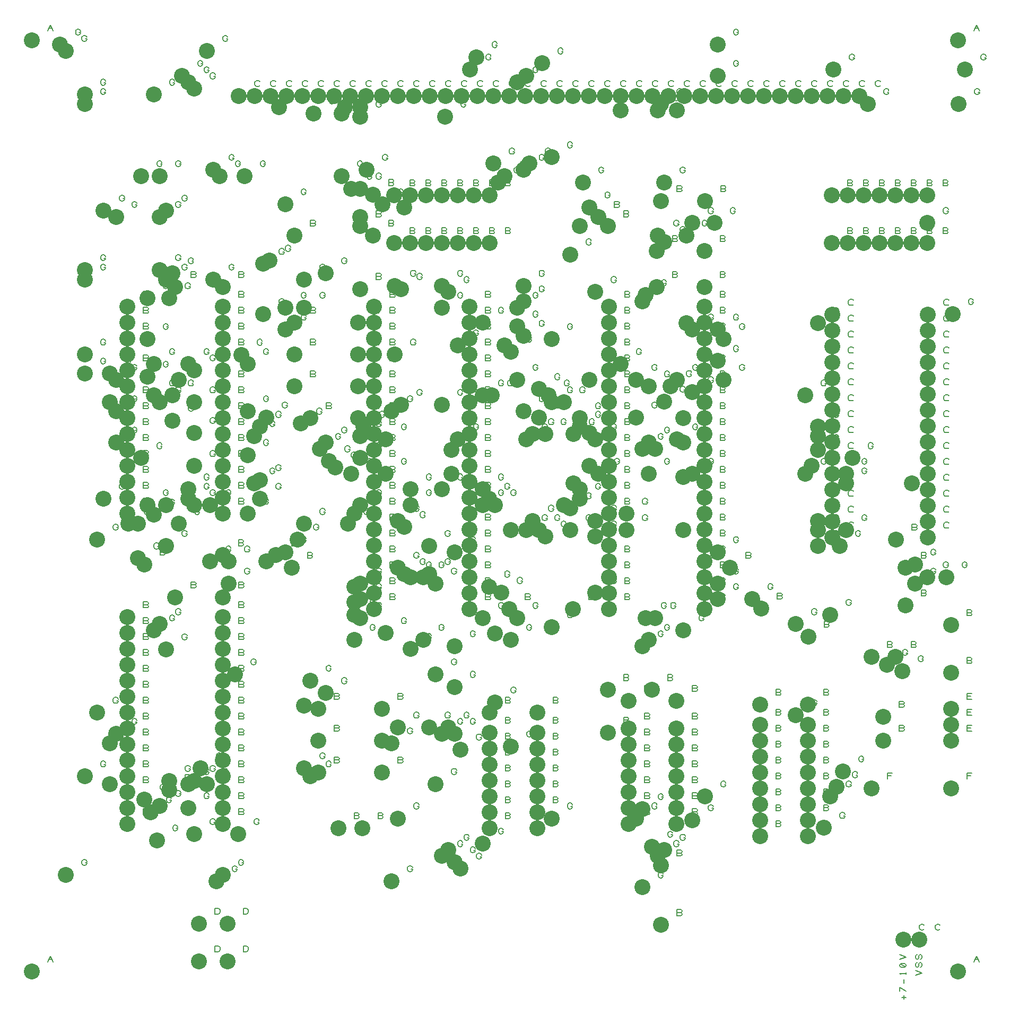
<source format=gbr>
G04 EasyPC Gerber Version 20.0.2 Build 4112 *
G04 #@! TF.Part,Single*
%FSLAX35Y35*%
%MOIN*%
%ADD12C,0.00500*%
G04 #@! TA.AperFunction,WasherPad*
%ADD76C,0.10000*%
X0Y0D02*
D02*
D12*
X38100Y34037D02*
X39663Y37787D01*
X41225Y34037*
X38725Y35600D02*
X40600D01*
X38100Y619037D02*
X39663Y622787D01*
X41225Y619037*
X38725Y620600D02*
X40600D01*
X57669Y617903D02*
X58607D01*
Y617591*
X58294Y616966*
X57982Y616653*
X57357Y616341*
X56732*
X56107Y616653*
X55794Y616966*
X55482Y617591*
Y618841*
X55794Y619466*
X56107Y619778*
X56732Y620091*
X57357*
X57982Y619778*
X58294Y619466*
X58607Y618841*
X61606Y96250D02*
X62544D01*
Y95937*
X62231Y95312*
X61919Y95000*
X61294Y94687*
X60669*
X60044Y95000*
X59731Y95312*
X59419Y95937*
Y97187*
X59731Y97812*
X60044Y98125*
X60669Y98437*
X61294*
X61919Y98125*
X62231Y97812*
X62544Y97187*
X61606Y613966D02*
X62544D01*
Y613654*
X62231Y613029*
X61919Y612716*
X61294Y612404*
X60669*
X60044Y612716*
X59731Y613029*
X59419Y613654*
Y614904*
X59731Y615529*
X60044Y615841*
X60669Y616154*
X61294*
X61919Y615841*
X62231Y615529*
X62544Y614904*
X73417Y158100D02*
X74355D01*
Y157787*
X74043Y157163*
X73730Y156850*
X73105Y156537*
X72480*
X71855Y156850*
X71543Y157163*
X71230Y157787*
Y159037*
X71543Y159663*
X71855Y159975*
X72480Y160287*
X73105*
X73730Y159975*
X74043Y159663*
X74355Y159037*
X73417Y411210D02*
X74355D01*
Y410898*
X74043Y410273*
X73730Y409960*
X73105Y409648*
X72480*
X71855Y409960*
X71543Y410273*
X71230Y410898*
Y412148*
X71543Y412773*
X71855Y413085*
X72480Y413398*
X73105*
X73730Y413085*
X74043Y412773*
X74355Y412148*
X73417Y423100D02*
X74355D01*
Y422787*
X74043Y422163*
X73730Y421850*
X73105Y421537*
X72480*
X71855Y421850*
X71543Y422163*
X71230Y422787*
Y424037*
X71543Y424663*
X71855Y424975*
X72480Y425287*
X73105*
X73730Y424975*
X74043Y424663*
X74355Y424037*
X73417Y470265D02*
X74355D01*
Y469953*
X74043Y469328*
X73730Y469015*
X73105Y468703*
X72480*
X71855Y469015*
X71543Y469328*
X71230Y469953*
Y471203*
X71543Y471828*
X71855Y472141*
X72480Y472453*
X73105*
X73730Y472141*
X74043Y471828*
X74355Y471203*
X73417Y476171D02*
X74355D01*
Y475858*
X74043Y475233*
X73730Y474921*
X73105Y474608*
X72480*
X71855Y474921*
X71543Y475233*
X71230Y475858*
Y477108*
X71543Y477733*
X71855Y478046*
X72480Y478358*
X73105*
X73730Y478046*
X74043Y477733*
X74355Y477108*
X73417Y580502D02*
X74355D01*
Y580189*
X74043Y579564*
X73730Y579252*
X73105Y578939*
X72480*
X71855Y579252*
X71543Y579564*
X71230Y580189*
Y581439*
X71543Y582064*
X71855Y582377*
X72480Y582689*
X73105*
X73730Y582377*
X74043Y582064*
X74355Y581439*
X73417Y586407D02*
X74355D01*
Y586094*
X74043Y585470*
X73730Y585157*
X73105Y584844*
X72480*
X71855Y585157*
X71543Y585470*
X71230Y586094*
Y587344*
X71543Y587970*
X71855Y588282*
X72480Y588594*
X73105*
X73730Y588282*
X74043Y587970*
X74355Y587344*
X81291Y198100D02*
X82229D01*
Y197787*
X81917Y197163*
X81604Y196850*
X80979Y196537*
X80354*
X79729Y196850*
X79417Y197163*
X79104Y197787*
Y199037*
X79417Y199663*
X79729Y199975*
X80354Y200287*
X80979*
X81604Y199975*
X81917Y199663*
X82229Y199037*
X81291Y306880D02*
X82229D01*
Y306567*
X81917Y305942*
X81604Y305630*
X80979Y305317*
X80354*
X79729Y305630*
X79417Y305942*
X79104Y306567*
Y307817*
X79417Y308442*
X79729Y308755*
X80354Y309067*
X80979*
X81604Y308755*
X81917Y308442*
X82229Y307817*
X85228Y332470D02*
X86166D01*
Y332157*
X85854Y331533*
X85541Y331220*
X84916Y330907*
X84291*
X83666Y331220*
X83354Y331533*
X83041Y332157*
Y333407*
X83354Y334033*
X83666Y334345*
X84291Y334657*
X84916*
X85541Y334345*
X85854Y334033*
X86166Y333407*
X85228Y513572D02*
X86166D01*
Y513260*
X85854Y512635*
X85541Y512322*
X84916Y512010*
X84291*
X83666Y512322*
X83354Y512635*
X83041Y513260*
Y514510*
X83354Y515135*
X83666Y515448*
X84291Y515760*
X84916*
X85541Y515448*
X85854Y515135*
X86166Y514510*
X89165Y153336D02*
X90103D01*
Y153024*
X89791Y152399*
X89478Y152086*
X88853Y151774*
X88228*
X87603Y152086*
X87291Y152399*
X86978Y153024*
Y154274*
X87291Y154899*
X87603Y155211*
X88228Y155524*
X88853*
X89478Y155211*
X89791Y154899*
X90103Y154274*
X89165Y178927D02*
X90103D01*
Y178614*
X89791Y177989*
X89478Y177677*
X88853Y177364*
X88228*
X87603Y177677*
X87291Y177989*
X86978Y178614*
Y179864*
X87291Y180489*
X87603Y180802*
X88228Y181114*
X88853*
X89478Y180802*
X89791Y180489*
X90103Y179864*
X89165Y393100D02*
X90103D01*
Y392787*
X89791Y392163*
X89478Y391850*
X88853Y391537*
X88228*
X87603Y391850*
X87291Y392163*
X86978Y392787*
Y394037*
X87291Y394663*
X87603Y394975*
X88228Y395287*
X88853*
X89478Y394975*
X89791Y394663*
X90103Y394037*
X89165Y411210D02*
X90103D01*
Y410898*
X89791Y410273*
X89478Y409960*
X88853Y409648*
X88228*
X87603Y409960*
X87291Y410273*
X86978Y410898*
Y412148*
X87291Y412773*
X87603Y413085*
X88228Y413398*
X88853*
X89478Y413085*
X89791Y412773*
X90103Y412148*
X93102Y184832D02*
X94040D01*
Y184520*
X93728Y183895*
X93415Y183582*
X92790Y183270*
X92165*
X91540Y183582*
X91228Y183895*
X90915Y184520*
Y185770*
X91228Y186395*
X91540Y186707*
X92165Y187020*
X92790*
X93415Y186707*
X93728Y186395*
X94040Y185770*
X93102Y367903D02*
X94040D01*
Y367591*
X93728Y366966*
X93415Y366653*
X92790Y366341*
X92165*
X91540Y366653*
X91228Y366966*
X90915Y367591*
Y368841*
X91228Y369466*
X91540Y369778*
X92165Y370091*
X92790*
X93415Y369778*
X93728Y369466*
X94040Y368841*
X93102Y387588D02*
X94040D01*
Y387276*
X93728Y386651*
X93415Y386338*
X92790Y386026*
X92165*
X91540Y386338*
X91228Y386651*
X90915Y387276*
Y388526*
X91228Y389151*
X91540Y389463*
X92165Y389776*
X92790*
X93415Y389463*
X93728Y389151*
X94040Y388526*
X93102Y407273D02*
X94040D01*
Y406961*
X93728Y406336*
X93415Y406023*
X92790Y405711*
X92165*
X91540Y406023*
X91228Y406336*
X90915Y406961*
Y408211*
X91228Y408836*
X91540Y409148*
X92165Y409461*
X92790*
X93415Y409148*
X93728Y408836*
X94040Y408211*
X93102Y509635D02*
X94040D01*
Y509323*
X93728Y508698*
X93415Y508385*
X92790Y508073*
X92165*
X91540Y508385*
X91228Y508698*
X90915Y509323*
Y510573*
X91228Y511198*
X91540Y511511*
X92165Y511823*
X92790*
X93415Y511511*
X93728Y511198*
X94040Y510573*
X100287Y128413D02*
X100913Y128100D01*
X101225Y127475*
X100913Y126850*
X100287Y126537*
X98100*
Y130287*
X100287*
X100913Y129975*
X101225Y129350*
X100913Y128725*
X100287Y128413*
X98100*
X100287Y138413D02*
X100913Y138100D01*
X101225Y137475*
X100913Y136850*
X100287Y136537*
X98100*
Y140287*
X100287*
X100913Y139975*
X101225Y139350*
X100913Y138725*
X100287Y138413*
X98100*
X100287Y148413D02*
X100913Y148100D01*
X101225Y147475*
X100913Y146850*
X100287Y146537*
X98100*
Y150287*
X100287*
X100913Y149975*
X101225Y149350*
X100913Y148725*
X100287Y148413*
X98100*
X100287Y158413D02*
X100913Y158100D01*
X101225Y157475*
X100913Y156850*
X100287Y156537*
X98100*
Y160287*
X100287*
X100913Y159975*
X101225Y159350*
X100913Y158725*
X100287Y158413*
X98100*
X100287Y168413D02*
X100913Y168100D01*
X101225Y167475*
X100913Y166850*
X100287Y166537*
X98100*
Y170287*
X100287*
X100913Y169975*
X101225Y169350*
X100913Y168725*
X100287Y168413*
X98100*
X100287Y178413D02*
X100913Y178100D01*
X101225Y177475*
X100913Y176850*
X100287Y176537*
X98100*
Y180287*
X100287*
X100913Y179975*
X101225Y179350*
X100913Y178725*
X100287Y178413*
X98100*
X100287Y188413D02*
X100913Y188100D01*
X101225Y187475*
X100913Y186850*
X100287Y186537*
X98100*
Y190287*
X100287*
X100913Y189975*
X101225Y189350*
X100913Y188725*
X100287Y188413*
X98100*
X100287Y198413D02*
X100913Y198100D01*
X101225Y197475*
X100913Y196850*
X100287Y196537*
X98100*
Y200287*
X100287*
X100913Y199975*
X101225Y199350*
X100913Y198725*
X100287Y198413*
X98100*
X100287Y208413D02*
X100913Y208100D01*
X101225Y207475*
X100913Y206850*
X100287Y206537*
X98100*
Y210287*
X100287*
X100913Y209975*
X101225Y209350*
X100913Y208725*
X100287Y208413*
X98100*
X100287Y218413D02*
X100913Y218100D01*
X101225Y217475*
X100913Y216850*
X100287Y216537*
X98100*
Y220287*
X100287*
X100913Y219975*
X101225Y219350*
X100913Y218725*
X100287Y218413*
X98100*
X100287Y228413D02*
X100913Y228100D01*
X101225Y227475*
X100913Y226850*
X100287Y226537*
X98100*
Y230287*
X100287*
X100913Y229975*
X101225Y229350*
X100913Y228725*
X100287Y228413*
X98100*
X100287Y238413D02*
X100913Y238100D01*
X101225Y237475*
X100913Y236850*
X100287Y236537*
X98100*
Y240287*
X100287*
X100913Y239975*
X101225Y239350*
X100913Y238725*
X100287Y238413*
X98100*
X100287Y248413D02*
X100913Y248100D01*
X101225Y247475*
X100913Y246850*
X100287Y246537*
X98100*
Y250287*
X100287*
X100913Y249975*
X101225Y249350*
X100913Y248725*
X100287Y248413*
X98100*
X100287Y258413D02*
X100913Y258100D01*
X101225Y257475*
X100913Y256850*
X100287Y256537*
X98100*
Y260287*
X100287*
X100913Y259975*
X101225Y259350*
X100913Y258725*
X100287Y258413*
X98100*
X100287Y323413D02*
X100913Y323100D01*
X101225Y322475*
X100913Y321850*
X100287Y321537*
X98100*
Y325287*
X100287*
X100913Y324975*
X101225Y324350*
X100913Y323725*
X100287Y323413*
X98100*
X100287Y333413D02*
X100913Y333100D01*
X101225Y332475*
X100913Y331850*
X100287Y331537*
X98100*
Y335287*
X100287*
X100913Y334975*
X101225Y334350*
X100913Y333725*
X100287Y333413*
X98100*
X100287Y343413D02*
X100913Y343100D01*
X101225Y342475*
X100913Y341850*
X100287Y341537*
X98100*
Y345287*
X100287*
X100913Y344975*
X101225Y344350*
X100913Y343725*
X100287Y343413*
X98100*
X100287Y353413D02*
X100913Y353100D01*
X101225Y352475*
X100913Y351850*
X100287Y351537*
X98100*
Y355287*
X100287*
X100913Y354975*
X101225Y354350*
X100913Y353725*
X100287Y353413*
X98100*
X100287Y363413D02*
X100913Y363100D01*
X101225Y362475*
X100913Y361850*
X100287Y361537*
X98100*
Y365287*
X100287*
X100913Y364975*
X101225Y364350*
X100913Y363725*
X100287Y363413*
X98100*
X100287Y373413D02*
X100913Y373100D01*
X101225Y372475*
X100913Y371850*
X100287Y371537*
X98100*
Y375287*
X100287*
X100913Y374975*
X101225Y374350*
X100913Y373725*
X100287Y373413*
X98100*
X100287Y383413D02*
X100913Y383100D01*
X101225Y382475*
X100913Y381850*
X100287Y381537*
X98100*
Y385287*
X100287*
X100913Y384975*
X101225Y384350*
X100913Y383725*
X100287Y383413*
X98100*
X100287Y393413D02*
X100913Y393100D01*
X101225Y392475*
X100913Y391850*
X100287Y391537*
X98100*
Y395287*
X100287*
X100913Y394975*
X101225Y394350*
X100913Y393725*
X100287Y393413*
X98100*
X100287Y403413D02*
X100913Y403100D01*
X101225Y402475*
X100913Y401850*
X100287Y401537*
X98100*
Y405287*
X100287*
X100913Y404975*
X101225Y404350*
X100913Y403725*
X100287Y403413*
X98100*
X100287Y413413D02*
X100913Y413100D01*
X101225Y412475*
X100913Y411850*
X100287Y411537*
X98100*
Y415287*
X100287*
X100913Y414975*
X101225Y414350*
X100913Y413725*
X100287Y413413*
X98100*
X100287Y423413D02*
X100913Y423100D01*
X101225Y422475*
X100913Y421850*
X100287Y421537*
X98100*
Y425287*
X100287*
X100913Y424975*
X101225Y424350*
X100913Y423725*
X100287Y423413*
X98100*
X100287Y433413D02*
X100913Y433100D01*
X101225Y432475*
X100913Y431850*
X100287Y431537*
X98100*
Y435287*
X100287*
X100913Y434975*
X101225Y434350*
X100913Y433725*
X100287Y433413*
X98100*
X100287Y443413D02*
X100913Y443100D01*
X101225Y442475*
X100913Y441850*
X100287Y441537*
X98100*
Y445287*
X100287*
X100913Y444975*
X101225Y444350*
X100913Y443725*
X100287Y443413*
X98100*
X100287Y453413D02*
X100913Y453100D01*
X101225Y452475*
X100913Y451850*
X100287Y451537*
X98100*
Y455287*
X100287*
X100913Y454975*
X101225Y454350*
X100913Y453725*
X100287Y453413*
X98100*
X100976Y316722D02*
X101914D01*
Y316409*
X101602Y315785*
X101289Y315472*
X100664Y315159*
X100039*
X99414Y315472*
X99102Y315785*
X98789Y316409*
Y317659*
X99102Y318285*
X99414Y318597*
X100039Y318909*
X100664*
X101289Y318597*
X101602Y318285*
X101914Y317659*
X106882Y295069D02*
X107820D01*
Y294756*
X107507Y294131*
X107194Y293819*
X106570Y293506*
X105944*
X105320Y293819*
X105007Y294131*
X104694Y294756*
Y296006*
X105007Y296631*
X105320Y296944*
X105944Y297256*
X106570*
X107194Y296944*
X107507Y296631*
X107820Y296006*
X106882Y316722D02*
X107820D01*
Y316409*
X107507Y315785*
X107194Y315472*
X106570Y315159*
X105944*
X105320Y315472*
X105007Y315785*
X104694Y316409*
Y317659*
X105007Y318285*
X105320Y318597*
X105944Y318909*
X106570*
X107194Y318597*
X107507Y318285*
X107820Y317659*
X108850Y358061D02*
X109788D01*
Y357748*
X109476Y357123*
X109163Y356811*
X108538Y356498*
X107913*
X107288Y356811*
X106976Y357123*
X106663Y357748*
Y358998*
X106976Y359623*
X107288Y359936*
X107913Y360248*
X108538*
X109163Y359936*
X109476Y359623*
X109788Y358998*
X108850Y535226D02*
X109788D01*
Y534913*
X109476Y534289*
X109163Y533976*
X108538Y533663*
X107913*
X107288Y533976*
X106976Y534289*
X106663Y534913*
Y536163*
X106976Y536789*
X107288Y537101*
X107913Y537413*
X108538*
X109163Y537101*
X109476Y536789*
X109788Y536163*
X110819Y143494D02*
X111757D01*
Y143181*
X111444Y142556*
X111131Y142244*
X110507Y141931*
X109881*
X109257Y142244*
X108944Y142556*
X108631Y143181*
Y144431*
X108944Y145056*
X109257Y145369*
X109881Y145681*
X110507*
X111131Y145369*
X111444Y145056*
X111757Y144431*
X110819Y291444D02*
X111444Y291131D01*
X111757Y290507*
X111444Y289881*
X110819Y289569*
X108631*
Y293319*
X110819*
X111444Y293007*
X111757Y292381*
X111444Y291757*
X110819Y291444*
X108631*
X112787Y328533D02*
X113725D01*
Y328220*
X113413Y327596*
X113100Y327283*
X112475Y326970*
X111850*
X111225Y327283*
X110913Y327596*
X110600Y328220*
Y329470*
X110913Y330096*
X111225Y330408*
X111850Y330720*
X112475*
X113100Y330408*
X113413Y330096*
X113725Y329470*
X112787Y409242D02*
X113725D01*
Y408929*
X113413Y408304*
X113100Y407992*
X112475Y407679*
X111850*
X111225Y407992*
X110913Y408304*
X110600Y408929*
Y410179*
X110913Y410804*
X111225Y411117*
X111850Y411429*
X112475*
X113100Y411117*
X113413Y410804*
X113725Y410179*
X112787Y432864D02*
X113725D01*
Y432551*
X113413Y431926*
X113100Y431614*
X112475Y431301*
X111850*
X111225Y431614*
X110913Y431926*
X110600Y432551*
Y433801*
X110913Y434426*
X111225Y434739*
X111850Y435051*
X112475*
X113100Y434739*
X113413Y434426*
X113725Y433801*
X112787Y458454D02*
X113725D01*
Y458142*
X113413Y457517*
X113100Y457204*
X112475Y456892*
X111850*
X111225Y457204*
X110913Y457517*
X110600Y458142*
Y459392*
X110913Y460017*
X111225Y460330*
X111850Y460642*
X112475*
X113100Y460330*
X113413Y460017*
X113725Y459392*
X114756Y135620D02*
X115694D01*
Y135307*
X115381Y134682*
X115069Y134370*
X114444Y134057*
X113819*
X113194Y134370*
X112881Y134682*
X112569Y135307*
Y136557*
X112881Y137182*
X113194Y137495*
X113819Y137807*
X114444*
X115069Y137495*
X115381Y137182*
X115694Y136557*
X116724Y249793D02*
X117662D01*
Y249480*
X117350Y248856*
X117037Y248543*
X116412Y248230*
X115787*
X115162Y248543*
X114850Y248856*
X114537Y249480*
Y250730*
X114850Y251356*
X115162Y251668*
X115787Y251980*
X116412*
X117037Y251668*
X117350Y251356*
X117662Y250730*
X116724Y322628D02*
X117662D01*
Y322315*
X117350Y321690*
X117037Y321378*
X116412Y321065*
X115787*
X115162Y321378*
X114850Y321690*
X114537Y322315*
Y323565*
X114850Y324190*
X115162Y324503*
X115787Y324815*
X116412*
X117037Y324503*
X117350Y324190*
X117662Y323565*
X116724Y397431D02*
X117662D01*
Y397118*
X117350Y396493*
X117037Y396181*
X116412Y395868*
X115787*
X115162Y396181*
X114850Y396493*
X114537Y397118*
Y398368*
X114850Y398993*
X115162Y399306*
X115787Y399618*
X116412*
X117037Y399306*
X117350Y398993*
X117662Y398368*
X116724Y417116D02*
X117662D01*
Y416803*
X117350Y416178*
X117037Y415866*
X116412Y415553*
X115787*
X115162Y415866*
X114850Y416178*
X114537Y416803*
Y418053*
X114850Y418678*
X115162Y418991*
X115787Y419303*
X116412*
X117037Y418991*
X117350Y418678*
X117662Y418053*
X116724Y586407D02*
X117662D01*
Y586094*
X117350Y585470*
X117037Y585157*
X116412Y584844*
X115787*
X115162Y585157*
X114850Y585470*
X114537Y586094*
Y587344*
X114850Y587970*
X115162Y588282*
X115787Y588594*
X116412*
X117037Y588282*
X117350Y587970*
X117662Y587344*
X118693Y117903D02*
X119631D01*
Y117591*
X119318Y116966*
X119006Y116653*
X118381Y116341*
X117756*
X117131Y116653*
X116818Y116966*
X116506Y117591*
Y118841*
X116818Y119466*
X117131Y119778*
X117756Y120091*
X118381*
X119006Y119778*
X119318Y119466*
X119631Y118841*
X120661Y139557D02*
X121599D01*
Y139244*
X121287Y138619*
X120974Y138307*
X120349Y137994*
X119724*
X119099Y138307*
X118787Y138619*
X118474Y139244*
Y140494*
X118787Y141119*
X119099Y141432*
X119724Y141744*
X120349*
X120974Y141432*
X121287Y141119*
X121599Y140494*
X120661Y253730D02*
X121599D01*
Y253417*
X121287Y252793*
X120974Y252480*
X120349Y252167*
X119724*
X119099Y252480*
X118787Y252793*
X118474Y253417*
Y254667*
X118787Y255293*
X119099Y255605*
X119724Y255917*
X120349*
X120974Y255605*
X121287Y255293*
X121599Y254667*
X120661Y393100D02*
X121599D01*
Y392787*
X121287Y392163*
X120974Y391850*
X120349Y391537*
X119724*
X119099Y391850*
X118787Y392163*
X118474Y392787*
Y394037*
X118787Y394663*
X119099Y394975*
X119724Y395287*
X120349*
X120974Y394975*
X121287Y394663*
X121599Y394037*
X120661Y476171D02*
X121599D01*
Y475858*
X121287Y475233*
X120974Y474921*
X120349Y474608*
X119724*
X119099Y474921*
X118787Y475233*
X118474Y475858*
Y477108*
X118787Y477733*
X119099Y478046*
X119724Y478358*
X120349*
X120974Y478046*
X121287Y477733*
X121599Y477108*
X120661Y509635D02*
X121599D01*
Y509323*
X121287Y508698*
X120974Y508385*
X120349Y508073*
X119724*
X119099Y508385*
X118787Y508698*
X118474Y509323*
Y510573*
X118787Y511198*
X119099Y511511*
X119724Y511823*
X120349*
X120974Y511511*
X121287Y511198*
X121599Y510573*
X120661Y535226D02*
X121599D01*
Y534913*
X121287Y534289*
X120974Y533976*
X120349Y533663*
X119724*
X119099Y533976*
X118787Y534289*
X118474Y534913*
Y536163*
X118787Y536789*
X119099Y537101*
X119724Y537413*
X120349*
X120974Y537101*
X121287Y536789*
X121599Y536163*
X124598Y237982D02*
X125536D01*
Y237669*
X125224Y237044*
X124911Y236732*
X124286Y236419*
X123661*
X123036Y236732*
X122724Y237044*
X122411Y237669*
Y238919*
X122724Y239544*
X123036Y239857*
X123661Y240169*
X124286*
X124911Y239857*
X125224Y239544*
X125536Y238919*
X124598Y302943D02*
X125536D01*
Y302630*
X125224Y302005*
X124911Y301693*
X124286Y301380*
X123661*
X123036Y301693*
X122724Y302005*
X122411Y302630*
Y303880*
X122724Y304505*
X123036Y304818*
X123661Y305130*
X124286*
X124911Y304818*
X125224Y304505*
X125536Y303880*
X124598Y328533D02*
X125536D01*
Y328220*
X125224Y327596*
X124911Y327283*
X124286Y326970*
X123661*
X123036Y327283*
X122724Y327596*
X122411Y328220*
Y329470*
X122724Y330096*
X123036Y330408*
X123661Y330720*
X124286*
X124911Y330408*
X125224Y330096*
X125536Y329470*
X124598Y470265D02*
X125536D01*
Y469953*
X125224Y469328*
X124911Y469015*
X124286Y468703*
X123661*
X123036Y469015*
X122724Y469328*
X122411Y469953*
Y471203*
X122724Y471828*
X123036Y472141*
X123661Y472453*
X124286*
X124911Y472141*
X125224Y471828*
X125536Y471203*
X124598Y513572D02*
X125536D01*
Y513260*
X125224Y512635*
X124911Y512322*
X124286Y512010*
X123661*
X123036Y512322*
X122724Y512635*
X122411Y513260*
Y514510*
X122724Y515135*
X123036Y515448*
X123661Y515760*
X124286*
X124911Y515448*
X125224Y515135*
X125536Y514510*
X126567Y149712D02*
X127192Y149399D01*
X127505Y148774*
X127192Y148149*
X126567Y147837*
X124380*
Y151587*
X126567*
X127192Y151274*
X127505Y150649*
X127192Y150024*
X126567Y149712*
X124380*
X126567Y155305D02*
X127505D01*
Y154992*
X127192Y154367*
X126880Y154055*
X126255Y153742*
X125630*
X125005Y154055*
X124692Y154367*
X124380Y154992*
Y156242*
X124692Y156867*
X125005Y157180*
X125630Y157492*
X126255*
X126880Y157180*
X127192Y156867*
X127505Y156242*
X126567Y458454D02*
X127505D01*
Y458142*
X127192Y457517*
X126880Y457204*
X126255Y456892*
X125630*
X125005Y457204*
X124692Y457517*
X124380Y458142*
Y459392*
X124692Y460017*
X125005Y460330*
X125630Y460642*
X126255*
X126880Y460330*
X127192Y460017*
X127505Y459392*
X128535Y381683D02*
X129473D01*
Y381370*
X129161Y380745*
X128848Y380433*
X128223Y380120*
X127598*
X126973Y380433*
X126661Y380745*
X126348Y381370*
Y382620*
X126661Y383245*
X126973Y383558*
X127598Y383870*
X128223*
X128848Y383558*
X129161Y383245*
X129473Y382620*
X128535Y397431D02*
X129473D01*
Y397118*
X129161Y396493*
X128848Y396181*
X128223Y395868*
X127598*
X126973Y396181*
X126661Y396493*
X126348Y397118*
Y398368*
X126661Y398993*
X126973Y399306*
X127598Y399618*
X128223*
X128848Y399306*
X129161Y398993*
X129473Y398368*
X128535Y474202D02*
X129473D01*
Y473890*
X129161Y473265*
X128848Y472952*
X128223Y472640*
X127598*
X126973Y472952*
X126661Y473265*
X126348Y473890*
Y475140*
X126661Y475765*
X126973Y476078*
X127598Y476390*
X128223*
X128848Y476078*
X129161Y475765*
X129473Y475140*
X130287Y270913D02*
X130913Y270600D01*
X131225Y269975*
X130913Y269350*
X130287Y269037*
X128100*
Y272787*
X130287*
X130913Y272475*
X131225Y271850*
X130913Y271225*
X130287Y270913*
X128100*
X130287Y465913D02*
X130913Y465600D01*
X131225Y464975*
X130913Y464350*
X130287Y464037*
X128100*
Y467787*
X130287*
X130913Y467475*
X131225Y466850*
X130913Y466225*
X130287Y465913*
X128100*
X132472Y316722D02*
X133410D01*
Y316409*
X133098Y315785*
X132785Y315472*
X132160Y315159*
X131535*
X130910Y315472*
X130598Y315785*
X130285Y316409*
Y317659*
X130598Y318285*
X130910Y318597*
X131535Y318909*
X132160*
X132785Y318597*
X133098Y318285*
X133410Y317659*
X132472Y407273D02*
X133410D01*
Y406961*
X133098Y406336*
X132785Y406023*
X132160Y405711*
X131535*
X130910Y406023*
X130598Y406336*
X130285Y406961*
Y408211*
X130598Y408836*
X130910Y409148*
X131535Y409461*
X132160*
X132785Y409148*
X133098Y408836*
X133410Y408211*
X134441Y598218D02*
X135379D01*
Y597906*
X135066Y597281*
X134754Y596968*
X134129Y596656*
X133504*
X132879Y596968*
X132566Y597281*
X132254Y597906*
Y599156*
X132566Y599781*
X132879Y600093*
X133504Y600406*
X134129*
X134754Y600093*
X135066Y599781*
X135379Y599156*
X138378Y138100D02*
X139316D01*
Y137787*
X139003Y137163*
X138691Y136850*
X138066Y136537*
X137441*
X136816Y136850*
X136503Y137163*
X136191Y137787*
Y139037*
X136503Y139663*
X136816Y139975*
X137441Y140287*
X138066*
X138691Y139975*
X139003Y139663*
X139316Y139037*
X138378Y153336D02*
X139316D01*
Y153024*
X139003Y152399*
X138691Y152086*
X138066Y151774*
X137441*
X136816Y152086*
X136503Y152399*
X136191Y153024*
Y154274*
X136503Y154899*
X136816Y155211*
X137441Y155524*
X138066*
X138691Y155211*
X139003Y154899*
X139316Y154274*
X138378Y332470D02*
X139316D01*
Y332157*
X139003Y331533*
X138691Y331220*
X138066Y330907*
X137441*
X136816Y331220*
X136503Y331533*
X136191Y332157*
Y333407*
X136503Y334033*
X136816Y334345*
X137441Y334657*
X138066*
X138691Y334345*
X139003Y334033*
X139316Y333407*
X138378Y338376D02*
X139316D01*
Y338063*
X139003Y337438*
X138691Y337126*
X138066Y336813*
X137441*
X136816Y337126*
X136503Y337438*
X136191Y338063*
Y339313*
X136503Y339938*
X136816Y340251*
X137441Y340563*
X138066*
X138691Y340251*
X139003Y339938*
X139316Y339313*
X138378Y417116D02*
X139316D01*
Y416803*
X139003Y416178*
X138691Y415866*
X138066Y415553*
X137441*
X136816Y415866*
X136503Y416178*
X136191Y416803*
Y418053*
X136503Y418678*
X136816Y418991*
X137441Y419303*
X138066*
X138691Y418991*
X139003Y418678*
X139316Y418053*
X138378Y594281D02*
X139316D01*
Y593969*
X139003Y593344*
X138691Y593031*
X138066Y592719*
X137441*
X136816Y593031*
X136503Y593344*
X136191Y593969*
Y595219*
X136503Y595844*
X136816Y596156*
X137441Y596469*
X138066*
X138691Y596156*
X139003Y595844*
X139316Y595219*
X142315Y121840D02*
X143253D01*
Y121528*
X142940Y120903*
X142628Y120590*
X142003Y120278*
X141378*
X140753Y120590*
X140440Y120903*
X140128Y121528*
Y122778*
X140440Y123403*
X140753Y123715*
X141378Y124028*
X142003*
X142628Y123715*
X142940Y123403*
X143253Y122778*
X142315Y155305D02*
X143253D01*
Y154992*
X142940Y154367*
X142628Y154055*
X142003Y153742*
X141378*
X140753Y154055*
X140440Y154367*
X140128Y154992*
Y156242*
X140440Y156867*
X140753Y157180*
X141378Y157492*
X142003*
X142628Y157180*
X142940Y156867*
X143253Y156242*
X142315Y328533D02*
X143253D01*
Y328220*
X142940Y327596*
X142628Y327283*
X142003Y326970*
X141378*
X140753Y327283*
X140440Y327596*
X140128Y328220*
Y329470*
X140440Y330096*
X140753Y330408*
X141378Y330720*
X142003*
X142628Y330408*
X142940Y330096*
X143253Y329470*
X142315Y353100D02*
X143253D01*
Y352787*
X142940Y352163*
X142628Y351850*
X142003Y351537*
X141378*
X140753Y351850*
X140440Y352163*
X140128Y352787*
Y354037*
X140440Y354663*
X140753Y354975*
X141378Y355287*
X142003*
X142628Y354975*
X142940Y354663*
X143253Y354037*
X142315Y373809D02*
X143253D01*
Y373496*
X142940Y372871*
X142628Y372559*
X142003Y372246*
X141378*
X140753Y372559*
X140440Y372871*
X140128Y373496*
Y374746*
X140440Y375371*
X140753Y375684*
X141378Y375996*
X142003*
X142628Y375684*
X142940Y375371*
X143253Y374746*
X142315Y393100D02*
X143253D01*
Y392787*
X142940Y392163*
X142628Y391850*
X142003Y391537*
X141378*
X140753Y391850*
X140440Y392163*
X140128Y392787*
Y394037*
X140440Y394663*
X140753Y394975*
X141378Y395287*
X142003*
X142628Y394975*
X142940Y394663*
X143253Y394037*
X142315Y413179D02*
X143253D01*
Y412866*
X142940Y412241*
X142628Y411929*
X142003Y411616*
X141378*
X140753Y411929*
X140440Y412241*
X140128Y412866*
Y414116*
X140440Y414741*
X140753Y415054*
X141378Y415366*
X142003*
X142628Y415054*
X142940Y414741*
X143253Y414116*
X142315Y590344D02*
X143253D01*
Y590031*
X142940Y589407*
X142628Y589094*
X142003Y588781*
X141378*
X140753Y589094*
X140440Y589407*
X140128Y590031*
Y591281*
X140440Y591907*
X140753Y592219*
X141378Y592531*
X142003*
X142628Y592219*
X142940Y591907*
X143253Y591281*
X143100Y40415D02*
Y44165D01*
X144975*
X145600Y43853*
X145913Y43541*
X146225Y42915*
Y41665*
X145913Y41041*
X145600Y40728*
X144975Y40415*
X143100*
Y64037D02*
Y67787D01*
X144975*
X145600Y67475*
X145913Y67163*
X146225Y66537*
Y65287*
X145913Y64663*
X145600Y64350*
X144975Y64037*
X143100*
X146252Y163179D02*
X147190D01*
Y162866*
X146877Y162241*
X146565Y161929*
X145940Y161616*
X145315*
X144690Y161929*
X144377Y162241*
X144065Y162866*
Y164116*
X144377Y164741*
X144690Y165054*
X145315Y165366*
X145940*
X146565Y165054*
X146877Y164741*
X147190Y164116*
X150189Y153336D02*
X151127D01*
Y153024*
X150814Y152399*
X150502Y152086*
X149877Y151774*
X149252*
X148627Y152086*
X148314Y152399*
X148002Y153024*
Y154274*
X148314Y154899*
X148627Y155211*
X149252Y155524*
X149877*
X150502Y155211*
X150814Y154899*
X151127Y154274*
X150189Y613966D02*
X151127D01*
Y613654*
X150814Y613029*
X150502Y612716*
X149877Y612404*
X149252*
X148627Y612716*
X148314Y613029*
X148002Y613654*
Y614904*
X148314Y615529*
X148627Y615841*
X149252Y616154*
X149877*
X150502Y615841*
X150814Y615529*
X151127Y614904*
X152157Y293100D02*
X153095D01*
Y292787*
X152783Y292163*
X152470Y291850*
X151845Y291537*
X151220*
X150595Y291850*
X150283Y292163*
X149970Y292787*
Y294037*
X150283Y294663*
X150595Y294975*
X151220Y295287*
X151845*
X152470Y294975*
X152783Y294663*
X153095Y294037*
X152157Y328533D02*
X153095D01*
Y328220*
X152783Y327596*
X152470Y327283*
X151845Y326970*
X151220*
X150595Y327283*
X150283Y327596*
X149970Y328220*
Y329470*
X150283Y330096*
X150595Y330408*
X151220Y330720*
X151845*
X152470Y330408*
X152783Y330096*
X153095Y329470*
X154126Y470265D02*
X155064D01*
Y469953*
X154751Y469328*
X154439Y469015*
X153814Y468703*
X153189*
X152564Y469015*
X152251Y469328*
X151939Y469953*
Y471203*
X152251Y471828*
X152564Y472141*
X153189Y472453*
X153814*
X154439Y472141*
X154751Y471828*
X155064Y471203*
X154126Y539163D02*
X155064D01*
Y538850*
X154751Y538226*
X154439Y537913*
X153814Y537600*
X153189*
X152564Y537913*
X152251Y538226*
X151939Y538850*
Y540100*
X152251Y540726*
X152564Y541038*
X153189Y541350*
X153814*
X154439Y541038*
X154751Y540726*
X155064Y540100*
X156094Y92313D02*
X157032D01*
Y92000*
X156720Y91375*
X156407Y91063*
X155782Y90750*
X155157*
X154532Y91063*
X154220Y91375*
X153907Y92000*
Y93250*
X154220Y93875*
X154532Y94188*
X155157Y94500*
X155782*
X156407Y94188*
X156720Y93875*
X157032Y93250*
X158063Y535226D02*
X159001D01*
Y534913*
X158688Y534289*
X158376Y533976*
X157751Y533663*
X157126*
X156501Y533976*
X156188Y534289*
X155876Y534913*
Y536163*
X156188Y536789*
X156501Y537101*
X157126Y537413*
X157751*
X158376Y537101*
X158688Y536789*
X159001Y536163*
X160031Y96250D02*
X160969D01*
Y95937*
X160657Y95312*
X160344Y95000*
X159719Y94687*
X159094*
X158469Y95000*
X158157Y95312*
X157844Y95937*
Y97187*
X158157Y97812*
X158469Y98125*
X159094Y98437*
X159719*
X160344Y98125*
X160657Y97812*
X160969Y97187*
X160031Y297350D02*
X160657Y297037D01*
X160969Y296412*
X160657Y295787*
X160031Y295474*
X157844*
Y299224*
X160031*
X160657Y298912*
X160969Y298287*
X160657Y297662*
X160031Y297350*
X157844*
X160287Y128413D02*
X160913Y128100D01*
X161225Y127475*
X160913Y126850*
X160287Y126537*
X158100*
Y130287*
X160287*
X160913Y129975*
X161225Y129350*
X160913Y128725*
X160287Y128413*
X158100*
X160287Y138413D02*
X160913Y138100D01*
X161225Y137475*
X160913Y136850*
X160287Y136537*
X158100*
Y140287*
X160287*
X160913Y139975*
X161225Y139350*
X160913Y138725*
X160287Y138413*
X158100*
X160287Y148413D02*
X160913Y148100D01*
X161225Y147475*
X160913Y146850*
X160287Y146537*
X158100*
Y150287*
X160287*
X160913Y149975*
X161225Y149350*
X160913Y148725*
X160287Y148413*
X158100*
X160287Y158413D02*
X160913Y158100D01*
X161225Y157475*
X160913Y156850*
X160287Y156537*
X158100*
Y160287*
X160287*
X160913Y159975*
X161225Y159350*
X160913Y158725*
X160287Y158413*
X158100*
X160287Y168413D02*
X160913Y168100D01*
X161225Y167475*
X160913Y166850*
X160287Y166537*
X158100*
Y170287*
X160287*
X160913Y169975*
X161225Y169350*
X160913Y168725*
X160287Y168413*
X158100*
X160287Y178413D02*
X160913Y178100D01*
X161225Y177475*
X160913Y176850*
X160287Y176537*
X158100*
Y180287*
X160287*
X160913Y179975*
X161225Y179350*
X160913Y178725*
X160287Y178413*
X158100*
X160287Y188413D02*
X160913Y188100D01*
X161225Y187475*
X160913Y186850*
X160287Y186537*
X158100*
Y190287*
X160287*
X160913Y189975*
X161225Y189350*
X160913Y188725*
X160287Y188413*
X158100*
X160287Y198413D02*
X160913Y198100D01*
X161225Y197475*
X160913Y196850*
X160287Y196537*
X158100*
Y200287*
X160287*
X160913Y199975*
X161225Y199350*
X160913Y198725*
X160287Y198413*
X158100*
X160287Y208413D02*
X160913Y208100D01*
X161225Y207475*
X160913Y206850*
X160287Y206537*
X158100*
Y210287*
X160287*
X160913Y209975*
X161225Y209350*
X160913Y208725*
X160287Y208413*
X158100*
X160287Y218413D02*
X160913Y218100D01*
X161225Y217475*
X160913Y216850*
X160287Y216537*
X158100*
Y220287*
X160287*
X160913Y219975*
X161225Y219350*
X160913Y218725*
X160287Y218413*
X158100*
X160287Y228413D02*
X160913Y228100D01*
X161225Y227475*
X160913Y226850*
X160287Y226537*
X158100*
Y230287*
X160287*
X160913Y229975*
X161225Y229350*
X160913Y228725*
X160287Y228413*
X158100*
X160287Y238413D02*
X160913Y238100D01*
X161225Y237475*
X160913Y236850*
X160287Y236537*
X158100*
Y240287*
X160287*
X160913Y239975*
X161225Y239350*
X160913Y238725*
X160287Y238413*
X158100*
X160287Y248413D02*
X160913Y248100D01*
X161225Y247475*
X160913Y246850*
X160287Y246537*
X158100*
Y250287*
X160287*
X160913Y249975*
X161225Y249350*
X160913Y248725*
X160287Y248413*
X158100*
X160287Y258413D02*
X160913Y258100D01*
X161225Y257475*
X160913Y256850*
X160287Y256537*
X158100*
Y260287*
X160287*
X160913Y259975*
X161225Y259350*
X160913Y258725*
X160287Y258413*
X158100*
X160287Y270913D02*
X160913Y270600D01*
X161225Y269975*
X160913Y269350*
X160287Y269037*
X158100*
Y272787*
X160287*
X160913Y272475*
X161225Y271850*
X160913Y271225*
X160287Y270913*
X158100*
X160287Y323413D02*
X160913Y323100D01*
X161225Y322475*
X160913Y321850*
X160287Y321537*
X158100*
Y325287*
X160287*
X160913Y324975*
X161225Y324350*
X160913Y323725*
X160287Y323413*
X158100*
X160287Y333413D02*
X160913Y333100D01*
X161225Y332475*
X160913Y331850*
X160287Y331537*
X158100*
Y335287*
X160287*
X160913Y334975*
X161225Y334350*
X160913Y333725*
X160287Y333413*
X158100*
X160287Y343413D02*
X160913Y343100D01*
X161225Y342475*
X160913Y341850*
X160287Y341537*
X158100*
Y345287*
X160287*
X160913Y344975*
X161225Y344350*
X160913Y343725*
X160287Y343413*
X158100*
X160287Y353413D02*
X160913Y353100D01*
X161225Y352475*
X160913Y351850*
X160287Y351537*
X158100*
Y355287*
X160287*
X160913Y354975*
X161225Y354350*
X160913Y353725*
X160287Y353413*
X158100*
X160287Y363413D02*
X160913Y363100D01*
X161225Y362475*
X160913Y361850*
X160287Y361537*
X158100*
Y365287*
X160287*
X160913Y364975*
X161225Y364350*
X160913Y363725*
X160287Y363413*
X158100*
X160287Y373413D02*
X160913Y373100D01*
X161225Y372475*
X160913Y371850*
X160287Y371537*
X158100*
Y375287*
X160287*
X160913Y374975*
X161225Y374350*
X160913Y373725*
X160287Y373413*
X158100*
X160287Y383413D02*
X160913Y383100D01*
X161225Y382475*
X160913Y381850*
X160287Y381537*
X158100*
Y385287*
X160287*
X160913Y384975*
X161225Y384350*
X160913Y383725*
X160287Y383413*
X158100*
X160287Y393413D02*
X160913Y393100D01*
X161225Y392475*
X160913Y391850*
X160287Y391537*
X158100*
Y395287*
X160287*
X160913Y394975*
X161225Y394350*
X160913Y393725*
X160287Y393413*
X158100*
X160287Y403413D02*
X160913Y403100D01*
X161225Y402475*
X160913Y401850*
X160287Y401537*
X158100*
Y405287*
X160287*
X160913Y404975*
X161225Y404350*
X160913Y403725*
X160287Y403413*
X158100*
X160287Y413413D02*
X160913Y413100D01*
X161225Y412475*
X160913Y411850*
X160287Y411537*
X158100*
Y415287*
X160287*
X160913Y414975*
X161225Y414350*
X160913Y413725*
X160287Y413413*
X158100*
X160287Y423413D02*
X160913Y423100D01*
X161225Y422475*
X160913Y421850*
X160287Y421537*
X158100*
Y425287*
X160287*
X160913Y424975*
X161225Y424350*
X160913Y423725*
X160287Y423413*
X158100*
X160287Y433413D02*
X160913Y433100D01*
X161225Y432475*
X160913Y431850*
X160287Y431537*
X158100*
Y435287*
X160287*
X160913Y434975*
X161225Y434350*
X160913Y433725*
X160287Y433413*
X158100*
X160287Y443413D02*
X160913Y443100D01*
X161225Y442475*
X160913Y441850*
X160287Y441537*
X158100*
Y445287*
X160287*
X160913Y444975*
X161225Y444350*
X160913Y443725*
X160287Y443413*
X158100*
X160287Y453413D02*
X160913Y453100D01*
X161225Y452475*
X160913Y451850*
X160287Y451537*
X158100*
Y455287*
X160287*
X160913Y454975*
X161225Y454350*
X160913Y453725*
X160287Y453413*
X158100*
X160287Y465913D02*
X160913Y465600D01*
X161225Y464975*
X160913Y464350*
X160287Y464037*
X158100*
Y467787*
X160287*
X160913Y467475*
X161225Y466850*
X160913Y466225*
X160287Y465913*
X158100*
X160817Y40415D02*
Y44165D01*
X162692*
X163317Y43853*
X163629Y43541*
X163942Y42915*
Y41665*
X163629Y41041*
X163317Y40728*
X162692Y40415*
X160817*
Y64037D02*
Y67787D01*
X162692*
X163317Y67475*
X163629Y67163*
X163942Y66537*
Y65287*
X163629Y64663*
X163317Y64350*
X162692Y64037*
X160817*
X163969Y279320D02*
X164906D01*
Y279008*
X164594Y278383*
X164281Y278070*
X163656Y277758*
X163031*
X162406Y278070*
X162094Y278383*
X161781Y279008*
Y280258*
X162094Y280883*
X162406Y281196*
X163031Y281508*
X163656*
X164281Y281196*
X164594Y280883*
X164906Y280258*
X163969Y293100D02*
X164906D01*
Y292787*
X164594Y292163*
X164281Y291850*
X163656Y291537*
X163031*
X162406Y291850*
X162094Y292163*
X161781Y292787*
Y294037*
X162094Y294663*
X162406Y294975*
X163031Y295287*
X163656*
X164281Y294975*
X164594Y294663*
X164906Y294037*
X167906Y222234D02*
X168843D01*
Y221921*
X168531Y221296*
X168218Y220984*
X167593Y220671*
X166968*
X166343Y220984*
X166031Y221296*
X165718Y221921*
Y223171*
X166031Y223796*
X166343Y224109*
X166968Y224421*
X167593*
X168218Y224109*
X168531Y223796*
X168843Y223171*
X169874Y121840D02*
X170812D01*
Y121528*
X170499Y120903*
X170187Y120590*
X169562Y120278*
X168937*
X168312Y120590*
X167999Y120903*
X167687Y121528*
Y122778*
X167999Y123403*
X168312Y123715*
X168937Y124028*
X169562*
X170187Y123715*
X170499Y123403*
X170812Y122778*
X171225Y584663D02*
X170913Y584350D01*
X170287Y584037*
X169350*
X168725Y584350*
X168413Y584663*
X168100Y585287*
Y586537*
X168413Y587163*
X168725Y587475*
X169350Y587787*
X170287*
X170913Y587475*
X171225Y587163*
X171843Y423021D02*
X172780D01*
Y422709*
X172468Y422084*
X172155Y421771*
X171530Y421459*
X170905*
X170280Y421771*
X169968Y422084*
X169655Y422709*
Y423959*
X169968Y424584*
X170280Y424896*
X170905Y425209*
X171530*
X172155Y424896*
X172468Y424584*
X172780Y423959*
X173811Y535226D02*
X174749D01*
Y534913*
X174436Y534289*
X174124Y533976*
X173499Y533663*
X172874*
X172249Y533976*
X171936Y534289*
X171624Y534913*
Y536163*
X171936Y536789*
X172249Y537101*
X172874Y537413*
X173499*
X174124Y537101*
X174436Y536789*
X174749Y536163*
X175780Y323100D02*
X176717D01*
Y322787*
X176405Y322163*
X176092Y321850*
X175467Y321537*
X174842*
X174217Y321850*
X173905Y322163*
X173592Y322787*
Y324037*
X173905Y324663*
X174217Y324975*
X174842Y325287*
X175467*
X176092Y324975*
X176405Y324663*
X176717Y324037*
X175780Y360029D02*
X176717D01*
Y359717*
X176405Y359092*
X176092Y358779*
X175467Y358467*
X174842*
X174217Y358779*
X173905Y359092*
X173592Y359717*
Y360967*
X173905Y361592*
X174217Y361904*
X174842Y362217*
X175467*
X176092Y361904*
X176405Y361592*
X176717Y360967*
X175780Y387588D02*
X176717D01*
Y387276*
X176405Y386651*
X176092Y386338*
X175467Y386026*
X174842*
X174217Y386338*
X173905Y386651*
X173592Y387276*
Y388526*
X173905Y389151*
X174217Y389463*
X174842Y389776*
X175467*
X176092Y389463*
X176405Y389151*
X176717Y388526*
X175780Y417116D02*
X176717D01*
Y416803*
X176405Y416178*
X176092Y415866*
X175467Y415553*
X174842*
X174217Y415866*
X173905Y416178*
X173592Y416803*
Y418053*
X173905Y418678*
X174217Y418991*
X174842Y419303*
X175467*
X176092Y418991*
X176405Y418678*
X176717Y418053*
X179717Y342313D02*
X180654D01*
Y342000*
X180342Y341375*
X180029Y341063*
X179404Y340750*
X178779*
X178154Y341063*
X177842Y341375*
X177529Y342000*
Y343250*
X177842Y343875*
X178154Y344188*
X178779Y344500*
X179404*
X180029Y344188*
X180342Y343875*
X180654Y343250*
X179717Y371840D02*
X180654D01*
Y371528*
X180342Y370903*
X180029Y370590*
X179404Y370278*
X178779*
X178154Y370590*
X177842Y370903*
X177529Y371528*
Y372778*
X177842Y373403*
X178154Y373715*
X178779Y374028*
X179404*
X180029Y373715*
X180342Y373403*
X180654Y372778*
X181225Y584663D02*
X180913Y584350D01*
X180287Y584037*
X179350*
X178725Y584350*
X178413Y584663*
X178100Y585287*
Y586537*
X178413Y587163*
X178725Y587475*
X179350Y587787*
X180287*
X180913Y587475*
X181225Y587163*
X183654Y332470D02*
X184591D01*
Y332157*
X184279Y331533*
X183966Y331220*
X183341Y330907*
X182716*
X182091Y331220*
X181779Y331533*
X181466Y332157*
Y333407*
X181779Y334033*
X182091Y334345*
X182716Y334657*
X183341*
X183966Y334345*
X184279Y334033*
X184591Y333407*
X183654Y344281D02*
X184591D01*
Y343969*
X184279Y343344*
X183966Y343031*
X183341Y342719*
X182716*
X182091Y343031*
X181779Y343344*
X181466Y343969*
Y345219*
X181779Y345844*
X182091Y346156*
X182716Y346469*
X183341*
X183966Y346156*
X184279Y345844*
X184591Y345219*
X183654Y377746D02*
X184591D01*
Y377433*
X184279Y376808*
X183966Y376496*
X183341Y376183*
X182716*
X182091Y376496*
X181779Y376808*
X181466Y377433*
Y378683*
X181779Y379308*
X182091Y379621*
X182716Y379933*
X183341*
X183966Y379621*
X184279Y379308*
X184591Y378683*
X185622Y448612D02*
X186560D01*
Y448299*
X186247Y447674*
X185935Y447362*
X185310Y447049*
X184685*
X184060Y447362*
X183747Y447674*
X183435Y448299*
Y449549*
X183747Y450174*
X184060Y450487*
X184685Y450799*
X185310*
X185935Y450487*
X186247Y450174*
X186560Y449549*
X185622Y480108D02*
X186560D01*
Y479795*
X186247Y479170*
X185935Y478858*
X185310Y478545*
X184685*
X184060Y478858*
X183747Y479170*
X183435Y479795*
Y481045*
X183747Y481670*
X184060Y481983*
X184685Y482295*
X185310*
X185935Y481983*
X186247Y481670*
X186560Y481045*
X187591Y293100D02*
X188528D01*
Y292787*
X188216Y292163*
X187903Y291850*
X187278Y291537*
X186653*
X186028Y291850*
X185716Y292163*
X185403Y292787*
Y294037*
X185716Y294663*
X186028Y294975*
X186653Y295287*
X187278*
X187903Y294975*
X188216Y294663*
X188528Y294037*
X187591Y383651D02*
X188528D01*
Y383339*
X188216Y382714*
X187903Y382401*
X187278Y382089*
X186653*
X186028Y382401*
X185716Y382714*
X185403Y383339*
Y384589*
X185716Y385214*
X186028Y385526*
X186653Y385839*
X187278*
X187903Y385526*
X188216Y385214*
X188528Y384589*
X189559Y482076D02*
X190497D01*
Y481764*
X190184Y481139*
X189872Y480826*
X189247Y480514*
X188622*
X187997Y480826*
X187684Y481139*
X187372Y481764*
Y483014*
X187684Y483639*
X187997Y483952*
X188622Y484264*
X189247*
X189872Y483952*
X190184Y483639*
X190497Y483014*
X191225Y584663D02*
X190913Y584350D01*
X190287Y584037*
X189350*
X188725Y584350*
X188413Y584663*
X188100Y585287*
Y586537*
X188413Y587163*
X188725Y587475*
X189350Y587787*
X190287*
X190913Y587475*
X191225Y587163*
X193496Y297350D02*
X194121Y297037D01*
X194434Y296412*
X194121Y295787*
X193496Y295474*
X191309*
Y299224*
X193496*
X194121Y298912*
X194434Y298287*
X194121Y297662*
X193496Y297350*
X191309*
X195465Y578533D02*
X196402D01*
Y578220*
X196090Y577596*
X195777Y577283*
X195152Y576970*
X194527*
X193902Y577283*
X193590Y577596*
X193277Y578220*
Y579470*
X193590Y580096*
X193902Y580408*
X194527Y580720*
X195152*
X195777Y580408*
X196090Y580096*
X196402Y579470*
X199402Y299006D02*
X200339D01*
Y298693*
X200027Y298068*
X199714Y297756*
X199089Y297443*
X198464*
X197839Y297756*
X197527Y298068*
X197214Y298693*
Y299943*
X197527Y300568*
X197839Y300881*
X198464Y301193*
X199089*
X199714Y300881*
X200027Y300568*
X200339Y299943*
X199402Y438769D02*
X200339D01*
Y438457*
X200027Y437832*
X199714Y437519*
X199089Y437207*
X198464*
X197839Y437519*
X197527Y437832*
X197214Y438457*
Y439707*
X197527Y440332*
X197839Y440644*
X198464Y440957*
X199089*
X199714Y440644*
X200027Y440332*
X200339Y439707*
X199402Y452549D02*
X200339D01*
Y452236*
X200027Y451611*
X199714Y451299*
X199089Y450986*
X198464*
X197839Y451299*
X197527Y451611*
X197214Y452236*
Y453486*
X197527Y454111*
X197839Y454424*
X198464Y454736*
X199089*
X199714Y454424*
X200027Y454111*
X200339Y453486*
X199402Y517509D02*
X200339D01*
Y517197*
X200027Y516572*
X199714Y516259*
X199089Y515947*
X198464*
X197839Y516259*
X197527Y516572*
X197214Y517197*
Y518447*
X197527Y519072*
X197839Y519385*
X198464Y519697*
X199089*
X199714Y519385*
X200027Y519072*
X200339Y518447*
X201225Y584663D02*
X200913Y584350D01*
X200287Y584037*
X199350*
X198725Y584350*
X198413Y584663*
X198100Y585287*
Y586537*
X198413Y587163*
X198725Y587475*
X199350Y587787*
X200287*
X200913Y587475*
X201225Y587163*
X203339Y289476D02*
X203964Y289163D01*
X204276Y288538*
X203964Y287913*
X203339Y287600*
X201151*
Y291350*
X203339*
X203964Y291038*
X204276Y290413*
X203964Y289788*
X203339Y289476*
X201151*
X205287Y403413D02*
X205913Y403100D01*
X206225Y402475*
X205913Y401850*
X205287Y401537*
X203100*
Y405287*
X205287*
X205913Y404975*
X206225Y404350*
X205913Y403725*
X205287Y403413*
X203100*
X205287Y423413D02*
X205913Y423100D01*
X206225Y422475*
X205913Y421850*
X205287Y421537*
X203100*
Y425287*
X205287*
X205913Y424975*
X206225Y424350*
X205913Y423725*
X205287Y423413*
X203100*
X205287Y443413D02*
X205913Y443100D01*
X206225Y442475*
X205913Y441850*
X205287Y441537*
X203100*
Y445287*
X205287*
X205913Y444975*
X206225Y444350*
X205913Y443725*
X205287Y443413*
X203100*
X205307Y498137D02*
X205932Y497824D01*
X206245Y497200*
X205932Y496574*
X205307Y496262*
X203120*
Y500012*
X205307*
X205932Y499700*
X206245Y499074*
X205932Y498450*
X205307Y498137*
X203120*
X207276Y306880D02*
X208213D01*
Y306567*
X207901Y305942*
X207588Y305630*
X206963Y305317*
X206338*
X205713Y305630*
X205401Y305942*
X205088Y306567*
Y307817*
X205401Y308442*
X205713Y308755*
X206338Y309067*
X206963*
X207588Y308755*
X207901Y308442*
X208213Y307817*
X209244Y379714D02*
X210182D01*
Y379402*
X209869Y378777*
X209557Y378464*
X208932Y378152*
X208307*
X207682Y378464*
X207369Y378777*
X207057Y379402*
Y380652*
X207369Y381277*
X207682Y381589*
X208307Y381902*
X208932*
X209557Y381589*
X209869Y381277*
X210182Y380652*
X211225Y584663D02*
X210913Y584350D01*
X210287Y584037*
X209350*
X208725Y584350*
X208413Y584663*
X208100Y585287*
Y586537*
X208413Y587163*
X208725Y587475*
X209350Y587787*
X210287*
X210913Y587475*
X211225Y587163*
X211213Y163179D02*
X212150D01*
Y162866*
X211838Y162241*
X211525Y161929*
X210900Y161616*
X210275*
X209650Y161929*
X209338Y162241*
X209025Y162866*
Y164116*
X209338Y164741*
X209650Y165054*
X210275Y165366*
X210900*
X211525Y165054*
X211838Y164741*
X212150Y164116*
X211213Y202549D02*
X212150D01*
Y202236*
X211838Y201611*
X211525Y201299*
X210900Y200986*
X210275*
X209650Y201299*
X209338Y201611*
X209025Y202236*
Y203486*
X209338Y204111*
X209650Y204424*
X210275Y204736*
X210900*
X211525Y204424*
X211838Y204111*
X212150Y203486*
X211213Y316722D02*
X212150D01*
Y316409*
X211838Y315785*
X211525Y315472*
X210900Y315159*
X210275*
X209650Y315472*
X209338Y315785*
X209025Y316409*
Y317659*
X209338Y318285*
X209650Y318597*
X210275Y318909*
X210900*
X211525Y318597*
X211838Y318285*
X212150Y317659*
X211213Y452549D02*
X212150D01*
Y452236*
X211838Y451611*
X211525Y451299*
X210900Y450986*
X210275*
X209650Y451299*
X209338Y451611*
X209025Y452236*
Y453486*
X209338Y454111*
X209650Y454424*
X210275Y454736*
X210900*
X211525Y454424*
X211838Y454111*
X212150Y453486*
X211213Y470265D02*
X212150D01*
Y469953*
X211838Y469328*
X211525Y469015*
X210900Y468703*
X210275*
X209650Y469015*
X209338Y469328*
X209025Y469953*
Y471203*
X209338Y471828*
X209650Y472141*
X210275Y472453*
X210900*
X211525Y472141*
X211838Y471828*
X212150Y471203*
X215150Y158100D02*
X216087D01*
Y157787*
X215775Y157163*
X215462Y156850*
X214837Y156537*
X214212*
X213587Y156850*
X213275Y157163*
X212962Y157787*
Y159037*
X213275Y159663*
X213587Y159975*
X214212Y160287*
X214837*
X215462Y159975*
X215775Y159663*
X216087Y159037*
X215150Y218297D02*
X216087D01*
Y217984*
X215775Y217359*
X215462Y217047*
X214837Y216734*
X214212*
X213587Y217047*
X213275Y217359*
X212962Y217984*
Y219234*
X213275Y219859*
X213587Y220172*
X214212Y220484*
X214837*
X215462Y220172*
X215775Y219859*
X216087Y219234*
X215287Y383413D02*
X215913Y383100D01*
X216225Y382475*
X215913Y381850*
X215287Y381537*
X213100*
Y385287*
X215287*
X215913Y384975*
X216225Y384350*
X215913Y383725*
X215287Y383413*
X213100*
X217118Y574596D02*
X218056D01*
Y574283*
X217743Y573659*
X217431Y573346*
X216806Y573033*
X216181*
X215556Y573346*
X215243Y573659*
X214931Y574283*
Y575533*
X215243Y576159*
X215556Y576471*
X216181Y576783*
X216806*
X217431Y576471*
X217743Y576159*
X218056Y575533*
X220287Y160913D02*
X220913Y160600D01*
X221225Y159975*
X220913Y159350*
X220287Y159037*
X218100*
Y162787*
X220287*
X220913Y162475*
X221225Y161850*
X220913Y161225*
X220287Y160913*
X218100*
X220287Y180913D02*
X220913Y180600D01*
X221225Y179975*
X220913Y179350*
X220287Y179037*
X218100*
Y182787*
X220287*
X220913Y182475*
X221225Y181850*
X220913Y181225*
X220287Y180913*
X218100*
X220287Y200913D02*
X220913Y200600D01*
X221225Y199975*
X220913Y199350*
X220287Y199037*
X218100*
Y202787*
X220287*
X220913Y202475*
X221225Y201850*
X220913Y201225*
X220287Y200913*
X218100*
X221225Y584663D02*
X220913Y584350D01*
X220287Y584037*
X219350*
X218725Y584350*
X218413Y584663*
X218100Y585287*
Y586537*
X218413Y587163*
X218725Y587475*
X219350Y587787*
X220287*
X220913Y587475*
X221225Y587163*
X221055Y363966D02*
X221993D01*
Y363654*
X221680Y363029*
X221368Y362716*
X220743Y362404*
X220118*
X219493Y362716*
X219180Y363029*
X218868Y363654*
Y364904*
X219180Y365529*
X219493Y365841*
X220118Y366154*
X220743*
X221368Y365841*
X221680Y365529*
X221993Y364904*
X224992Y210423D02*
X225930D01*
Y210110*
X225617Y209485*
X225305Y209173*
X224680Y208860*
X224055*
X223430Y209173*
X223117Y209485*
X222805Y210110*
Y211360*
X223117Y211985*
X223430Y212298*
X224055Y212610*
X224680*
X225305Y212298*
X225617Y211985*
X225930Y211360*
X224992Y367903D02*
X225930D01*
Y367591*
X225617Y366966*
X225305Y366653*
X224680Y366341*
X224055*
X223430Y366653*
X223117Y366966*
X222805Y367591*
Y368841*
X223117Y369466*
X223430Y369778*
X224055Y370091*
X224680*
X225305Y369778*
X225617Y369466*
X225930Y368841*
X224992Y474202D02*
X225930D01*
Y473890*
X225617Y473265*
X225305Y472952*
X224680Y472640*
X224055*
X223430Y472952*
X223117Y473265*
X222805Y473890*
Y475140*
X223117Y475765*
X223430Y476078*
X224055Y476390*
X224680*
X225305Y476078*
X225617Y475765*
X225930Y475140*
X226961Y356092D02*
X227898D01*
Y355780*
X227586Y355155*
X227273Y354842*
X226648Y354530*
X226023*
X225398Y354842*
X225086Y355155*
X224773Y355780*
Y357030*
X225086Y357655*
X225398Y357967*
X226023Y358280*
X226648*
X227273Y357967*
X227586Y357655*
X227898Y357030*
X231225Y584663D02*
X230913Y584350D01*
X230287Y584037*
X229350*
X228725Y584350*
X228413Y584663*
X228100Y585287*
Y586537*
X228413Y587163*
X228725Y587475*
X229350Y587787*
X230287*
X230913Y587475*
X231225Y587163*
X230898Y352155D02*
X231835D01*
Y351843*
X231523Y351218*
X231210Y350905*
X230585Y350593*
X229960*
X229335Y350905*
X229023Y351218*
X228710Y351843*
Y353093*
X229023Y353718*
X229335Y354030*
X229960Y354343*
X230585*
X231210Y354030*
X231523Y353718*
X231835Y353093*
X232787Y125913D02*
X233413Y125600D01*
X233725Y124975*
X233413Y124350*
X232787Y124037*
X230600*
Y127787*
X232787*
X233413Y127475*
X233725Y126850*
X233413Y126225*
X232787Y125913*
X230600*
X234835Y535226D02*
X235772D01*
Y534913*
X235460Y534289*
X235147Y533976*
X234522Y533663*
X233897*
X233272Y533976*
X232960Y534289*
X232647Y534913*
Y536163*
X232960Y536789*
X233272Y537101*
X233897Y537413*
X234522*
X235147Y537101*
X235460Y536789*
X235772Y536163*
X234835Y574596D02*
X235772D01*
Y574283*
X235460Y573659*
X235147Y573346*
X234522Y573033*
X233897*
X233272Y573346*
X232960Y573659*
X232647Y574283*
Y575533*
X232960Y576159*
X233272Y576471*
X233897Y576783*
X234522*
X235147Y576471*
X235460Y576159*
X235772Y575533*
X236803Y578533D02*
X237741D01*
Y578220*
X237428Y577596*
X237116Y577283*
X236491Y576970*
X235866*
X235241Y577283*
X234928Y577596*
X234616Y578220*
Y579470*
X234928Y580096*
X235241Y580408*
X235866Y580720*
X236491*
X237116Y580408*
X237428Y580096*
X237741Y579470*
X238772Y316722D02*
X239709D01*
Y316409*
X239397Y315785*
X239084Y315472*
X238459Y315159*
X237834*
X237209Y315472*
X236897Y315785*
X236584Y316409*
Y317659*
X236897Y318285*
X237209Y318597*
X237834Y318909*
X238459*
X239084Y318597*
X239397Y318285*
X239709Y317659*
X241225Y584663D02*
X240913Y584350D01*
X240287Y584037*
X239350*
X238725Y584350*
X238413Y584663*
X238100Y585287*
Y586537*
X238413Y587163*
X238725Y587475*
X239350Y587787*
X240287*
X240913Y587475*
X241225Y587163*
X240740Y348218D02*
X241678D01*
Y347906*
X241365Y347281*
X241053Y346968*
X240428Y346656*
X239803*
X239178Y346968*
X238865Y347281*
X238553Y347906*
Y349156*
X238865Y349781*
X239178Y350093*
X239803Y350406*
X240428*
X241053Y350093*
X241365Y349781*
X241678Y349156*
X240740Y527352D02*
X241678D01*
Y527039*
X241365Y526415*
X241053Y526102*
X240428Y525789*
X239803*
X239178Y526102*
X238865Y526415*
X238553Y527039*
Y528289*
X238865Y528915*
X239178Y529227*
X239803Y529539*
X240428*
X241053Y529227*
X241365Y528915*
X241678Y528289*
X242709Y243887D02*
X243646D01*
Y243575*
X243334Y242950*
X243021Y242637*
X242396Y242325*
X241771*
X241146Y242637*
X240834Y242950*
X240521Y243575*
Y244825*
X240834Y245450*
X241146Y245763*
X241771Y246075*
X242396*
X243021Y245763*
X243334Y245450*
X243646Y244825*
X242709Y259635D02*
X243646D01*
Y259323*
X243334Y258698*
X243021Y258385*
X242396Y258073*
X241771*
X241146Y258385*
X240834Y258698*
X240521Y259323*
Y260573*
X240834Y261198*
X241146Y261511*
X241771Y261823*
X242396*
X243021Y261511*
X243334Y261198*
X243646Y260573*
X242709Y267509D02*
X243646D01*
Y267197*
X243334Y266572*
X243021Y266259*
X242396Y265947*
X241771*
X241146Y266259*
X240834Y266572*
X240521Y267197*
Y268447*
X240834Y269072*
X241146Y269385*
X241771Y269697*
X242396*
X243021Y269385*
X243334Y269072*
X243646Y268447*
X242709Y277352D02*
X243646D01*
Y277039*
X243334Y276415*
X243021Y276102*
X242396Y275789*
X241771*
X241146Y276102*
X240834Y276415*
X240521Y277039*
Y278289*
X240834Y278915*
X241146Y279227*
X241771Y279539*
X242396*
X243021Y279227*
X243334Y278915*
X243646Y278289*
X242709Y323100D02*
X243646D01*
Y322787*
X243334Y322163*
X243021Y321850*
X242396Y321537*
X241771*
X241146Y321850*
X240834Y322163*
X240521Y322787*
Y324037*
X240834Y324663*
X241146Y324975*
X241771Y325287*
X242396*
X243021Y324975*
X243334Y324663*
X243646Y324037*
X245287Y383413D02*
X245913Y383100D01*
X246225Y382475*
X245913Y381850*
X245287Y381537*
X243100*
Y385287*
X245287*
X245913Y384975*
X246225Y384350*
X245913Y383725*
X245287Y383413*
X243100*
X245287Y403413D02*
X245913Y403100D01*
X246225Y402475*
X245913Y401850*
X245287Y401537*
X243100*
Y405287*
X245287*
X245913Y404975*
X246225Y404350*
X245913Y403725*
X245287Y403413*
X243100*
X245287Y423413D02*
X245913Y423100D01*
X246225Y422475*
X245913Y421850*
X245287Y421537*
X243100*
Y425287*
X245287*
X245913Y424975*
X246225Y424350*
X245913Y423725*
X245287Y423413*
X243100*
X245287Y443413D02*
X245913Y443100D01*
X246225Y442475*
X245913Y441850*
X245287Y441537*
X243100*
Y445287*
X245287*
X245913Y444975*
X246225Y444350*
X245913Y443725*
X245287Y443413*
X243100*
X246646Y257667D02*
X247583D01*
Y257354*
X247271Y256730*
X246958Y256417*
X246333Y256104*
X245708*
X245083Y256417*
X244771Y256730*
X244458Y257354*
Y258604*
X244771Y259230*
X245083Y259542*
X245708Y259854*
X246333*
X246958Y259542*
X247271Y259230*
X247583Y258604*
X246646Y269478D02*
X247583D01*
Y269165*
X247271Y268541*
X246958Y268228*
X246333Y267915*
X245708*
X245083Y268228*
X244771Y268541*
X244458Y269165*
Y270415*
X244771Y271041*
X245083Y271353*
X245708Y271665*
X246333*
X246958Y271353*
X247271Y271041*
X247583Y270415*
X246646Y279320D02*
X247583D01*
Y279008*
X247271Y278383*
X246958Y278070*
X246333Y277758*
X245708*
X245083Y278070*
X244771Y278383*
X244458Y279008*
Y280258*
X244771Y280883*
X245083Y281196*
X245708Y281508*
X246333*
X246958Y281196*
X247271Y280883*
X247583Y280258*
X246646Y328533D02*
X247583D01*
Y328220*
X247271Y327596*
X246958Y327283*
X246333Y326970*
X245708*
X245083Y327283*
X244771Y327596*
X244458Y328220*
Y329470*
X244771Y330096*
X245083Y330408*
X245708Y330720*
X246333*
X246958Y330408*
X247271Y330096*
X247583Y329470*
X246646Y358061D02*
X247583D01*
Y357748*
X247271Y357123*
X246958Y356811*
X246333Y356498*
X245708*
X245083Y356811*
X244771Y357123*
X244458Y357748*
Y358998*
X244771Y359623*
X245083Y359936*
X245708Y360248*
X246333*
X246958Y359936*
X247271Y359623*
X247583Y358998*
X246646Y371840D02*
X247583D01*
Y371528*
X247271Y370903*
X246958Y370590*
X246333Y370278*
X245708*
X245083Y370590*
X244771Y370903*
X244458Y371528*
Y372778*
X244771Y373403*
X245083Y373715*
X245708Y374028*
X246333*
X246958Y373715*
X247271Y373403*
X247583Y372778*
X246646Y464672D02*
X247271Y464360D01*
X247583Y463735*
X247271Y463110*
X246646Y462797*
X244458*
Y466547*
X246646*
X247271Y466235*
X247583Y465610*
X247271Y464985*
X246646Y464672*
X244458*
X246646Y504043D02*
X247271Y503730D01*
X247583Y503105*
X247271Y502480*
X246646Y502167*
X244458*
Y505917*
X246646*
X247271Y505605*
X247583Y504980*
X247271Y504355*
X246646Y504043*
X244458*
X246646Y509635D02*
X247583D01*
Y509323*
X247271Y508698*
X246958Y508385*
X246333Y508073*
X245708*
X245083Y508385*
X244771Y508698*
X244458Y509323*
Y510573*
X244771Y511198*
X245083Y511511*
X245708Y511823*
X246333*
X246958Y511511*
X247271Y511198*
X247583Y510573*
X246646Y527352D02*
X247583D01*
Y527039*
X247271Y526415*
X246958Y526102*
X246333Y525789*
X245708*
X245083Y526102*
X244771Y526415*
X244458Y527039*
Y528289*
X244771Y528915*
X245083Y529227*
X245708Y529539*
X246333*
X246958Y529227*
X247271Y528915*
X247583Y528289*
X246646Y572628D02*
X247583D01*
Y572315*
X247271Y571690*
X246958Y571378*
X246333Y571065*
X245708*
X245083Y571378*
X244771Y571690*
X244458Y572315*
Y573565*
X244771Y574190*
X245083Y574503*
X245708Y574815*
X246333*
X246958Y574503*
X247271Y574190*
X247583Y573565*
X246646Y578533D02*
X247583D01*
Y578220*
X247271Y577596*
X246958Y577283*
X246333Y576970*
X245708*
X245083Y577283*
X244771Y577596*
X244458Y578220*
Y579470*
X244771Y580096*
X245083Y580408*
X245708Y580720*
X246333*
X246958Y580408*
X247271Y580096*
X247583Y579470*
X247787Y125913D02*
X248413Y125600D01*
X248725Y124975*
X248413Y124350*
X247787Y124037*
X245600*
Y127787*
X247787*
X248413Y127475*
X248725Y126850*
X248413Y126225*
X247787Y125913*
X245600*
X248614Y377746D02*
X249552D01*
Y377433*
X249239Y376808*
X248927Y376496*
X248302Y376183*
X247677*
X247052Y376496*
X246739Y376808*
X246427Y377433*
Y378683*
X246739Y379308*
X247052Y379621*
X247677Y379933*
X248302*
X248927Y379621*
X249239Y379308*
X249552Y378683*
X251225Y584663D02*
X250913Y584350D01*
X250287Y584037*
X249350*
X248725Y584350*
X248413Y584663*
X248100Y585287*
Y586537*
X248413Y587163*
X248725Y587475*
X249350Y587787*
X250287*
X250913Y587475*
X251225Y587163*
X250583Y539163D02*
X251520D01*
Y538850*
X251208Y538226*
X250895Y537913*
X250270Y537600*
X249645*
X249020Y537913*
X248708Y538226*
X248395Y538850*
Y540100*
X248708Y540726*
X249020Y541038*
X249645Y541350*
X250270*
X250895Y541038*
X251208Y540726*
X251520Y540100*
X254520Y498137D02*
X255145Y497824D01*
X255457Y497200*
X255145Y496574*
X254520Y496262*
X252332*
Y500012*
X254520*
X255145Y499700*
X255457Y499074*
X255145Y498450*
X254520Y498137*
X252332*
X254520Y523728D02*
X255145Y523415D01*
X255457Y522790*
X255145Y522165*
X254520Y521852*
X252332*
Y525602*
X254520*
X255145Y525290*
X255457Y524665*
X255145Y524040*
X254520Y523728*
X252332*
X255287Y263413D02*
X255913Y263100D01*
X256225Y262475*
X255913Y261850*
X255287Y261537*
X253100*
Y265287*
X255287*
X255913Y264975*
X256225Y264350*
X255913Y263725*
X255287Y263413*
X253100*
X255287Y273413D02*
X255913Y273100D01*
X256225Y272475*
X255913Y271850*
X255287Y271537*
X253100*
Y275287*
X255287*
X255913Y274975*
X256225Y274350*
X255913Y273725*
X255287Y273413*
X253100*
X255287Y283413D02*
X255913Y283100D01*
X256225Y282475*
X255913Y281850*
X255287Y281537*
X253100*
Y285287*
X255287*
X255913Y284975*
X256225Y284350*
X255913Y283725*
X255287Y283413*
X253100*
X255287Y293413D02*
X255913Y293100D01*
X256225Y292475*
X255913Y291850*
X255287Y291537*
X253100*
Y295287*
X255287*
X255913Y294975*
X256225Y294350*
X255913Y293725*
X255287Y293413*
X253100*
X255287Y303413D02*
X255913Y303100D01*
X256225Y302475*
X255913Y301850*
X255287Y301537*
X253100*
Y305287*
X255287*
X255913Y304975*
X256225Y304350*
X255913Y303725*
X255287Y303413*
X253100*
X255287Y313413D02*
X255913Y313100D01*
X256225Y312475*
X255913Y311850*
X255287Y311537*
X253100*
Y315287*
X255287*
X255913Y314975*
X256225Y314350*
X255913Y313725*
X255287Y313413*
X253100*
X255287Y323413D02*
X255913Y323100D01*
X256225Y322475*
X255913Y321850*
X255287Y321537*
X253100*
Y325287*
X255287*
X255913Y324975*
X256225Y324350*
X255913Y323725*
X255287Y323413*
X253100*
X255287Y333413D02*
X255913Y333100D01*
X256225Y332475*
X255913Y331850*
X255287Y331537*
X253100*
Y335287*
X255287*
X255913Y334975*
X256225Y334350*
X255913Y333725*
X255287Y333413*
X253100*
X255287Y343413D02*
X255913Y343100D01*
X256225Y342475*
X255913Y341850*
X255287Y341537*
X253100*
Y345287*
X255287*
X255913Y344975*
X256225Y344350*
X255913Y343725*
X255287Y343413*
X253100*
X255287Y353413D02*
X255913Y353100D01*
X256225Y352475*
X255913Y351850*
X255287Y351537*
X253100*
Y355287*
X255287*
X255913Y354975*
X256225Y354350*
X255913Y353725*
X255287Y353413*
X253100*
X255287Y363413D02*
X255913Y363100D01*
X256225Y362475*
X255913Y361850*
X255287Y361537*
X253100*
Y365287*
X255287*
X255913Y364975*
X256225Y364350*
X255913Y363725*
X255287Y363413*
X253100*
X255287Y373413D02*
X255913Y373100D01*
X256225Y372475*
X255913Y371850*
X255287Y371537*
X253100*
Y375287*
X255287*
X255913Y374975*
X256225Y374350*
X255913Y373725*
X255287Y373413*
X253100*
X255287Y383413D02*
X255913Y383100D01*
X256225Y382475*
X255913Y381850*
X255287Y381537*
X253100*
Y385287*
X255287*
X255913Y384975*
X256225Y384350*
X255913Y383725*
X255287Y383413*
X253100*
X255287Y393413D02*
X255913Y393100D01*
X256225Y392475*
X255913Y391850*
X255287Y391537*
X253100*
Y395287*
X255287*
X255913Y394975*
X256225Y394350*
X255913Y393725*
X255287Y393413*
X253100*
X255287Y403413D02*
X255913Y403100D01*
X256225Y402475*
X255913Y401850*
X255287Y401537*
X253100*
Y405287*
X255287*
X255913Y404975*
X256225Y404350*
X255913Y403725*
X255287Y403413*
X253100*
X255287Y413413D02*
X255913Y413100D01*
X256225Y412475*
X255913Y411850*
X255287Y411537*
X253100*
Y415287*
X255287*
X255913Y414975*
X256225Y414350*
X255913Y413725*
X255287Y413413*
X253100*
X255287Y423413D02*
X255913Y423100D01*
X256225Y422475*
X255913Y421850*
X255287Y421537*
X253100*
Y425287*
X255287*
X255913Y424975*
X256225Y424350*
X255913Y423725*
X255287Y423413*
X253100*
X255287Y433413D02*
X255913Y433100D01*
X256225Y432475*
X255913Y431850*
X255287Y431537*
X253100*
Y435287*
X255287*
X255913Y434975*
X256225Y434350*
X255913Y433725*
X255287Y433413*
X253100*
X255287Y443413D02*
X255913Y443100D01*
X256225Y442475*
X255913Y441850*
X255287Y441537*
X253100*
Y445287*
X255287*
X255913Y444975*
X256225Y444350*
X255913Y443725*
X255287Y443413*
X253100*
X255287Y453413D02*
X255913Y453100D01*
X256225Y452475*
X255913Y451850*
X255287Y451537*
X253100*
Y455287*
X255287*
X255913Y454975*
X256225Y454350*
X255913Y453725*
X255287Y453413*
X253100*
X260287Y160913D02*
X260913Y160600D01*
X261225Y159975*
X260913Y159350*
X260287Y159037*
X258100*
Y162787*
X260287*
X260913Y162475*
X261225Y161850*
X260913Y161225*
X260287Y160913*
X258100*
X260287Y180913D02*
X260913Y180600D01*
X261225Y179975*
X260913Y179350*
X260287Y179037*
X258100*
Y182787*
X260287*
X260913Y182475*
X261225Y181850*
X260913Y181225*
X260287Y180913*
X258100*
X260287Y200913D02*
X260913Y200600D01*
X261225Y199975*
X260913Y199350*
X260287Y199037*
X258100*
Y202787*
X260287*
X260913Y202475*
X261225Y201850*
X260913Y201225*
X260287Y200913*
X258100*
X261225Y584663D02*
X260913Y584350D01*
X260287Y584037*
X259350*
X258725Y584350*
X258413Y584663*
X258100Y585287*
Y586537*
X258413Y587163*
X258725Y587475*
X259350Y587787*
X260287*
X260913Y587475*
X261225Y587163*
X260425Y517509D02*
X261363D01*
Y517197*
X261050Y516572*
X260738Y516259*
X260113Y515947*
X259488*
X258863Y516259*
X258550Y516572*
X258238Y517197*
Y518447*
X258550Y519072*
X258863Y519385*
X259488Y519697*
X260113*
X260738Y519385*
X261050Y519072*
X261363Y518447*
X262394Y248100D02*
X263331D01*
Y247787*
X263019Y247163*
X262706Y246850*
X262081Y246537*
X261456*
X260831Y246850*
X260519Y247163*
X260206Y247787*
Y249037*
X260519Y249663*
X260831Y249975*
X261456Y250287*
X262081*
X262706Y249975*
X263019Y249663*
X263331Y249037*
X262394Y348218D02*
X263331D01*
Y347906*
X263019Y347281*
X262706Y346968*
X262081Y346656*
X261456*
X260831Y346968*
X260519Y347281*
X260206Y347906*
Y349156*
X260519Y349781*
X260831Y350093*
X261456Y350406*
X262081*
X262706Y350093*
X263019Y349781*
X263331Y349156*
X262394Y369872D02*
X263331D01*
Y369559*
X263019Y368934*
X262706Y368622*
X262081Y368309*
X261456*
X260831Y368622*
X260519Y368934*
X260206Y369559*
Y370809*
X260519Y371434*
X260831Y371747*
X261456Y372059*
X262081*
X262706Y371747*
X263019Y371434*
X263331Y370809*
X266331Y92313D02*
X267269D01*
Y92000*
X266956Y91375*
X266643Y91063*
X266019Y90750*
X265393*
X264769Y91063*
X264456Y91375*
X264143Y92000*
Y93250*
X264456Y93875*
X264769Y94188*
X265393Y94500*
X266019*
X266643Y94188*
X266956Y93875*
X267269Y93250*
X266331Y178927D02*
X267269D01*
Y178614*
X266956Y177989*
X266643Y177677*
X266019Y177364*
X265393*
X264769Y177677*
X264456Y177989*
X264143Y178614*
Y179864*
X264456Y180489*
X264769Y180802*
X265393Y181114*
X266019*
X266643Y180802*
X266956Y180489*
X267269Y179864*
X266331Y387588D02*
X267269D01*
Y387276*
X266956Y386651*
X266643Y386338*
X266019Y386026*
X265393*
X264769Y386338*
X264456Y386651*
X264143Y387276*
Y388526*
X264456Y389151*
X264769Y389463*
X265393Y389776*
X266019*
X266643Y389463*
X266956Y389151*
X267269Y388526*
X267787Y493413D02*
X268413Y493100D01*
X268725Y492475*
X268413Y491850*
X267787Y491537*
X265600*
Y495287*
X267787*
X268413Y494975*
X268725Y494350*
X268413Y493725*
X267787Y493413*
X265600*
X267787Y523413D02*
X268413Y523100D01*
X268725Y522475*
X268413Y521850*
X267787Y521537*
X265600*
Y525287*
X267787*
X268413Y524975*
X268725Y524350*
X268413Y523725*
X267787Y523413*
X265600*
X268299Y423100D02*
X269237D01*
Y422787*
X268924Y422163*
X268612Y421850*
X267987Y421537*
X267362*
X266737Y421850*
X266424Y422163*
X266112Y422787*
Y424037*
X266424Y424663*
X266737Y424975*
X267362Y425287*
X267987*
X268612Y424975*
X268924Y424663*
X269237Y424037*
X268299Y466328D02*
X269237D01*
Y466016*
X268924Y465391*
X268612Y465078*
X267987Y464766*
X267362*
X266737Y465078*
X266424Y465391*
X266112Y466016*
Y467266*
X266424Y467891*
X266737Y468204*
X267362Y468516*
X267987*
X268612Y468204*
X268924Y467891*
X269237Y467266*
X270268Y131683D02*
X271206D01*
Y131370*
X270893Y130745*
X270580Y130433*
X269956Y130120*
X269330*
X268706Y130433*
X268393Y130745*
X268080Y131370*
Y132620*
X268393Y133245*
X268706Y133558*
X269330Y133870*
X269956*
X270580Y133558*
X270893Y133245*
X271206Y132620*
X270268Y188769D02*
X271206D01*
Y188457*
X270893Y187832*
X270580Y187519*
X269956Y187207*
X269330*
X268706Y187519*
X268393Y187832*
X268080Y188457*
Y189707*
X268393Y190332*
X268706Y190644*
X269330Y190957*
X269956*
X270580Y190644*
X270893Y190332*
X271206Y189707*
X270268Y289163D02*
X271206D01*
Y288850*
X270893Y288226*
X270580Y287913*
X269956Y287600*
X269330*
X268706Y287913*
X268393Y288226*
X268080Y288850*
Y290100*
X268393Y290726*
X268706Y291038*
X269330Y291350*
X269956*
X270580Y291038*
X270893Y290726*
X271206Y290100*
X270268Y318691D02*
X271206D01*
Y318378*
X270893Y317753*
X270580Y317441*
X269956Y317128*
X269330*
X268706Y317441*
X268393Y317753*
X268080Y318378*
Y319628*
X268393Y320253*
X268706Y320566*
X269330Y320878*
X269956*
X270580Y320566*
X270893Y320253*
X271206Y319628*
X271225Y584663D02*
X270913Y584350D01*
X270287Y584037*
X269350*
X268725Y584350*
X268413Y584663*
X268100Y585287*
Y586537*
X268413Y587163*
X268725Y587475*
X269350Y587787*
X270287*
X270913Y587475*
X271225Y587163*
X272236Y391525D02*
X273174D01*
Y391213*
X272861Y390588*
X272549Y390275*
X271924Y389963*
X271299*
X270674Y390275*
X270361Y390588*
X270049Y391213*
Y392463*
X270361Y393088*
X270674Y393400*
X271299Y393713*
X271924*
X272549Y393400*
X272861Y393088*
X273174Y392463*
X272236Y464360D02*
X273174D01*
Y464047*
X272861Y463422*
X272549Y463110*
X271924Y462797*
X271299*
X270674Y463110*
X270361Y463422*
X270049Y464047*
Y465297*
X270361Y465922*
X270674Y466235*
X271299Y466547*
X271924*
X272549Y466235*
X272861Y465922*
X273174Y465297*
X274205Y285226D02*
X275143D01*
Y284913*
X274830Y284289*
X274517Y283976*
X273893Y283663*
X273267*
X272643Y283976*
X272330Y284289*
X272017Y284913*
Y286163*
X272330Y286789*
X272643Y287101*
X273267Y287413*
X273893*
X274517Y287101*
X274830Y286789*
X275143Y286163*
X274205Y314754D02*
X275143D01*
Y314441*
X274830Y313816*
X274517Y313504*
X273893Y313191*
X273267*
X272643Y313504*
X272330Y313816*
X272017Y314441*
Y315691*
X272330Y316316*
X272643Y316629*
X273267Y316941*
X273893*
X274517Y316629*
X274830Y316316*
X275143Y315691*
X274205Y515541D02*
X275143D01*
Y515228*
X274830Y514604*
X274517Y514291*
X273893Y513978*
X273267*
X272643Y514291*
X272330Y514604*
X272017Y515228*
Y516478*
X272330Y517104*
X272643Y517416*
X273267Y517728*
X273893*
X274517Y517416*
X274830Y517104*
X275143Y516478*
X277787Y493413D02*
X278413Y493100D01*
X278725Y492475*
X278413Y491850*
X277787Y491537*
X275600*
Y495287*
X277787*
X278413Y494975*
X278725Y494350*
X278413Y493725*
X277787Y493413*
X275600*
X277787Y523413D02*
X278413Y523100D01*
X278725Y522475*
X278413Y521850*
X277787Y521537*
X275600*
Y525287*
X277787*
X278413Y524975*
X278725Y524350*
X278413Y523725*
X277787Y523413*
X275600*
X278142Y238100D02*
X279080D01*
Y237787*
X278767Y237163*
X278454Y236850*
X277830Y236537*
X277204*
X276580Y236850*
X276267Y237163*
X275954Y237787*
Y239037*
X276267Y239663*
X276580Y239975*
X277204Y240287*
X277830*
X278454Y239975*
X278767Y239663*
X279080Y239037*
X278142Y283257D02*
X279080D01*
Y282945*
X278767Y282320*
X278454Y282007*
X277830Y281695*
X277204*
X276580Y282007*
X276267Y282320*
X275954Y282945*
Y284195*
X276267Y284820*
X276580Y285133*
X277204Y285445*
X277830*
X278454Y285133*
X278767Y284820*
X279080Y284195*
X278142Y328533D02*
X279080D01*
Y328220*
X278767Y327596*
X278454Y327283*
X277830Y326970*
X277204*
X276580Y327283*
X276267Y327596*
X275954Y328220*
Y329470*
X276267Y330096*
X276580Y330408*
X277204Y330720*
X277830*
X278454Y330408*
X278767Y330096*
X279080Y329470*
X278142Y338376D02*
X279080D01*
Y338063*
X278767Y337438*
X278454Y337126*
X277830Y336813*
X277204*
X276580Y337126*
X276267Y337438*
X275954Y338063*
Y339313*
X276267Y339938*
X276580Y340251*
X277204Y340563*
X277830*
X278454Y340251*
X278767Y339938*
X279080Y339313*
X281225Y584663D02*
X280913Y584350D01*
X280287Y584037*
X279350*
X278725Y584350*
X278413Y584663*
X278100Y585287*
Y586537*
X278413Y587163*
X278725Y587475*
X279350Y587787*
X280287*
X280913Y587475*
X281225Y587163*
X286016Y243887D02*
X286954D01*
Y243575*
X286641Y242950*
X286328Y242637*
X285704Y242325*
X285078*
X284454Y242637*
X284141Y242950*
X283828Y243575*
Y244825*
X284141Y245450*
X284454Y245763*
X285078Y246075*
X285704*
X286328Y245763*
X286641Y245450*
X286954Y244825*
X286016Y283257D02*
X286954D01*
Y282945*
X286641Y282320*
X286328Y282007*
X285704Y281695*
X285078*
X284454Y282007*
X284141Y282320*
X283828Y282945*
Y284195*
X284141Y284820*
X284454Y285133*
X285078Y285445*
X285704*
X286328Y285133*
X286641Y284820*
X286954Y284195*
X287787Y493413D02*
X288413Y493100D01*
X288725Y492475*
X288413Y491850*
X287787Y491537*
X285600*
Y495287*
X287787*
X288413Y494975*
X288725Y494350*
X288413Y493725*
X287787Y493413*
X285600*
X287787Y523413D02*
X288413Y523100D01*
X288725Y522475*
X288413Y521850*
X287787Y521537*
X285600*
Y525287*
X287787*
X288413Y524975*
X288725Y524350*
X288413Y523725*
X287787Y523413*
X285600*
X289953Y188769D02*
X290891D01*
Y188457*
X290578Y187832*
X290265Y187519*
X289641Y187207*
X289015*
X288391Y187519*
X288078Y187832*
X287765Y188457*
Y189707*
X288078Y190332*
X288391Y190644*
X289015Y190957*
X289641*
X290265Y190644*
X290578Y190332*
X290891Y189707*
X289953Y285226D02*
X290891D01*
Y284913*
X290578Y284289*
X290265Y283976*
X289641Y283663*
X289015*
X288391Y283976*
X288078Y284289*
X287765Y284913*
Y286163*
X288078Y286789*
X288391Y287101*
X289015Y287413*
X289641*
X290265Y287101*
X290578Y286789*
X290891Y286163*
X289953Y302943D02*
X290891D01*
Y302630*
X290578Y302005*
X290265Y301693*
X289641Y301380*
X289015*
X288391Y301693*
X288078Y302005*
X287765Y302630*
Y303880*
X288078Y304505*
X288391Y304818*
X289015Y305130*
X289641*
X290265Y304818*
X290578Y304505*
X290891Y303880*
X291225Y584663D02*
X290913Y584350D01*
X290287Y584037*
X289350*
X288725Y584350*
X288413Y584663*
X288100Y585287*
Y586537*
X288413Y587163*
X288725Y587475*
X289350Y587787*
X290287*
X290913Y587475*
X291225Y587163*
X293890Y153336D02*
X294828D01*
Y153024*
X294515Y152399*
X294202Y152086*
X293578Y151774*
X292952*
X292328Y152086*
X292015Y152399*
X291702Y153024*
Y154274*
X292015Y154899*
X292328Y155211*
X292952Y155524*
X293578*
X294202Y155211*
X294515Y154899*
X294828Y154274*
X293890Y222234D02*
X294828D01*
Y221921*
X294515Y221296*
X294202Y220984*
X293578Y220671*
X292952*
X292328Y220984*
X292015Y221296*
X291702Y221921*
Y223171*
X292015Y223796*
X292328Y224109*
X292952Y224421*
X293578*
X294202Y224109*
X294515Y223796*
X294828Y223171*
X293890Y279320D02*
X294828D01*
Y279008*
X294515Y278383*
X294202Y278070*
X293578Y277758*
X292952*
X292328Y278070*
X292015Y278383*
X291702Y279008*
Y280258*
X292015Y280883*
X292328Y281196*
X292952Y281508*
X293578*
X294202Y281196*
X294515Y280883*
X294828Y280258*
X297787Y493413D02*
X298413Y493100D01*
X298725Y492475*
X298413Y491850*
X297787Y491537*
X295600*
Y495287*
X297787*
X298413Y494975*
X298725Y494350*
X298413Y493725*
X297787Y493413*
X295600*
X297787Y523413D02*
X298413Y523100D01*
X298725Y522475*
X298413Y521850*
X297787Y521537*
X295600*
Y525287*
X297787*
X298413Y524975*
X298725Y524350*
X298413Y523725*
X297787Y523413*
X295600*
X297827Y108061D02*
X298765D01*
Y107748*
X298452Y107123*
X298139Y106811*
X297515Y106498*
X296889*
X296265Y106811*
X295952Y107123*
X295639Y107748*
Y108998*
X295952Y109623*
X296265Y109936*
X296889Y110248*
X297515*
X298139Y109936*
X298452Y109623*
X298765Y108998*
X297827Y184832D02*
X298765D01*
Y184520*
X298452Y183895*
X298139Y183582*
X297515Y183270*
X296889*
X296265Y183582*
X295952Y183895*
X295639Y184520*
Y185770*
X295952Y186395*
X296265Y186707*
X296889Y187020*
X297515*
X298139Y186707*
X298452Y186395*
X298765Y185770*
X297827Y338376D02*
X298765D01*
Y338063*
X298452Y337438*
X298139Y337126*
X297515Y336813*
X296889*
X296265Y337126*
X295952Y337438*
X295639Y338063*
Y339313*
X295952Y339938*
X296265Y340251*
X296889Y340563*
X297515*
X298139Y340251*
X298452Y339938*
X298765Y339313*
X297827Y391525D02*
X298765D01*
Y391213*
X298452Y390588*
X298139Y390275*
X297515Y389963*
X296889*
X296265Y390275*
X295952Y390588*
X295639Y391213*
Y392463*
X295952Y393088*
X296265Y393400*
X296889Y393713*
X297515*
X298139Y393400*
X298452Y393088*
X298765Y392463*
X297827Y452549D02*
X298765D01*
Y452236*
X298452Y451611*
X298139Y451299*
X297515Y450986*
X296889*
X296265Y451299*
X295952Y451611*
X295639Y452236*
Y453486*
X295952Y454111*
X296265Y454424*
X296889Y454736*
X297515*
X298139Y454424*
X298452Y454111*
X298765Y453486*
X297827Y466328D02*
X298765D01*
Y466016*
X298452Y465391*
X298139Y465078*
X297515Y464766*
X296889*
X296265Y465078*
X295952Y465391*
X295639Y466016*
Y467266*
X295952Y467891*
X296265Y468204*
X296889Y468516*
X297515*
X298139Y468204*
X298452Y467891*
X298765Y467266*
X299795Y572628D02*
X300733D01*
Y572315*
X300420Y571690*
X300108Y571378*
X299483Y571065*
X298858*
X298233Y571378*
X297920Y571690*
X297608Y572315*
Y573565*
X297920Y574190*
X298233Y574503*
X298858Y574815*
X299483*
X300108Y574503*
X300420Y574190*
X300733Y573565*
X301225Y584663D02*
X300913Y584350D01*
X300287Y584037*
X299350*
X298725Y584350*
X298413Y584663*
X298100Y585287*
Y586537*
X298413Y587163*
X298725Y587475*
X299350Y587787*
X300287*
X300913Y587475*
X301225Y587163*
X301764Y111998D02*
X302702D01*
Y111685*
X302389Y111060*
X302076Y110748*
X301452Y110435*
X300826*
X300202Y110748*
X299889Y111060*
X299576Y111685*
Y112935*
X299889Y113560*
X300202Y113873*
X300826Y114185*
X301452*
X302076Y113873*
X302389Y113560*
X302702Y112935*
X301764Y188769D02*
X302702D01*
Y188457*
X302389Y187832*
X302076Y187519*
X301452Y187207*
X300826*
X300202Y187519*
X299889Y187832*
X299576Y188457*
Y189707*
X299889Y190332*
X300202Y190644*
X300826Y190957*
X301452*
X302076Y190644*
X302389Y190332*
X302702Y189707*
X301764Y462391D02*
X302702D01*
Y462079*
X302389Y461454*
X302076Y461141*
X301452Y460829*
X300826*
X300202Y461141*
X299889Y461454*
X299576Y462079*
Y463329*
X299889Y463954*
X300202Y464267*
X300826Y464579*
X301452*
X302076Y464267*
X302389Y463954*
X302702Y463329*
X303732Y348218D02*
X304670D01*
Y347906*
X304357Y347281*
X304045Y346968*
X303420Y346656*
X302795*
X302170Y346968*
X301857Y347281*
X301545Y347906*
Y349156*
X301857Y349781*
X302170Y350093*
X302795Y350406*
X303420*
X304045Y350093*
X304357Y349781*
X304670Y349156*
X303732Y363100D02*
X304670D01*
Y362787*
X304357Y362163*
X304045Y361850*
X303420Y361537*
X302795*
X302170Y361850*
X301857Y362163*
X301545Y362787*
Y364037*
X301857Y364663*
X302170Y364975*
X302795Y365287*
X303420*
X304045Y364975*
X304357Y364663*
X304670Y364037*
X305701Y104124D02*
X306639D01*
Y103811*
X306326Y103186*
X306013Y102874*
X305389Y102561*
X304763*
X304139Y102874*
X303826Y103186*
X303513Y103811*
Y105061*
X303826Y105686*
X304139Y105999*
X304763Y106311*
X305389*
X306013Y105999*
X306326Y105686*
X306639Y105061*
X305701Y184832D02*
X306639D01*
Y184520*
X306326Y183895*
X306013Y183582*
X305389Y183270*
X304763*
X304139Y183582*
X303826Y183895*
X303513Y184520*
Y185770*
X303826Y186395*
X304139Y186707*
X304763Y187020*
X305389*
X306013Y186707*
X306326Y186395*
X306639Y185770*
X305701Y214360D02*
X306639D01*
Y214047*
X306326Y213422*
X306013Y213110*
X305389Y212797*
X304763*
X304139Y213110*
X303826Y213422*
X303513Y214047*
Y215297*
X303826Y215922*
X304139Y216235*
X304763Y216547*
X305389*
X306013Y216235*
X306326Y215922*
X306639Y215297*
X305701Y239950D02*
X306639D01*
Y239638*
X306326Y239013*
X306013Y238700*
X305389Y238388*
X304763*
X304139Y238700*
X303826Y239013*
X303513Y239638*
Y240888*
X303826Y241513*
X304139Y241826*
X304763Y242138*
X305389*
X306013Y241826*
X306326Y241513*
X306639Y240888*
X305701Y299006D02*
X306639D01*
Y298693*
X306326Y298068*
X306013Y297756*
X305389Y297443*
X304763*
X304139Y297756*
X303826Y298068*
X303513Y298693*
Y299943*
X303826Y300568*
X304139Y300881*
X304763Y301193*
X305389*
X306013Y300881*
X306326Y300568*
X306639Y299943*
X307669Y369872D02*
X308607D01*
Y369559*
X308294Y368934*
X307982Y368622*
X307357Y368309*
X306732*
X306107Y368622*
X305794Y368934*
X305482Y369559*
Y370809*
X305794Y371434*
X306107Y371747*
X306732Y372059*
X307357*
X307982Y371747*
X308294Y371434*
X308607Y370809*
X307669Y428927D02*
X308607D01*
Y428614*
X308294Y427989*
X307982Y427677*
X307357Y427364*
X306732*
X306107Y427677*
X305794Y427989*
X305482Y428614*
Y429864*
X305794Y430489*
X306107Y430802*
X306732Y431114*
X307357*
X307982Y430802*
X308294Y430489*
X308607Y429864*
X307787Y493413D02*
X308413Y493100D01*
X308725Y492475*
X308413Y491850*
X307787Y491537*
X305600*
Y495287*
X307787*
X308413Y494975*
X308725Y494350*
X308413Y493725*
X307787Y493413*
X305600*
X307787Y523413D02*
X308413Y523100D01*
X308725Y522475*
X308413Y521850*
X307787Y521537*
X305600*
Y525287*
X307787*
X308413Y524975*
X308725Y524350*
X308413Y523725*
X307787Y523413*
X305600*
X309638Y100187D02*
X310576D01*
Y99874*
X310263Y99249*
X309950Y98937*
X309326Y98624*
X308700*
X308076Y98937*
X307763Y99249*
X307450Y99874*
Y101124*
X307763Y101749*
X308076Y102062*
X308700Y102374*
X309326*
X309950Y102062*
X310263Y101749*
X310576Y101124*
X309638Y174990D02*
X310576D01*
Y174677*
X310263Y174052*
X309950Y173740*
X309326Y173427*
X308700*
X308076Y173740*
X307763Y174052*
X307450Y174677*
Y175927*
X307763Y176552*
X308076Y176865*
X308700Y177177*
X309326*
X309950Y176865*
X310263Y176552*
X310576Y175927*
X311225Y584663D02*
X310913Y584350D01*
X310287Y584037*
X309350*
X308725Y584350*
X308413Y584663*
X308100Y585287*
Y586537*
X308413Y587163*
X308725Y587475*
X309350Y587787*
X310287*
X310913Y587475*
X311225Y587163*
X315287Y263413D02*
X315913Y263100D01*
X316225Y262475*
X315913Y261850*
X315287Y261537*
X313100*
Y265287*
X315287*
X315913Y264975*
X316225Y264350*
X315913Y263725*
X315287Y263413*
X313100*
X315287Y273413D02*
X315913Y273100D01*
X316225Y272475*
X315913Y271850*
X315287Y271537*
X313100*
Y275287*
X315287*
X315913Y274975*
X316225Y274350*
X315913Y273725*
X315287Y273413*
X313100*
X315287Y283413D02*
X315913Y283100D01*
X316225Y282475*
X315913Y281850*
X315287Y281537*
X313100*
Y285287*
X315287*
X315913Y284975*
X316225Y284350*
X315913Y283725*
X315287Y283413*
X313100*
X315287Y293413D02*
X315913Y293100D01*
X316225Y292475*
X315913Y291850*
X315287Y291537*
X313100*
Y295287*
X315287*
X315913Y294975*
X316225Y294350*
X315913Y293725*
X315287Y293413*
X313100*
X315287Y303413D02*
X315913Y303100D01*
X316225Y302475*
X315913Y301850*
X315287Y301537*
X313100*
Y305287*
X315287*
X315913Y304975*
X316225Y304350*
X315913Y303725*
X315287Y303413*
X313100*
X315287Y313413D02*
X315913Y313100D01*
X316225Y312475*
X315913Y311850*
X315287Y311537*
X313100*
Y315287*
X315287*
X315913Y314975*
X316225Y314350*
X315913Y313725*
X315287Y313413*
X313100*
X315287Y323413D02*
X315913Y323100D01*
X316225Y322475*
X315913Y321850*
X315287Y321537*
X313100*
Y325287*
X315287*
X315913Y324975*
X316225Y324350*
X315913Y323725*
X315287Y323413*
X313100*
X315287Y333413D02*
X315913Y333100D01*
X316225Y332475*
X315913Y331850*
X315287Y331537*
X313100*
Y335287*
X315287*
X315913Y334975*
X316225Y334350*
X315913Y333725*
X315287Y333413*
X313100*
X315287Y343413D02*
X315913Y343100D01*
X316225Y342475*
X315913Y341850*
X315287Y341537*
X313100*
Y345287*
X315287*
X315913Y344975*
X316225Y344350*
X315913Y343725*
X315287Y343413*
X313100*
X315287Y353413D02*
X315913Y353100D01*
X316225Y352475*
X315913Y351850*
X315287Y351537*
X313100*
Y355287*
X315287*
X315913Y354975*
X316225Y354350*
X315913Y353725*
X315287Y353413*
X313100*
X315287Y363413D02*
X315913Y363100D01*
X316225Y362475*
X315913Y361850*
X315287Y361537*
X313100*
Y365287*
X315287*
X315913Y364975*
X316225Y364350*
X315913Y363725*
X315287Y363413*
X313100*
X315287Y373413D02*
X315913Y373100D01*
X316225Y372475*
X315913Y371850*
X315287Y371537*
X313100*
Y375287*
X315287*
X315913Y374975*
X316225Y374350*
X315913Y373725*
X315287Y373413*
X313100*
X315287Y383413D02*
X315913Y383100D01*
X316225Y382475*
X315913Y381850*
X315287Y381537*
X313100*
Y385287*
X315287*
X315913Y384975*
X316225Y384350*
X315913Y383725*
X315287Y383413*
X313100*
X315287Y393413D02*
X315913Y393100D01*
X316225Y392475*
X315913Y391850*
X315287Y391537*
X313100*
Y395287*
X315287*
X315913Y394975*
X316225Y394350*
X315913Y393725*
X315287Y393413*
X313100*
X315287Y403413D02*
X315913Y403100D01*
X316225Y402475*
X315913Y401850*
X315287Y401537*
X313100*
Y405287*
X315287*
X315913Y404975*
X316225Y404350*
X315913Y403725*
X315287Y403413*
X313100*
X315287Y413413D02*
X315913Y413100D01*
X316225Y412475*
X315913Y411850*
X315287Y411537*
X313100*
Y415287*
X315287*
X315913Y414975*
X316225Y414350*
X315913Y413725*
X315287Y413413*
X313100*
X315287Y423413D02*
X315913Y423100D01*
X316225Y422475*
X315913Y421850*
X315287Y421537*
X313100*
Y425287*
X315287*
X315913Y424975*
X316225Y424350*
X315913Y423725*
X315287Y423413*
X313100*
X315287Y433413D02*
X315913Y433100D01*
X316225Y432475*
X315913Y431850*
X315287Y431537*
X313100*
Y435287*
X315287*
X315913Y434975*
X316225Y434350*
X315913Y433725*
X315287Y433413*
X313100*
X315287Y443413D02*
X315913Y443100D01*
X316225Y442475*
X315913Y441850*
X315287Y441537*
X313100*
Y445287*
X315287*
X315913Y444975*
X316225Y444350*
X315913Y443725*
X315287Y443413*
X313100*
X315287Y453413D02*
X315913Y453100D01*
X316225Y452475*
X315913Y451850*
X315287Y451537*
X313100*
Y455287*
X315287*
X315913Y454975*
X316225Y454350*
X315913Y453725*
X315287Y453413*
X313100*
X315543Y602155D02*
X316481D01*
Y601843*
X316169Y601218*
X315856Y600905*
X315231Y600593*
X314606*
X313981Y600905*
X313669Y601218*
X313356Y601843*
Y603093*
X313669Y603718*
X313981Y604030*
X314606Y604343*
X315231*
X315856Y604030*
X316169Y603718*
X316481Y603093*
X317787Y493413D02*
X318413Y493100D01*
X318725Y492475*
X318413Y491850*
X317787Y491537*
X315600*
Y495287*
X317787*
X318413Y494975*
X318725Y494350*
X318413Y493725*
X317787Y493413*
X315600*
X317787Y523413D02*
X318413Y523100D01*
X318725Y522475*
X318413Y521850*
X317787Y521537*
X315600*
Y525287*
X317787*
X318413Y524975*
X318725Y524350*
X318413Y523725*
X317787Y523413*
X315600*
X319480Y610029D02*
X320418D01*
Y609717*
X320106Y609092*
X319793Y608779*
X319168Y608467*
X318543*
X317918Y608779*
X317606Y609092*
X317293Y609717*
Y610967*
X317606Y611592*
X317918Y611904*
X318543Y612217*
X319168*
X319793Y611904*
X320106Y611592*
X320418Y610967*
X321225Y584663D02*
X320913Y584350D01*
X320287Y584037*
X319350*
X318725Y584350*
X318413Y584663*
X318100Y585287*
Y586537*
X318413Y587163*
X318725Y587475*
X319350Y587787*
X320287*
X320913Y587475*
X321225Y587163*
X323417Y115935D02*
X324355D01*
Y115622*
X324043Y114997*
X323730Y114685*
X323105Y114372*
X322480*
X321855Y114685*
X321543Y114997*
X321230Y115622*
Y116872*
X321543Y117497*
X321855Y117810*
X322480Y118122*
X323105*
X323730Y117810*
X324043Y117497*
X324355Y116872*
X323417Y257667D02*
X324355D01*
Y257354*
X324043Y256730*
X323730Y256417*
X323105Y256104*
X322480*
X321855Y256417*
X321543Y256730*
X321230Y257354*
Y258604*
X321543Y259230*
X321855Y259542*
X322480Y259854*
X323105*
X323730Y259542*
X324043Y259230*
X324355Y258604*
X323417Y328533D02*
X324355D01*
Y328220*
X324043Y327596*
X323730Y327283*
X323105Y326970*
X322480*
X321855Y327283*
X321543Y327596*
X321230Y328220*
Y329470*
X321543Y330096*
X321855Y330408*
X322480Y330720*
X323105*
X323730Y330408*
X324043Y330096*
X324355Y329470*
X323417Y338376D02*
X324355D01*
Y338063*
X324043Y337438*
X323730Y337126*
X323105Y336813*
X322480*
X321855Y337126*
X321543Y337438*
X321230Y338063*
Y339313*
X321543Y339938*
X321855Y340251*
X322480Y340563*
X323105*
X323730Y340251*
X324043Y339938*
X324355Y339313*
X323417Y397431D02*
X324355D01*
Y397118*
X324043Y396493*
X323730Y396181*
X323105Y395868*
X322480*
X321855Y396181*
X321543Y396493*
X321230Y397118*
Y398368*
X321543Y398993*
X321855Y399306*
X322480Y399618*
X323105*
X323730Y399306*
X324043Y398993*
X324355Y398368*
X323417Y443100D02*
X324355D01*
Y442787*
X324043Y442163*
X323730Y441850*
X323105Y441537*
X322480*
X321855Y441850*
X321543Y442163*
X321230Y442787*
Y444037*
X321543Y444663*
X321855Y444975*
X322480Y445287*
X323105*
X323730Y444975*
X324043Y444663*
X324355Y444037*
X327354Y277352D02*
X328292D01*
Y277039*
X327980Y276415*
X327667Y276102*
X327042Y275789*
X326417*
X325792Y276102*
X325480Y276415*
X325167Y277039*
Y278289*
X325480Y278915*
X325792Y279227*
X326417Y279539*
X327042*
X327667Y279227*
X327980Y278915*
X328292Y278289*
X327354Y332470D02*
X328292D01*
Y332157*
X327980Y331533*
X327667Y331220*
X327042Y330907*
X326417*
X325792Y331220*
X325480Y331533*
X325167Y332157*
Y333407*
X325480Y334033*
X325792Y334345*
X326417Y334657*
X327042*
X327667Y334345*
X327980Y334033*
X328292Y333407*
X327787Y125913D02*
X328413Y125600D01*
X328725Y124975*
X328413Y124350*
X327787Y124037*
X325600*
Y127787*
X327787*
X328413Y127475*
X328725Y126850*
X328413Y126225*
X327787Y125913*
X325600*
X327787Y135913D02*
X328413Y135600D01*
X328725Y134975*
X328413Y134350*
X327787Y134037*
X325600*
Y137787*
X327787*
X328413Y137475*
X328725Y136850*
X328413Y136225*
X327787Y135913*
X325600*
X327787Y145913D02*
X328413Y145600D01*
X328725Y144975*
X328413Y144350*
X327787Y144037*
X325600*
Y147787*
X327787*
X328413Y147475*
X328725Y146850*
X328413Y146225*
X327787Y145913*
X325600*
X327787Y155913D02*
X328413Y155600D01*
X328725Y154975*
X328413Y154350*
X327787Y154037*
X325600*
Y157787*
X327787*
X328413Y157475*
X328725Y156850*
X328413Y156225*
X327787Y155913*
X325600*
X327787Y165913D02*
X328413Y165600D01*
X328725Y164975*
X328413Y164350*
X327787Y164037*
X325600*
Y167787*
X327787*
X328413Y167475*
X328725Y166850*
X328413Y166225*
X327787Y165913*
X325600*
X327787Y175913D02*
X328413Y175600D01*
X328725Y174975*
X328413Y174350*
X327787Y174037*
X325600*
Y177787*
X327787*
X328413Y177475*
X328725Y176850*
X328413Y176225*
X327787Y175913*
X325600*
X327787Y185913D02*
X328413Y185600D01*
X328725Y184975*
X328413Y184350*
X327787Y184037*
X325600*
Y187787*
X327787*
X328413Y187475*
X328725Y186850*
X328413Y186225*
X327787Y185913*
X325600*
X327787Y198413D02*
X328413Y198100D01*
X328725Y197475*
X328413Y196850*
X327787Y196537*
X325600*
Y200287*
X327787*
X328413Y199975*
X328725Y199350*
X328413Y198725*
X327787Y198413*
X325600*
X327787Y493413D02*
X328413Y493100D01*
X328725Y492475*
X328413Y491850*
X327787Y491537*
X325600*
Y495287*
X327787*
X328413Y494975*
X328725Y494350*
X328413Y493725*
X327787Y493413*
X325600*
X327787Y523413D02*
X328413Y523100D01*
X328725Y522475*
X328413Y521850*
X327787Y521537*
X325600*
Y525287*
X327787*
X328413Y524975*
X328725Y524350*
X328413Y523725*
X327787Y523413*
X325600*
X329323Y397431D02*
X330261D01*
Y397118*
X329948Y396493*
X329635Y396181*
X329011Y395868*
X328385*
X327761Y396181*
X327448Y396493*
X327135Y397118*
Y398368*
X327448Y398993*
X327761Y399306*
X328385Y399618*
X329011*
X329635Y399306*
X329948Y398993*
X330261Y398368*
X330287Y543100D02*
X331225D01*
Y542787*
X330913Y542163*
X330600Y541850*
X329975Y541537*
X329350*
X328725Y541850*
X328413Y542163*
X328100Y542787*
Y544037*
X328413Y544663*
X328725Y544975*
X329350Y545287*
X329975*
X330600Y544975*
X330913Y544663*
X331225Y544037*
Y584663D02*
X330913Y584350D01*
X330287Y584037*
X329350*
X328725Y584350*
X328413Y584663*
X328100Y585287*
Y586537*
X328413Y587163*
X328725Y587475*
X329350Y587787*
X330287*
X330913Y587475*
X331225Y587163*
X331291Y204517D02*
X332229D01*
Y204205*
X331917Y203580*
X331604Y203267*
X330979Y202955*
X330354*
X329729Y203267*
X329417Y203580*
X329104Y204205*
Y205455*
X329417Y206080*
X329729Y206393*
X330354Y206705*
X330979*
X331604Y206393*
X331917Y206080*
X332229Y205455*
X331291Y247824D02*
X332229D01*
Y247512*
X331917Y246887*
X331604Y246574*
X330979Y246262*
X330354*
X329729Y246574*
X329417Y246887*
X329104Y247512*
Y248762*
X329417Y249387*
X329729Y249700*
X330354Y250012*
X330979*
X331604Y249700*
X331917Y249387*
X332229Y248762*
X331291Y328533D02*
X332229D01*
Y328220*
X331917Y327596*
X331604Y327283*
X330979Y326970*
X330354*
X329729Y327283*
X329417Y327596*
X329104Y328220*
Y329470*
X329417Y330096*
X329729Y330408*
X330354Y330720*
X330979*
X331604Y330408*
X331917Y330096*
X332229Y329470*
X333260Y531289D02*
X334198D01*
Y530976*
X333885Y530352*
X333572Y530039*
X332948Y529726*
X332322*
X331698Y530039*
X331385Y530352*
X331072Y530976*
Y532226*
X331385Y532852*
X331698Y533164*
X332322Y533476*
X332948*
X333572Y533164*
X333885Y532852*
X334198Y532226*
X335228Y273415D02*
X336166D01*
Y273102*
X335854Y272478*
X335541Y272165*
X334916Y271852*
X334291*
X333666Y272165*
X333354Y272478*
X333041Y273102*
Y274352*
X333354Y274978*
X333666Y275290*
X334291Y275602*
X334916*
X335541Y275290*
X335854Y274978*
X336166Y274352*
X337197Y428927D02*
X338135D01*
Y428614*
X337822Y427989*
X337509Y427677*
X336885Y427364*
X336259*
X335635Y427677*
X335322Y427989*
X335009Y428614*
Y429864*
X335322Y430489*
X335635Y430802*
X336259Y431114*
X336885*
X337509Y430802*
X337822Y430489*
X338135Y429864*
X337197Y535226D02*
X338135D01*
Y534913*
X337822Y534289*
X337509Y533976*
X336885Y533663*
X336259*
X335635Y533976*
X335322Y534289*
X335009Y534913*
Y536163*
X335322Y536789*
X335635Y537101*
X336259Y537413*
X336885*
X337509Y537101*
X337822Y536789*
X338135Y536163*
X340287Y263413D02*
X340913Y263100D01*
X341225Y262475*
X340913Y261850*
X340287Y261537*
X338100*
Y265287*
X340287*
X340913Y264975*
X341225Y264350*
X340913Y263725*
X340287Y263413*
X338100*
X341225Y584663D02*
X340913Y584350D01*
X340287Y584037*
X339350*
X338725Y584350*
X338413Y584663*
X338100Y585287*
Y586537*
X338413Y587163*
X338725Y587475*
X339350Y587787*
X340287*
X340913Y587475*
X341225Y587163*
X341134Y176958D02*
X342072D01*
Y176646*
X341759Y176021*
X341446Y175708*
X340822Y175396*
X340196*
X339572Y175708*
X339259Y176021*
X338946Y176646*
Y177896*
X339259Y178521*
X339572Y178833*
X340196Y179146*
X340822*
X341446Y178833*
X341759Y178521*
X342072Y177896*
X341134Y243887D02*
X342072D01*
Y243575*
X341759Y242950*
X341446Y242637*
X340822Y242325*
X340196*
X339572Y242637*
X339259Y242950*
X338946Y243575*
Y244825*
X339259Y245450*
X339572Y245763*
X340196Y246075*
X340822*
X341446Y245763*
X341759Y245450*
X342072Y244825*
X341134Y312785D02*
X342072D01*
Y312472*
X341759Y311848*
X341446Y311535*
X340822Y311222*
X340196*
X339572Y311535*
X339259Y311848*
X338946Y312472*
Y313722*
X339259Y314348*
X339572Y314660*
X340196Y314972*
X340822*
X341446Y314660*
X341759Y314348*
X342072Y313722*
X341134Y424990D02*
X342072D01*
Y424677*
X341759Y424052*
X341446Y423740*
X340822Y423427*
X340196*
X339572Y423740*
X339259Y424052*
X338946Y424677*
Y425927*
X339259Y426552*
X339572Y426865*
X340196Y427177*
X340822*
X341446Y426865*
X341759Y426552*
X342072Y425927*
X345071Y257667D02*
X346009D01*
Y257354*
X345696Y256730*
X345383Y256417*
X344759Y256104*
X344133*
X343509Y256417*
X343196Y256730*
X342883Y257354*
Y258604*
X343196Y259230*
X343509Y259542*
X344133Y259854*
X344759*
X345383Y259542*
X345696Y259230*
X346009Y258604*
X345071Y407273D02*
X346009D01*
Y406961*
X345696Y406336*
X345383Y406023*
X344759Y405711*
X344133*
X343509Y406023*
X343196Y406336*
X342883Y406961*
Y408211*
X343196Y408836*
X343509Y409148*
X344133Y409461*
X344759*
X345383Y409148*
X345696Y408836*
X346009Y408211*
X345071Y440738D02*
X346009D01*
Y440425*
X345696Y439800*
X345383Y439488*
X344759Y439175*
X344133*
X343509Y439488*
X343196Y439800*
X342883Y440425*
Y441675*
X343196Y442300*
X343509Y442613*
X344133Y442925*
X344759*
X345383Y442613*
X345696Y442300*
X346009Y441675*
X345071Y452549D02*
X346009D01*
Y452236*
X345696Y451611*
X345383Y451299*
X344759Y450986*
X344133*
X343509Y451299*
X343196Y451611*
X342883Y452236*
Y453486*
X343196Y454111*
X343509Y454424*
X344133Y454736*
X344759*
X345383Y454424*
X345696Y454111*
X346009Y453486*
X345071Y594281D02*
X346009D01*
Y593969*
X345696Y593344*
X345383Y593031*
X344759Y592719*
X344133*
X343509Y593031*
X343196Y593344*
X342883Y593969*
Y595219*
X343196Y595844*
X343509Y596156*
X344133Y596469*
X344759*
X345383Y596156*
X345696Y595844*
X346009Y595219*
X349008Y387588D02*
X349946D01*
Y387276*
X349633Y386651*
X349320Y386338*
X348696Y386026*
X348070*
X347446Y386338*
X347133Y386651*
X346820Y387276*
Y388526*
X347133Y389151*
X347446Y389463*
X348070Y389776*
X348696*
X349320Y389463*
X349633Y389151*
X349946Y388526*
X349008Y434832D02*
X349946D01*
Y434520*
X349633Y433895*
X349320Y433582*
X348696Y433270*
X348070*
X347446Y433582*
X347133Y433895*
X346820Y434520*
Y435770*
X347133Y436395*
X347446Y436707*
X348070Y437020*
X348696*
X349320Y436707*
X349633Y436395*
X349946Y435770*
X349008Y456486D02*
X349946D01*
Y456173*
X349633Y455548*
X349320Y455236*
X348696Y454923*
X348070*
X347446Y455236*
X347133Y455548*
X346820Y456173*
Y457423*
X347133Y458048*
X347446Y458361*
X348070Y458673*
X348696*
X349320Y458361*
X349633Y458048*
X349946Y457423*
X349008Y466328D02*
X349946D01*
Y466016*
X349633Y465391*
X349320Y465078*
X348696Y464766*
X348070*
X347446Y465078*
X347133Y465391*
X346820Y466016*
Y467266*
X347133Y467891*
X347446Y468204*
X348070Y468516*
X348696*
X349320Y468204*
X349633Y467891*
X349946Y467266*
X349008Y539163D02*
X349946D01*
Y538850*
X349633Y538226*
X349320Y537913*
X348696Y537600*
X348070*
X347446Y537913*
X347133Y538226*
X346820Y538850*
Y540100*
X347133Y540726*
X347446Y541038*
X348070Y541350*
X348696*
X349320Y541038*
X349633Y540726*
X349946Y540100*
X351225Y584663D02*
X350913Y584350D01*
X350287Y584037*
X349350*
X348725Y584350*
X348413Y584663*
X348100Y585287*
Y586537*
X348413Y587163*
X348725Y587475*
X349350Y587787*
X350287*
X350913Y587475*
X351225Y587163*
X350976Y312785D02*
X351914D01*
Y312472*
X351602Y311848*
X351289Y311535*
X350664Y311222*
X350039*
X349414Y311535*
X349102Y311848*
X348789Y312472*
Y313722*
X349102Y314348*
X349414Y314660*
X350039Y314972*
X350664*
X351289Y314660*
X351602Y314348*
X351914Y313722*
X350976Y369872D02*
X351914D01*
Y369559*
X351602Y368934*
X351289Y368622*
X350664Y368309*
X350039*
X349414Y368622*
X349102Y368934*
X348789Y369559*
Y370809*
X349102Y371434*
X349414Y371747*
X350039Y372059*
X350664*
X351289Y371747*
X351602Y371434*
X351914Y370809*
X350976Y598218D02*
X351914D01*
Y597906*
X351602Y597281*
X351289Y596968*
X350664Y596656*
X350039*
X349414Y596968*
X349102Y597281*
X348789Y597906*
Y599156*
X349102Y599781*
X349414Y600093*
X350039Y600406*
X350664*
X351289Y600093*
X351602Y599781*
X351914Y599156*
X352945Y543100D02*
X353883D01*
Y542787*
X353570Y542163*
X353257Y541850*
X352633Y541537*
X352007*
X351383Y541850*
X351070Y542163*
X350757Y542787*
Y544037*
X351070Y544663*
X351383Y544975*
X352007Y545287*
X352633*
X353257Y544975*
X353570Y544663*
X353883Y544037*
X354913Y318691D02*
X355851D01*
Y318378*
X355539Y317753*
X355226Y317441*
X354601Y317128*
X353976*
X353351Y317441*
X353039Y317753*
X352726Y318378*
Y319628*
X353039Y320253*
X353351Y320566*
X353976Y320878*
X354601*
X355226Y320566*
X355539Y320253*
X355851Y319628*
X354913Y373100D02*
X355851D01*
Y372787*
X355539Y372163*
X355226Y371850*
X354601Y371537*
X353976*
X353351Y371850*
X353039Y372163*
X352726Y372787*
Y374037*
X353039Y374663*
X353351Y374975*
X353976Y375287*
X354601*
X355226Y374975*
X355539Y374663*
X355851Y374037*
X357787Y125913D02*
X358413Y125600D01*
X358725Y124975*
X358413Y124350*
X357787Y124037*
X355600*
Y127787*
X357787*
X358413Y127475*
X358725Y126850*
X358413Y126225*
X357787Y125913*
X355600*
X357787Y135913D02*
X358413Y135600D01*
X358725Y134975*
X358413Y134350*
X357787Y134037*
X355600*
Y137787*
X357787*
X358413Y137475*
X358725Y136850*
X358413Y136225*
X357787Y135913*
X355600*
X357787Y145913D02*
X358413Y145600D01*
X358725Y144975*
X358413Y144350*
X357787Y144037*
X355600*
Y147787*
X357787*
X358413Y147475*
X358725Y146850*
X358413Y146225*
X357787Y145913*
X355600*
X357787Y155913D02*
X358413Y155600D01*
X358725Y154975*
X358413Y154350*
X357787Y154037*
X355600*
Y157787*
X357787*
X358413Y157475*
X358725Y156850*
X358413Y156225*
X357787Y155913*
X355600*
X357787Y165913D02*
X358413Y165600D01*
X358725Y164975*
X358413Y164350*
X357787Y164037*
X355600*
Y167787*
X357787*
X358413Y167475*
X358725Y166850*
X358413Y166225*
X357787Y165913*
X355600*
X357787Y175913D02*
X358413Y175600D01*
X358725Y174975*
X358413Y174350*
X357787Y174037*
X355600*
Y177787*
X357787*
X358413Y177475*
X358725Y176850*
X358413Y176225*
X357787Y175913*
X355600*
X357787Y185913D02*
X358413Y185600D01*
X358725Y184975*
X358413Y184350*
X357787Y184037*
X355600*
Y187787*
X357787*
X358413Y187475*
X358725Y186850*
X358413Y186225*
X357787Y185913*
X355600*
X357787Y198413D02*
X358413Y198100D01*
X358725Y197475*
X358413Y196850*
X357787Y196537*
X355600*
Y200287*
X357787*
X358413Y199975*
X358725Y199350*
X358413Y198725*
X357787Y198413*
X355600*
X358850Y312785D02*
X359788D01*
Y312472*
X359476Y311848*
X359163Y311535*
X358538Y311222*
X357913*
X357288Y311535*
X356976Y311848*
X356663Y312472*
Y313722*
X356976Y314348*
X357288Y314660*
X357913Y314972*
X358538*
X359163Y314660*
X359476Y314348*
X359788Y313722*
X358850Y383651D02*
X359788D01*
Y383339*
X359476Y382714*
X359163Y382401*
X358538Y382089*
X357913*
X357288Y382401*
X356976Y382714*
X356663Y383339*
Y384589*
X356976Y385214*
X357288Y385526*
X357913Y385839*
X358538*
X359163Y385526*
X359476Y385214*
X359788Y384589*
X358850Y401368D02*
X359788D01*
Y401055*
X359476Y400430*
X359163Y400118*
X358538Y399805*
X357913*
X357288Y400118*
X356976Y400430*
X356663Y401055*
Y402305*
X356976Y402930*
X357288Y403243*
X357913Y403555*
X358538*
X359163Y403243*
X359476Y402930*
X359788Y402305*
X361225Y584663D02*
X360913Y584350D01*
X360287Y584037*
X359350*
X358725Y584350*
X358413Y584663*
X358100Y585287*
Y586537*
X358413Y587163*
X358725Y587475*
X359350Y587787*
X360287*
X360913Y587475*
X361225Y587163*
X360819Y606092D02*
X361757D01*
Y605780*
X361444Y605155*
X361131Y604842*
X360507Y604530*
X359881*
X359257Y604842*
X358944Y605155*
X358631Y605780*
Y607030*
X358944Y607655*
X359257Y607967*
X359881Y608280*
X360507*
X361131Y607967*
X361444Y607655*
X361757Y607030*
X362787Y308848D02*
X363725D01*
Y308535*
X363413Y307911*
X363100Y307598*
X362475Y307285*
X361850*
X361225Y307598*
X360913Y307911*
X360600Y308535*
Y309785*
X360913Y310411*
X361225Y310723*
X361850Y311035*
X362475*
X363100Y310723*
X363413Y310411*
X363725Y309785*
X362787Y373100D02*
X363725D01*
Y372787*
X363413Y372163*
X363100Y371850*
X362475Y371537*
X361850*
X361225Y371850*
X360913Y372163*
X360600Y372787*
Y374037*
X360913Y374663*
X361225Y374975*
X361850Y375287*
X362475*
X363100Y374975*
X363413Y374663*
X363725Y374037*
X364756Y397431D02*
X365694D01*
Y397118*
X365381Y396493*
X365069Y396181*
X364444Y395868*
X363819*
X363194Y396181*
X362881Y396493*
X362569Y397118*
Y398368*
X362881Y398993*
X363194Y399306*
X363819Y399618*
X364444*
X365069Y399306*
X365381Y398993*
X365694Y398368*
X366724Y131683D02*
X367662D01*
Y131370*
X367350Y130745*
X367037Y130433*
X366412Y130120*
X365787*
X365162Y130433*
X364850Y130745*
X364537Y131370*
Y132620*
X364850Y133245*
X365162Y133558*
X365787Y133870*
X366412*
X367037Y133558*
X367350Y133245*
X367662Y132620*
X366724Y251761D02*
X367662D01*
Y251449*
X367350Y250824*
X367037Y250511*
X366412Y250199*
X365787*
X365162Y250511*
X364850Y250824*
X364537Y251449*
Y252699*
X364850Y253324*
X365162Y253637*
X365787Y253949*
X366412*
X367037Y253637*
X367350Y253324*
X367662Y252699*
X366724Y393100D02*
X367662D01*
Y392787*
X367350Y392163*
X367037Y391850*
X366412Y391537*
X365787*
X365162Y391850*
X364850Y392163*
X364537Y392787*
Y394037*
X364850Y394663*
X365162Y394975*
X365787Y395287*
X366412*
X367037Y394975*
X367350Y394663*
X367662Y394037*
X366724Y432864D02*
X367662D01*
Y432551*
X367350Y431926*
X367037Y431614*
X366412Y431301*
X365787*
X365162Y431614*
X364850Y431926*
X364537Y432551*
Y433801*
X364850Y434426*
X365162Y434739*
X365787Y435051*
X366412*
X367037Y434739*
X367350Y434426*
X367662Y433801*
X366724Y547037D02*
X367662D01*
Y546724*
X367350Y546100*
X367037Y545787*
X366412Y545474*
X365787*
X365162Y545787*
X364850Y546100*
X364537Y546724*
Y547974*
X364850Y548600*
X365162Y548912*
X365787Y549224*
X366412*
X367037Y548912*
X367350Y548600*
X367662Y547974*
X371225Y584663D02*
X370913Y584350D01*
X370287Y584037*
X369350*
X368725Y584350*
X368413Y584663*
X368100Y585287*
Y586537*
X368413Y587163*
X368725Y587475*
X369350Y587787*
X370287*
X370913Y587475*
X371225Y587163*
X374598Y328533D02*
X375536D01*
Y328220*
X375224Y327596*
X374911Y327283*
X374286Y326970*
X373661*
X373036Y327283*
X372724Y327596*
X372411Y328220*
Y329470*
X372724Y330096*
X373036Y330408*
X373661Y330720*
X374286*
X374911Y330408*
X375224Y330096*
X375536Y329470*
X374598Y393100D02*
X375536D01*
Y392787*
X375224Y392163*
X374911Y391850*
X374286Y391537*
X373661*
X373036Y391850*
X372724Y392163*
X372411Y392787*
Y394037*
X372724Y394663*
X373036Y394975*
X373661Y395287*
X374286*
X374911Y394975*
X375224Y394663*
X375536Y394037*
X378535Y312785D02*
X379473D01*
Y312472*
X379161Y311848*
X378848Y311535*
X378223Y311222*
X377598*
X376973Y311535*
X376661Y311848*
X376348Y312472*
Y313722*
X376661Y314348*
X376973Y314660*
X377598Y314972*
X378223*
X378848Y314660*
X379161Y314348*
X379473Y313722*
X378535Y326565D02*
X379473D01*
Y326252*
X379161Y325627*
X378848Y325315*
X378223Y325002*
X377598*
X376973Y325315*
X376661Y325627*
X376348Y326252*
Y327502*
X376661Y328127*
X376973Y328440*
X377598Y328752*
X378223*
X378848Y328440*
X379161Y328127*
X379473Y327502*
X378535Y486013D02*
X379473D01*
Y485701*
X379161Y485076*
X378848Y484763*
X378223Y484451*
X377598*
X376973Y484763*
X376661Y485076*
X376348Y485701*
Y486951*
X376661Y487576*
X376973Y487889*
X377598Y488201*
X378223*
X378848Y487889*
X379161Y487576*
X379473Y486951*
X380287Y263413D02*
X380913Y263100D01*
X381225Y262475*
X380913Y261850*
X380287Y261537*
X378100*
Y265287*
X380287*
X380913Y264975*
X381225Y264350*
X380913Y263725*
X380287Y263413*
X378100*
X381225Y584663D02*
X380913Y584350D01*
X380287Y584037*
X379350*
X378725Y584350*
X378413Y584663*
X378100Y585287*
Y586537*
X378413Y587163*
X378725Y587475*
X379350Y587787*
X380287*
X380913Y587475*
X381225Y587163*
X380504Y342313D02*
X381442D01*
Y342000*
X381129Y341375*
X380817Y341063*
X380192Y340750*
X379567*
X378942Y341063*
X378629Y341375*
X378317Y342000*
Y343250*
X378629Y343875*
X378942Y344188*
X379567Y344500*
X380192*
X380817Y344188*
X381129Y343875*
X381442Y343250*
X380504Y373100D02*
X381442D01*
Y372787*
X381129Y372163*
X380817Y371850*
X380192Y371537*
X379567*
X378942Y371850*
X378629Y372163*
X378317Y372787*
Y374037*
X378629Y374663*
X378942Y374975*
X379567Y375287*
X380192*
X380817Y374975*
X381129Y374663*
X381442Y374037*
X384441Y332470D02*
X385379D01*
Y332157*
X385066Y331533*
X384754Y331220*
X384129Y330907*
X383504*
X382879Y331220*
X382566Y331533*
X382254Y332157*
Y333407*
X382566Y334033*
X382879Y334345*
X383504Y334657*
X384129*
X384754Y334345*
X385066Y334033*
X385379Y333407*
X384441Y338376D02*
X385379D01*
Y338063*
X385066Y337438*
X384754Y337126*
X384129Y336813*
X383504*
X382879Y337126*
X382566Y337438*
X382254Y338063*
Y339313*
X382566Y339938*
X382879Y340251*
X383504Y340563*
X384129*
X384754Y340251*
X385066Y339938*
X385379Y339313*
X384441Y377746D02*
X385379D01*
Y377433*
X385066Y376808*
X384754Y376496*
X384129Y376183*
X383504*
X382879Y376496*
X382566Y376808*
X382254Y377433*
Y378683*
X382566Y379308*
X382879Y379621*
X383504Y379933*
X384129*
X384754Y379621*
X385066Y379308*
X385379Y378683*
X384441Y383100D02*
X385379D01*
Y382787*
X385066Y382163*
X384754Y381850*
X384129Y381537*
X383504*
X382879Y381850*
X382566Y382163*
X382254Y382787*
Y384037*
X382566Y384663*
X382879Y384975*
X383504Y385287*
X384129*
X384754Y384975*
X385066Y384663*
X385379Y384037*
X384441Y504043D02*
X385066Y503730D01*
X385379Y503105*
X385066Y502480*
X384441Y502167*
X382254*
Y505917*
X384441*
X385066Y505605*
X385379Y504980*
X385066Y504355*
X384441Y504043*
X382254*
X386409Y531289D02*
X387347D01*
Y530976*
X387035Y530352*
X386722Y530039*
X386097Y529726*
X385472*
X384847Y530039*
X384535Y530352*
X384222Y530976*
Y532226*
X384535Y532852*
X384847Y533164*
X385472Y533476*
X386097*
X386722Y533164*
X387035Y532852*
X387347Y532226*
X391225Y584663D02*
X390913Y584350D01*
X390287Y584037*
X389350*
X388725Y584350*
X388413Y584663*
X388100Y585287*
Y586537*
X388413Y587163*
X388725Y587475*
X389350Y587787*
X390287*
X390913Y587475*
X391225Y587163*
X390346Y353100D02*
X391284D01*
Y352787*
X390972Y352163*
X390659Y351850*
X390034Y351537*
X389409*
X388784Y351850*
X388472Y352163*
X388159Y352787*
Y354037*
X388472Y354663*
X388784Y354975*
X389409Y355287*
X390034*
X390659Y354975*
X390972Y354663*
X391284Y354037*
X390346Y373809D02*
X391284D01*
Y373496*
X390972Y372871*
X390659Y372559*
X390034Y372246*
X389409*
X388784Y372559*
X388472Y372871*
X388159Y373496*
Y374746*
X388472Y375371*
X388784Y375684*
X389409Y375996*
X390034*
X390659Y375684*
X390972Y375371*
X391284Y374746*
X390346Y407273D02*
X391284D01*
Y406961*
X390972Y406336*
X390659Y406023*
X390034Y405711*
X389409*
X388784Y406023*
X388472Y406336*
X388159Y406961*
Y408211*
X388472Y408836*
X388784Y409148*
X389409Y409461*
X390034*
X390659Y409148*
X390972Y408836*
X391284Y408211*
X390346Y515541D02*
X391284D01*
Y515228*
X390972Y514604*
X390659Y514291*
X390034Y513978*
X389409*
X388784Y514291*
X388472Y514604*
X388159Y515228*
Y516478*
X388472Y517104*
X388784Y517416*
X389409Y517728*
X390034*
X390659Y517416*
X390972Y517104*
X391284Y516478*
X394283Y273415D02*
X395221D01*
Y273102*
X394909Y272478*
X394596Y272165*
X393971Y271852*
X393346*
X392721Y272165*
X392409Y272478*
X392096Y273102*
Y274352*
X392409Y274978*
X392721Y275290*
X393346Y275602*
X393971*
X394596Y275290*
X394909Y274978*
X395221Y274352*
X394283Y308848D02*
X395221D01*
Y308535*
X394909Y307911*
X394596Y307598*
X393971Y307285*
X393346*
X392721Y307598*
X392409Y307911*
X392096Y308535*
Y309785*
X392409Y310411*
X392721Y310723*
X393346Y311035*
X393971*
X394596Y310723*
X394909Y310411*
X395221Y309785*
X394283Y318691D02*
X395221D01*
Y318378*
X394909Y317753*
X394596Y317441*
X393971Y317128*
X393346*
X392721Y317441*
X392409Y317753*
X392096Y318378*
Y319628*
X392409Y320253*
X392721Y320566*
X393346Y320878*
X393971*
X394596Y320566*
X394909Y320253*
X395221Y319628*
X394283Y369872D02*
X395221D01*
Y369559*
X394909Y368934*
X394596Y368622*
X393971Y368309*
X393346*
X392721Y368622*
X392409Y368934*
X392096Y369559*
Y370809*
X392409Y371434*
X392721Y371747*
X393346Y372059*
X393971*
X394596Y371747*
X394909Y371434*
X395221Y370809*
X394283Y462391D02*
X395221D01*
Y462079*
X394909Y461454*
X394596Y461141*
X393971Y460829*
X393346*
X392721Y461141*
X392409Y461454*
X392096Y462079*
Y463329*
X392409Y463954*
X392721Y464267*
X393346Y464579*
X393971*
X394596Y464267*
X394909Y463954*
X395221Y463329*
X396252Y348218D02*
X397190D01*
Y347906*
X396877Y347281*
X396565Y346968*
X395940Y346656*
X395315*
X394690Y346968*
X394377Y347281*
X394065Y347906*
Y349156*
X394377Y349781*
X394690Y350093*
X395315Y350406*
X395940*
X396565Y350093*
X396877Y349781*
X397190Y349156*
X396252Y509948D02*
X396877Y509635D01*
X397190Y509011*
X396877Y508385*
X396252Y508073*
X394065*
Y511823*
X396252*
X396877Y511511*
X397190Y510885*
X396877Y510261*
X396252Y509948*
X394065*
X401225Y584663D02*
X400913Y584350D01*
X400287Y584037*
X399350*
X398725Y584350*
X398413Y584663*
X398100Y585287*
Y586537*
X398413Y587163*
X398725Y587475*
X399350Y587787*
X400287*
X400913Y587475*
X401225Y587163*
X402157Y185913D02*
X402783Y185600D01*
X403095Y184975*
X402783Y184350*
X402157Y184037*
X399970*
Y187787*
X402157*
X402783Y187475*
X403095Y186850*
X402783Y186225*
X402157Y185913*
X399970*
X402157Y212704D02*
X402783Y212391D01*
X403095Y211767*
X402783Y211141*
X402157Y210829*
X399970*
Y214579*
X402157*
X402783Y214267*
X403095Y213641*
X402783Y213017*
X402157Y212704*
X399970*
X402157Y504043D02*
X402783Y503730D01*
X403095Y503105*
X402783Y502480*
X402157Y502167*
X399970*
Y505917*
X402157*
X402783Y505605*
X403095Y504980*
X402783Y504355*
X402157Y504043*
X399970*
X402787Y263413D02*
X403413Y263100D01*
X403725Y262475*
X403413Y261850*
X402787Y261537*
X400600*
Y265287*
X402787*
X403413Y264975*
X403725Y264350*
X403413Y263725*
X402787Y263413*
X400600*
X402787Y273413D02*
X403413Y273100D01*
X403725Y272475*
X403413Y271850*
X402787Y271537*
X400600*
Y275287*
X402787*
X403413Y274975*
X403725Y274350*
X403413Y273725*
X402787Y273413*
X400600*
X402787Y283413D02*
X403413Y283100D01*
X403725Y282475*
X403413Y281850*
X402787Y281537*
X400600*
Y285287*
X402787*
X403413Y284975*
X403725Y284350*
X403413Y283725*
X402787Y283413*
X400600*
X402787Y293413D02*
X403413Y293100D01*
X403725Y292475*
X403413Y291850*
X402787Y291537*
X400600*
Y295287*
X402787*
X403413Y294975*
X403725Y294350*
X403413Y293725*
X402787Y293413*
X400600*
X402787Y303413D02*
X403413Y303100D01*
X403725Y302475*
X403413Y301850*
X402787Y301537*
X400600*
Y305287*
X402787*
X403413Y304975*
X403725Y304350*
X403413Y303725*
X402787Y303413*
X400600*
X402787Y313413D02*
X403413Y313100D01*
X403725Y312475*
X403413Y311850*
X402787Y311537*
X400600*
Y315287*
X402787*
X403413Y314975*
X403725Y314350*
X403413Y313725*
X402787Y313413*
X400600*
X402787Y323413D02*
X403413Y323100D01*
X403725Y322475*
X403413Y321850*
X402787Y321537*
X400600*
Y325287*
X402787*
X403413Y324975*
X403725Y324350*
X403413Y323725*
X402787Y323413*
X400600*
X402787Y333413D02*
X403413Y333100D01*
X403725Y332475*
X403413Y331850*
X402787Y331537*
X400600*
Y335287*
X402787*
X403413Y334975*
X403725Y334350*
X403413Y333725*
X402787Y333413*
X400600*
X402787Y343413D02*
X403413Y343100D01*
X403725Y342475*
X403413Y341850*
X402787Y341537*
X400600*
Y345287*
X402787*
X403413Y344975*
X403725Y344350*
X403413Y343725*
X402787Y343413*
X400600*
X402787Y353413D02*
X403413Y353100D01*
X403725Y352475*
X403413Y351850*
X402787Y351537*
X400600*
Y355287*
X402787*
X403413Y354975*
X403725Y354350*
X403413Y353725*
X402787Y353413*
X400600*
X402787Y363413D02*
X403413Y363100D01*
X403725Y362475*
X403413Y361850*
X402787Y361537*
X400600*
Y365287*
X402787*
X403413Y364975*
X403725Y364350*
X403413Y363725*
X402787Y363413*
X400600*
X402787Y373413D02*
X403413Y373100D01*
X403725Y372475*
X403413Y371850*
X402787Y371537*
X400600*
Y375287*
X402787*
X403413Y374975*
X403725Y374350*
X403413Y373725*
X402787Y373413*
X400600*
X402787Y383413D02*
X403413Y383100D01*
X403725Y382475*
X403413Y381850*
X402787Y381537*
X400600*
Y385287*
X402787*
X403413Y384975*
X403725Y384350*
X403413Y383725*
X402787Y383413*
X400600*
X402787Y393413D02*
X403413Y393100D01*
X403725Y392475*
X403413Y391850*
X402787Y391537*
X400600*
Y395287*
X402787*
X403413Y394975*
X403725Y394350*
X403413Y393725*
X402787Y393413*
X400600*
X402787Y403413D02*
X403413Y403100D01*
X403725Y402475*
X403413Y401850*
X402787Y401537*
X400600*
Y405287*
X402787*
X403413Y404975*
X403725Y404350*
X403413Y403725*
X402787Y403413*
X400600*
X402787Y413413D02*
X403413Y413100D01*
X403725Y412475*
X403413Y411850*
X402787Y411537*
X400600*
Y415287*
X402787*
X403413Y414975*
X403725Y414350*
X403413Y413725*
X402787Y413413*
X400600*
X402787Y423413D02*
X403413Y423100D01*
X403725Y422475*
X403413Y421850*
X402787Y421537*
X400600*
Y425287*
X402787*
X403413Y424975*
X403725Y424350*
X403413Y423725*
X402787Y423413*
X400600*
X402787Y433413D02*
X403413Y433100D01*
X403725Y432475*
X403413Y431850*
X402787Y431537*
X400600*
Y435287*
X402787*
X403413Y434975*
X403725Y434350*
X403413Y433725*
X402787Y433413*
X400600*
X402787Y443413D02*
X403413Y443100D01*
X403725Y442475*
X403413Y441850*
X402787Y441537*
X400600*
Y445287*
X402787*
X403413Y444975*
X403725Y444350*
X403413Y443725*
X402787Y443413*
X400600*
X402787Y453413D02*
X403413Y453100D01*
X403725Y452475*
X403413Y451850*
X402787Y451537*
X400600*
Y455287*
X402787*
X403413Y454975*
X403725Y454350*
X403413Y453725*
X402787Y453413*
X400600*
X410031Y417116D02*
X410969D01*
Y416803*
X410657Y416178*
X410344Y415866*
X409719Y415553*
X409094*
X408469Y415866*
X408157Y416178*
X407844Y416803*
Y418053*
X408157Y418678*
X408469Y418991*
X409094Y419303*
X409719*
X410344Y418991*
X410657Y418678*
X410969Y418053*
X410031Y576565D02*
X410969D01*
Y576252*
X410657Y575627*
X410344Y575315*
X409719Y575002*
X409094*
X408469Y575315*
X408157Y575627*
X407844Y576252*
Y577502*
X408157Y578127*
X408469Y578440*
X409094Y578752*
X409719*
X410344Y578440*
X410657Y578127*
X410969Y577502*
X411225Y584663D02*
X410913Y584350D01*
X410287Y584037*
X409350*
X408725Y584350*
X408413Y584663*
X408100Y585287*
Y586537*
X408413Y587163*
X408725Y587475*
X409350Y587787*
X410287*
X410913Y587475*
X411225Y587163*
X413969Y312785D02*
X414906D01*
Y312472*
X414594Y311848*
X414281Y311535*
X413656Y311222*
X413031*
X412406Y311535*
X412094Y311848*
X411781Y312472*
Y313722*
X412094Y314348*
X412406Y314660*
X413031Y314972*
X413656*
X414281Y314660*
X414594Y314348*
X414906Y313722*
X413969Y323100D02*
X414906D01*
Y322787*
X414594Y322163*
X414281Y321850*
X413656Y321537*
X413031*
X412406Y321850*
X412094Y322163*
X411781Y322787*
Y324037*
X412094Y324663*
X412406Y324975*
X413031Y325287*
X413656*
X414281Y324975*
X414594Y324663*
X414906Y324037*
X415287Y128413D02*
X415913Y128100D01*
X416225Y127475*
X415913Y126850*
X415287Y126537*
X413100*
Y130287*
X415287*
X415913Y129975*
X416225Y129350*
X415913Y128725*
X415287Y128413*
X413100*
X415287Y138413D02*
X415913Y138100D01*
X416225Y137475*
X415913Y136850*
X415287Y136537*
X413100*
Y140287*
X415287*
X415913Y139975*
X416225Y139350*
X415913Y138725*
X415287Y138413*
X413100*
X415287Y148413D02*
X415913Y148100D01*
X416225Y147475*
X415913Y146850*
X415287Y146537*
X413100*
Y150287*
X415287*
X415913Y149975*
X416225Y149350*
X415913Y148725*
X415287Y148413*
X413100*
X415287Y158413D02*
X415913Y158100D01*
X416225Y157475*
X415913Y156850*
X415287Y156537*
X413100*
Y160287*
X415287*
X415913Y159975*
X416225Y159350*
X415913Y158725*
X415287Y158413*
X413100*
X415287Y168413D02*
X415913Y168100D01*
X416225Y167475*
X415913Y166850*
X415287Y166537*
X413100*
Y170287*
X415287*
X415913Y169975*
X416225Y169350*
X415913Y168725*
X415287Y168413*
X413100*
X415287Y178413D02*
X415913Y178100D01*
X416225Y177475*
X415913Y176850*
X415287Y176537*
X413100*
Y180287*
X415287*
X415913Y179975*
X416225Y179350*
X415913Y178725*
X415287Y178413*
X413100*
X415287Y188413D02*
X415913Y188100D01*
X416225Y187475*
X415913Y186850*
X415287Y186537*
X413100*
Y190287*
X415287*
X415913Y189975*
X416225Y189350*
X415913Y188725*
X415287Y188413*
X413100*
X415287Y205913D02*
X415913Y205600D01*
X416225Y204975*
X415913Y204350*
X415287Y204037*
X413100*
Y207787*
X415287*
X415913Y207475*
X416225Y206850*
X415913Y206225*
X415287Y205913*
X413100*
X419874Y131683D02*
X420812D01*
Y131370*
X420499Y130745*
X420187Y130433*
X419562Y130120*
X418937*
X418312Y130433*
X417999Y130745*
X417687Y131370*
Y132620*
X417999Y133245*
X418312Y133558*
X418937Y133870*
X419562*
X420187Y133558*
X420499Y133245*
X420812Y132620*
X419874Y383651D02*
X420812D01*
Y383339*
X420499Y382714*
X420187Y382401*
X419562Y382089*
X418937*
X418312Y382401*
X417999Y382714*
X417687Y383339*
Y384589*
X417999Y385214*
X418312Y385526*
X418937Y385839*
X419562*
X420187Y385526*
X420499Y385214*
X420812Y384589*
X419874Y407273D02*
X420812D01*
Y406961*
X420499Y406336*
X420187Y406023*
X419562Y405711*
X418937*
X418312Y406023*
X417999Y406336*
X417687Y406961*
Y408211*
X417999Y408836*
X418312Y409148*
X418937Y409461*
X419562*
X420187Y409148*
X420499Y408836*
X420812Y408211*
X421225Y584663D02*
X420913Y584350D01*
X420287Y584037*
X419350*
X418725Y584350*
X418413Y584663*
X418100Y585287*
Y586537*
X418413Y587163*
X418725Y587475*
X419350Y587787*
X420287*
X420913Y587475*
X421225Y587163*
X423811Y88376D02*
X424749D01*
Y88063*
X424436Y87438*
X424124Y87126*
X423499Y86813*
X422874*
X422249Y87126*
X421936Y87438*
X421624Y88063*
Y89313*
X421936Y89938*
X422249Y90251*
X422874Y90563*
X423499*
X424124Y90251*
X424436Y89938*
X424749Y89313*
X423811Y137588D02*
X424749D01*
Y137276*
X424436Y136651*
X424124Y136338*
X423499Y136026*
X422874*
X422249Y136338*
X421936Y136651*
X421624Y137276*
Y138526*
X421936Y139151*
X422249Y139463*
X422874Y139776*
X423499*
X424124Y139463*
X424436Y139151*
X424749Y138526*
X423811Y239950D02*
X424749D01*
Y239638*
X424436Y239013*
X424124Y238700*
X423499Y238388*
X422874*
X422249Y238700*
X421936Y239013*
X421624Y239638*
Y240888*
X421936Y241513*
X422249Y241826*
X422874Y242138*
X423499*
X424124Y241826*
X424436Y241513*
X424749Y240888*
X423811Y363966D02*
X424749D01*
Y363654*
X424436Y363029*
X424124Y362716*
X423499Y362404*
X422874*
X422249Y362716*
X421936Y363029*
X421624Y363654*
Y364904*
X421936Y365529*
X422249Y365841*
X422874Y366154*
X423499*
X424124Y365841*
X424436Y365529*
X424749Y364904*
X423811Y456486D02*
X424749D01*
Y456173*
X424436Y455548*
X424124Y455236*
X423499Y454923*
X422874*
X422249Y455236*
X421936Y455548*
X421624Y456173*
Y457423*
X421936Y458048*
X422249Y458361*
X422874Y458673*
X423499*
X424124Y458361*
X424436Y458048*
X424749Y457423*
X425780Y257667D02*
X426717D01*
Y257354*
X426405Y256730*
X426092Y256417*
X425467Y256104*
X424842*
X424217Y256417*
X423905Y256730*
X423592Y257354*
Y258604*
X423905Y259230*
X424217Y259542*
X424842Y259854*
X425467*
X426092Y259542*
X426405Y259230*
X426717Y258604*
X425780Y460423D02*
X426717D01*
Y460110*
X426405Y459485*
X426092Y459173*
X425467Y458860*
X424842*
X424217Y459173*
X423905Y459485*
X423592Y460110*
Y461360*
X423905Y461985*
X424217Y462298*
X424842Y462610*
X425467*
X426092Y462298*
X426405Y461985*
X426717Y461360*
X427748Y243887D02*
X428686D01*
Y243575*
X428373Y242950*
X428061Y242637*
X427436Y242325*
X426811*
X426186Y242637*
X425873Y242950*
X425561Y243575*
Y244825*
X425873Y245450*
X426186Y245763*
X426811Y246075*
X427436*
X428061Y245763*
X428373Y245450*
X428686Y244825*
X427748Y348218D02*
X428686D01*
Y347906*
X428373Y347281*
X428061Y346968*
X427436Y346656*
X426811*
X426186Y346968*
X425873Y347281*
X425561Y347906*
Y349156*
X425873Y349781*
X426186Y350093*
X426811Y350406*
X427436*
X428061Y350093*
X428373Y349781*
X428686Y349156*
X427748Y367903D02*
X428686D01*
Y367591*
X428373Y366966*
X428061Y366653*
X427436Y366341*
X426811*
X426186Y366653*
X425873Y366966*
X425561Y367591*
Y368841*
X425873Y369466*
X426186Y369778*
X426811Y370091*
X427436*
X428061Y369778*
X428373Y369466*
X428686Y368841*
X427748Y403100D02*
X428686D01*
Y402787*
X428373Y402163*
X428061Y401850*
X427436Y401537*
X426811*
X426186Y401850*
X425873Y402163*
X425561Y402787*
Y404037*
X425873Y404663*
X426186Y404975*
X426811Y405287*
X427436*
X428061Y404975*
X428373Y404663*
X428686Y404037*
X429717Y113966D02*
X430654D01*
Y113654*
X430342Y113029*
X430029Y112716*
X429404Y112404*
X428779*
X428154Y112716*
X427842Y113029*
X427529Y113654*
Y114904*
X427842Y115529*
X428154Y115841*
X428779Y116154*
X429404*
X430029Y115841*
X430342Y115529*
X430654Y114904*
X429717Y212704D02*
X430342Y212391D01*
X430654Y211767*
X430342Y211141*
X429717Y210829*
X427529*
Y214579*
X429717*
X430342Y214267*
X430654Y213641*
X430342Y213017*
X429717Y212704*
X427529*
X431225Y584663D02*
X430913Y584350D01*
X430287Y584037*
X429350*
X428725Y584350*
X428413Y584663*
X428100Y585287*
Y586537*
X428413Y587163*
X428725Y587475*
X429350Y587787*
X430287*
X430913Y587475*
X431225Y587163*
X431685Y257667D02*
X432623D01*
Y257354*
X432310Y256730*
X431998Y256417*
X431373Y256104*
X430748*
X430123Y256417*
X429810Y256730*
X429498Y257354*
Y258604*
X429810Y259230*
X430123Y259542*
X430748Y259854*
X431373*
X431998Y259542*
X432310Y259230*
X432623Y258604*
X431685Y363966D02*
X432623D01*
Y363654*
X432310Y363029*
X431998Y362716*
X431373Y362404*
X430748*
X430123Y362716*
X429810Y363029*
X429498Y363654*
Y364904*
X429810Y365529*
X430123Y365841*
X430748Y366154*
X431373*
X431998Y365841*
X432310Y365529*
X432623Y364904*
X432787Y465913D02*
X433413Y465600D01*
X433725Y464975*
X433413Y464350*
X432787Y464037*
X430600*
Y467787*
X432787*
X433413Y467475*
X433725Y466850*
X433413Y466225*
X432787Y465913*
X430600*
X432787Y488413D02*
X433413Y488100D01*
X433725Y487475*
X433413Y486850*
X432787Y486537*
X430600*
Y490287*
X432787*
X433413Y489975*
X433725Y489350*
X433413Y488725*
X432787Y488413*
X430600*
X433654Y108061D02*
X434591D01*
Y107748*
X434279Y107123*
X433966Y106811*
X433341Y106498*
X432716*
X432091Y106811*
X431779Y107123*
X431466Y107748*
Y108998*
X431779Y109623*
X432091Y109936*
X432716Y110248*
X433341*
X433966Y109936*
X434279Y109623*
X434591Y108998*
X433654Y497824D02*
X434591D01*
Y497512*
X434279Y496887*
X433966Y496574*
X433341Y496262*
X432716*
X432091Y496574*
X431779Y496887*
X431466Y497512*
Y498762*
X431779Y499387*
X432091Y499700*
X432716Y500012*
X433341*
X433966Y499700*
X434279Y499387*
X434591Y498762*
X433654Y576565D02*
X434591D01*
Y576252*
X434279Y575627*
X433966Y575315*
X433341Y575002*
X432716*
X432091Y575315*
X431779Y575627*
X431466Y576252*
Y577502*
X431779Y578127*
X432091Y578440*
X432716Y578752*
X433341*
X433966Y578440*
X434279Y578127*
X434591Y577502*
X435622Y65066D02*
X436247Y64754D01*
X436560Y64129*
X436247Y63504*
X435622Y63191*
X433435*
Y66941*
X435622*
X436247Y66629*
X436560Y66004*
X436247Y65379*
X435622Y65066*
X433435*
X435622Y102468D02*
X436247Y102155D01*
X436560Y101530*
X436247Y100905*
X435622Y100593*
X433435*
Y104343*
X435622*
X436247Y104030*
X436560Y103405*
X436247Y102780*
X435622Y102468*
X433435*
X435622Y519791D02*
X436247Y519478D01*
X436560Y518853*
X436247Y518228*
X435622Y517915*
X433435*
Y521665*
X435622*
X436247Y521353*
X436560Y520728*
X436247Y520103*
X435622Y519791*
X433435*
X435622Y580502D02*
X436560D01*
Y580189*
X436247Y579564*
X435935Y579252*
X435310Y578939*
X434685*
X434060Y579252*
X433747Y579564*
X433435Y580189*
Y581439*
X433747Y582064*
X434060Y582377*
X434685Y582689*
X435310*
X435935Y582377*
X436247Y582064*
X436560Y581439*
X437591Y111998D02*
X438528D01*
Y111685*
X438216Y111060*
X437903Y110748*
X437278Y110435*
X436653*
X436028Y110748*
X435716Y111060*
X435403Y111685*
Y112935*
X435716Y113560*
X436028Y113873*
X436653Y114185*
X437278*
X437903Y113873*
X438216Y113560*
X438528Y112935*
X437591Y393494D02*
X438528D01*
Y393181*
X438216Y392556*
X437903Y392244*
X437278Y391931*
X436653*
X436028Y392244*
X435716Y392556*
X435403Y393181*
Y394431*
X435716Y395056*
X436028Y395369*
X436653Y395681*
X437278*
X437903Y395369*
X438216Y395056*
X438528Y394431*
X437591Y493887D02*
X438528D01*
Y493575*
X438216Y492950*
X437903Y492637*
X437278Y492325*
X436653*
X436028Y492637*
X435716Y492950*
X435403Y493575*
Y494825*
X435716Y495450*
X436028Y495763*
X436653Y496075*
X437278*
X437903Y495763*
X438216Y495450*
X438528Y494825*
X437591Y531289D02*
X438528D01*
Y530976*
X438216Y530352*
X437903Y530039*
X437278Y529726*
X436653*
X436028Y530039*
X435716Y530352*
X435403Y530976*
Y532226*
X435716Y532852*
X436028Y533164*
X436653Y533476*
X437278*
X437903Y533164*
X438216Y532852*
X438528Y532226*
X441225Y584663D02*
X440913Y584350D01*
X440287Y584037*
X439350*
X438725Y584350*
X438413Y584663*
X438100Y585287*
Y586537*
X438413Y587163*
X438725Y587475*
X439350Y587787*
X440287*
X440913Y587475*
X441225Y587163*
X441528Y403336D02*
X442465D01*
Y403024*
X442153Y402399*
X441840Y402086*
X441215Y401774*
X440590*
X439965Y402086*
X439653Y402399*
X439340Y403024*
Y404274*
X439653Y404899*
X439965Y405211*
X440590Y405524*
X441215*
X441840Y405211*
X442153Y404899*
X442465Y404274*
X445287Y128413D02*
X445913Y128100D01*
X446225Y127475*
X445913Y126850*
X445287Y126537*
X443100*
Y130287*
X445287*
X445913Y129975*
X446225Y129350*
X445913Y128725*
X445287Y128413*
X443100*
X445287Y138413D02*
X445913Y138100D01*
X446225Y137475*
X445913Y136850*
X445287Y136537*
X443100*
Y140287*
X445287*
X445913Y139975*
X446225Y139350*
X445913Y138725*
X445287Y138413*
X443100*
X445287Y148413D02*
X445913Y148100D01*
X446225Y147475*
X445913Y146850*
X445287Y146537*
X443100*
Y150287*
X445287*
X445913Y149975*
X446225Y149350*
X445913Y148725*
X445287Y148413*
X443100*
X445287Y158413D02*
X445913Y158100D01*
X446225Y157475*
X445913Y156850*
X445287Y156537*
X443100*
Y160287*
X445287*
X445913Y159975*
X446225Y159350*
X445913Y158725*
X445287Y158413*
X443100*
X445287Y168413D02*
X445913Y168100D01*
X446225Y167475*
X445913Y166850*
X445287Y166537*
X443100*
Y170287*
X445287*
X445913Y169975*
X446225Y169350*
X445913Y168725*
X445287Y168413*
X443100*
X445287Y178413D02*
X445913Y178100D01*
X446225Y177475*
X445913Y176850*
X445287Y176537*
X443100*
Y180287*
X445287*
X445913Y179975*
X446225Y179350*
X445913Y178725*
X445287Y178413*
X443100*
X445287Y188413D02*
X445913Y188100D01*
X446225Y187475*
X445913Y186850*
X445287Y186537*
X443100*
Y190287*
X445287*
X445913Y189975*
X446225Y189350*
X445913Y188725*
X445287Y188413*
X443100*
X445287Y205913D02*
X445913Y205600D01*
X446225Y204975*
X445913Y204350*
X445287Y204037*
X443100*
Y207787*
X445287*
X445913Y207475*
X446225Y206850*
X445913Y206225*
X445287Y205913*
X443100*
X445465Y369872D02*
X446402D01*
Y369559*
X446090Y368934*
X445777Y368622*
X445152Y368309*
X444527*
X443902Y368622*
X443590Y368934*
X443277Y369559*
Y370809*
X443590Y371434*
X443902Y371747*
X444527Y372059*
X445152*
X445777Y371747*
X446090Y371434*
X446402Y370809*
X445465Y407273D02*
X446402D01*
Y406961*
X446090Y406336*
X445777Y406023*
X445152Y405711*
X444527*
X443902Y406023*
X443590Y406336*
X443277Y406961*
Y408211*
X443590Y408836*
X443902Y409148*
X444527Y409461*
X445152*
X445777Y409148*
X446090Y408836*
X446402Y408211*
X445465Y576565D02*
X446402D01*
Y576252*
X446090Y575627*
X445777Y575315*
X445152Y575002*
X444527*
X443902Y575315*
X443590Y575627*
X443277Y576252*
Y577502*
X443590Y578127*
X443902Y578440*
X444527Y578752*
X445152*
X445777Y578440*
X446090Y578127*
X446402Y577502*
X449402Y249793D02*
X450339D01*
Y249480*
X450027Y248856*
X449714Y248543*
X449089Y248230*
X448464*
X447839Y248543*
X447527Y248856*
X447214Y249480*
Y250730*
X447527Y251356*
X447839Y251668*
X448464Y251980*
X449089*
X449714Y251668*
X450027Y251356*
X450339Y250730*
X449402Y312785D02*
X450339D01*
Y312472*
X450027Y311848*
X449714Y311535*
X449089Y311222*
X448464*
X447839Y311535*
X447527Y311848*
X447214Y312472*
Y313722*
X447527Y314348*
X447839Y314660*
X448464Y314972*
X449089*
X449714Y314660*
X450027Y314348*
X450339Y313722*
X449402Y346250D02*
X450339D01*
Y345937*
X450027Y345312*
X449714Y345000*
X449089Y344687*
X448464*
X447839Y345000*
X447527Y345312*
X447214Y345937*
Y347187*
X447527Y347812*
X447839Y348125*
X448464Y348437*
X449089*
X449714Y348125*
X450027Y347812*
X450339Y347187*
X449402Y367903D02*
X450339D01*
Y367591*
X450027Y366966*
X449714Y366653*
X449089Y366341*
X448464*
X447839Y366653*
X447527Y366966*
X447214Y367591*
Y368841*
X447527Y369466*
X447839Y369778*
X448464Y370091*
X449089*
X449714Y369778*
X450027Y369466*
X450339Y368841*
X449402Y383100D02*
X450339D01*
Y382787*
X450027Y382163*
X449714Y381850*
X449089Y381537*
X448464*
X447839Y381850*
X447527Y382163*
X447214Y382787*
Y384037*
X447527Y384663*
X447839Y384975*
X448464Y385287*
X449089*
X449714Y384975*
X450027Y384663*
X450339Y384037*
X451225Y584663D02*
X450913Y584350D01*
X450287Y584037*
X449350*
X448725Y584350*
X448413Y584663*
X448100Y585287*
Y586537*
X448413Y587163*
X448725Y587475*
X449350Y587787*
X450287*
X450913Y587475*
X451225Y587163*
X451370Y442706D02*
X452308D01*
Y442394*
X451995Y441769*
X451683Y441456*
X451058Y441144*
X450433*
X449808Y441456*
X449495Y441769*
X449183Y442394*
Y443644*
X449495Y444269*
X449808Y444581*
X450433Y444894*
X451058*
X451683Y444581*
X451995Y444269*
X452308Y443644*
X451370Y497824D02*
X452308D01*
Y497512*
X451995Y496887*
X451683Y496574*
X451058Y496262*
X450433*
X449808Y496574*
X449495Y496887*
X449183Y497512*
Y498762*
X449495Y499387*
X449808Y499700*
X450433Y500012*
X451058*
X451683Y499700*
X451995Y499387*
X452308Y498762*
X455307Y130600D02*
X456245D01*
Y130287*
X455932Y129663*
X455620Y129350*
X454995Y129037*
X454370*
X453745Y129350*
X453432Y129663*
X453120Y130287*
Y131537*
X453432Y132163*
X453745Y132475*
X454370Y132787*
X454995*
X455620Y132475*
X455932Y132163*
X456245Y131537*
X455307Y348218D02*
X456245D01*
Y347906*
X455932Y347281*
X455620Y346968*
X454995Y346656*
X454370*
X453745Y346968*
X453432Y347281*
X453120Y347906*
Y349156*
X453432Y349781*
X453745Y350093*
X454370Y350406*
X454995*
X455620Y350093*
X455932Y349781*
X456245Y349156*
X455307Y399399D02*
X456245D01*
Y399087*
X455932Y398462*
X455620Y398149*
X454995Y397837*
X454370*
X453745Y398149*
X453432Y398462*
X453120Y399087*
Y400337*
X453432Y400962*
X453745Y401274*
X454370Y401587*
X454995*
X455620Y401274*
X455932Y400962*
X456245Y400337*
X455307Y438769D02*
X456245D01*
Y438457*
X455932Y437832*
X455620Y437519*
X454995Y437207*
X454370*
X453745Y437519*
X453432Y437832*
X453120Y438457*
Y439707*
X453432Y440332*
X453745Y440644*
X454370Y440957*
X454995*
X455620Y440644*
X455932Y440332*
X456245Y439707*
X455307Y505698D02*
X456245D01*
Y505386*
X455932Y504761*
X455620Y504448*
X454995Y504136*
X454370*
X453745Y504448*
X453432Y504761*
X453120Y505386*
Y506636*
X453432Y507261*
X453745Y507574*
X454370Y507886*
X454995*
X455620Y507574*
X455932Y507261*
X456245Y506636*
X461225Y584663D02*
X460913Y584350D01*
X460287Y584037*
X459350*
X458725Y584350*
X458413Y584663*
X458100Y585287*
Y586537*
X458413Y587163*
X458725Y587475*
X459350Y587787*
X460287*
X460913Y587475*
X461225Y587163*
X462787Y263413D02*
X463413Y263100D01*
X463725Y262475*
X463413Y261850*
X462787Y261537*
X460600*
Y265287*
X462787*
X463413Y264975*
X463725Y264350*
X463413Y263725*
X462787Y263413*
X460600*
X462787Y273413D02*
X463413Y273100D01*
X463725Y272475*
X463413Y271850*
X462787Y271537*
X460600*
Y275287*
X462787*
X463413Y274975*
X463725Y274350*
X463413Y273725*
X462787Y273413*
X460600*
X462787Y283413D02*
X463413Y283100D01*
X463725Y282475*
X463413Y281850*
X462787Y281537*
X460600*
Y285287*
X462787*
X463413Y284975*
X463725Y284350*
X463413Y283725*
X462787Y283413*
X460600*
X462787Y293413D02*
X463413Y293100D01*
X463725Y292475*
X463413Y291850*
X462787Y291537*
X460600*
Y295287*
X462787*
X463413Y294975*
X463725Y294350*
X463413Y293725*
X462787Y293413*
X460600*
X462787Y303413D02*
X463413Y303100D01*
X463725Y302475*
X463413Y301850*
X462787Y301537*
X460600*
Y305287*
X462787*
X463413Y304975*
X463725Y304350*
X463413Y303725*
X462787Y303413*
X460600*
X462787Y313413D02*
X463413Y313100D01*
X463725Y312475*
X463413Y311850*
X462787Y311537*
X460600*
Y315287*
X462787*
X463413Y314975*
X463725Y314350*
X463413Y313725*
X462787Y313413*
X460600*
X462787Y323413D02*
X463413Y323100D01*
X463725Y322475*
X463413Y321850*
X462787Y321537*
X460600*
Y325287*
X462787*
X463413Y324975*
X463725Y324350*
X463413Y323725*
X462787Y323413*
X460600*
X462787Y333413D02*
X463413Y333100D01*
X463725Y332475*
X463413Y331850*
X462787Y331537*
X460600*
Y335287*
X462787*
X463413Y334975*
X463725Y334350*
X463413Y333725*
X462787Y333413*
X460600*
X462787Y343413D02*
X463413Y343100D01*
X463725Y342475*
X463413Y341850*
X462787Y341537*
X460600*
Y345287*
X462787*
X463413Y344975*
X463725Y344350*
X463413Y343725*
X462787Y343413*
X460600*
X462787Y353413D02*
X463413Y353100D01*
X463725Y352475*
X463413Y351850*
X462787Y351537*
X460600*
Y355287*
X462787*
X463413Y354975*
X463725Y354350*
X463413Y353725*
X462787Y353413*
X460600*
X462787Y363413D02*
X463413Y363100D01*
X463725Y362475*
X463413Y361850*
X462787Y361537*
X460600*
Y365287*
X462787*
X463413Y364975*
X463725Y364350*
X463413Y363725*
X462787Y363413*
X460600*
X462787Y373413D02*
X463413Y373100D01*
X463725Y372475*
X463413Y371850*
X462787Y371537*
X460600*
Y375287*
X462787*
X463413Y374975*
X463725Y374350*
X463413Y373725*
X462787Y373413*
X460600*
X462787Y383413D02*
X463413Y383100D01*
X463725Y382475*
X463413Y381850*
X462787Y381537*
X460600*
Y385287*
X462787*
X463413Y384975*
X463725Y384350*
X463413Y383725*
X462787Y383413*
X460600*
X462787Y393413D02*
X463413Y393100D01*
X463725Y392475*
X463413Y391850*
X462787Y391537*
X460600*
Y395287*
X462787*
X463413Y394975*
X463725Y394350*
X463413Y393725*
X462787Y393413*
X460600*
X462787Y403413D02*
X463413Y403100D01*
X463725Y402475*
X463413Y401850*
X462787Y401537*
X460600*
Y405287*
X462787*
X463413Y404975*
X463725Y404350*
X463413Y403725*
X462787Y403413*
X460600*
X462787Y413413D02*
X463413Y413100D01*
X463725Y412475*
X463413Y411850*
X462787Y411537*
X460600*
Y415287*
X462787*
X463413Y414975*
X463725Y414350*
X463413Y413725*
X462787Y413413*
X460600*
X462787Y423413D02*
X463413Y423100D01*
X463725Y422475*
X463413Y421850*
X462787Y421537*
X460600*
Y425287*
X462787*
X463413Y424975*
X463725Y424350*
X463413Y423725*
X462787Y423413*
X460600*
X462787Y433413D02*
X463413Y433100D01*
X463725Y432475*
X463413Y431850*
X462787Y431537*
X460600*
Y435287*
X462787*
X463413Y434975*
X463725Y434350*
X463413Y433725*
X462787Y433413*
X460600*
X462787Y443413D02*
X463413Y443100D01*
X463725Y442475*
X463413Y441850*
X462787Y441537*
X460600*
Y445287*
X462787*
X463413Y444975*
X463725Y444350*
X463413Y443725*
X462787Y443413*
X460600*
X462787Y453413D02*
X463413Y453100D01*
X463725Y452475*
X463413Y451850*
X462787Y451537*
X460600*
Y455287*
X462787*
X463413Y454975*
X463725Y454350*
X463413Y453725*
X462787Y453413*
X460600*
X462787Y465913D02*
X463413Y465600D01*
X463725Y464975*
X463413Y464350*
X462787Y464037*
X460600*
Y467787*
X462787*
X463413Y467475*
X463725Y466850*
X463413Y466225*
X462787Y465913*
X460600*
X462787Y488413D02*
X463413Y488100D01*
X463725Y487475*
X463413Y486850*
X462787Y486537*
X460600*
Y490287*
X462787*
X463413Y489975*
X463725Y489350*
X463413Y488725*
X462787Y488413*
X460600*
X463181Y145462D02*
X464119D01*
Y145150*
X463806Y144525*
X463494Y144212*
X462869Y143900*
X462244*
X461619Y144212*
X461306Y144525*
X460994Y145150*
Y146400*
X461306Y147025*
X461619Y147337*
X462244Y147650*
X462869*
X463494Y147337*
X463806Y147025*
X464119Y146400*
X463181Y519791D02*
X463806Y519478D01*
X464119Y518853*
X463806Y518228*
X463181Y517915*
X460994*
Y521665*
X463181*
X463806Y521353*
X464119Y520728*
X463806Y520103*
X463181Y519791*
X460994*
X469087Y505698D02*
X470024D01*
Y505386*
X469712Y504761*
X469399Y504448*
X468774Y504136*
X468149*
X467524Y504448*
X467212Y504761*
X466899Y505386*
Y506636*
X467212Y507261*
X467524Y507574*
X468149Y507886*
X468774*
X469399Y507574*
X469712Y507261*
X470024Y506636*
X471225Y584663D02*
X470913Y584350D01*
X470287Y584037*
X469350*
X468725Y584350*
X468413Y584663*
X468100Y585287*
Y586537*
X468413Y587163*
X468725Y587475*
X469350Y587787*
X470287*
X470913Y587475*
X471225Y587163*
X471055Y269478D02*
X471993D01*
Y269165*
X471680Y268541*
X471368Y268228*
X470743Y267915*
X470118*
X469493Y268228*
X469180Y268541*
X468868Y269165*
Y270415*
X469180Y271041*
X469493Y271353*
X470118Y271665*
X470743*
X471368Y271353*
X471680Y271041*
X471993Y270415*
X471055Y279320D02*
X471993D01*
Y279008*
X471680Y278383*
X471368Y278070*
X470743Y277758*
X470118*
X469493Y278070*
X469180Y278383*
X468868Y279008*
Y280258*
X469180Y280883*
X469493Y281196*
X470118Y281508*
X470743*
X471368Y281196*
X471680Y280883*
X471993Y280258*
X471055Y299006D02*
X471993D01*
Y298693*
X471680Y298068*
X471368Y297756*
X470743Y297443*
X470118*
X469493Y297756*
X469180Y298068*
X468868Y298693*
Y299943*
X469180Y300568*
X469493Y300881*
X470118Y301193*
X470743*
X471368Y300881*
X471680Y300568*
X471993Y299943*
X471055Y419084D02*
X471993D01*
Y418772*
X471680Y418147*
X471368Y417834*
X470743Y417522*
X470118*
X469493Y417834*
X469180Y418147*
X468868Y418772*
Y420022*
X469180Y420647*
X469493Y420959*
X470118Y421272*
X470743*
X471368Y420959*
X471680Y420647*
X471993Y420022*
X471055Y438769D02*
X471993D01*
Y438457*
X471680Y437832*
X471368Y437519*
X470743Y437207*
X470118*
X469493Y437519*
X469180Y437832*
X468868Y438457*
Y439707*
X469180Y440332*
X469493Y440644*
X470118Y440957*
X470743*
X471368Y440644*
X471680Y440332*
X471993Y439707*
X471055Y598218D02*
X471993D01*
Y597906*
X471680Y597281*
X471368Y596968*
X470743Y596656*
X470118*
X469493Y596968*
X469180Y597281*
X468868Y597906*
Y599156*
X469180Y599781*
X469493Y600093*
X470118Y600406*
X470743*
X471368Y600093*
X471680Y599781*
X471993Y599156*
X471055Y617903D02*
X471993D01*
Y617591*
X471680Y616966*
X471368Y616653*
X470743Y616341*
X470118*
X469493Y616653*
X469180Y616966*
X468868Y617591*
Y618841*
X469180Y619466*
X469493Y619778*
X470118Y620091*
X470743*
X471368Y619778*
X471680Y619466*
X471993Y618841*
X474992Y407273D02*
X475930D01*
Y406961*
X475617Y406336*
X475305Y406023*
X474680Y405711*
X474055*
X473430Y406023*
X473117Y406336*
X472805Y406961*
Y408211*
X473117Y408836*
X473430Y409148*
X474055Y409461*
X474680*
X475305Y409148*
X475617Y408836*
X475930Y408211*
X474992Y432864D02*
X475930D01*
Y432551*
X475617Y431926*
X475305Y431614*
X474680Y431301*
X474055*
X473430Y431614*
X473117Y431926*
X472805Y432551*
Y433801*
X473117Y434426*
X473430Y434739*
X474055Y435051*
X474680*
X475305Y434739*
X475617Y434426*
X475930Y433801*
X478929Y289476D02*
X479554Y289163D01*
X479867Y288538*
X479554Y287913*
X478929Y287600*
X476742*
Y291350*
X478929*
X479554Y291038*
X479867Y290413*
X479554Y289788*
X478929Y289476*
X476742*
X481225Y584663D02*
X480913Y584350D01*
X480287Y584037*
X479350*
X478725Y584350*
X478413Y584663*
X478100Y585287*
Y586537*
X478413Y587163*
X478725Y587475*
X479350Y587787*
X480287*
X480913Y587475*
X481225Y587163*
X491225Y584663D02*
X490913Y584350D01*
X490287Y584037*
X489350*
X488725Y584350*
X488413Y584663*
X488100Y585287*
Y586537*
X488413Y587163*
X488725Y587475*
X489350Y587787*
X490287*
X490913Y587475*
X491225Y587163*
X492709Y269478D02*
X493646D01*
Y269165*
X493334Y268541*
X493021Y268228*
X492396Y267915*
X491771*
X491146Y268228*
X490834Y268541*
X490521Y269165*
Y270415*
X490834Y271041*
X491146Y271353*
X491771Y271665*
X492396*
X493021Y271353*
X493334Y271041*
X493646Y270415*
X497787Y120913D02*
X498413Y120600D01*
X498725Y119975*
X498413Y119350*
X497787Y119037*
X495600*
Y122787*
X497787*
X498413Y122475*
X498725Y121850*
X498413Y121225*
X497787Y120913*
X495600*
X497787Y130913D02*
X498413Y130600D01*
X498725Y129975*
X498413Y129350*
X497787Y129037*
X495600*
Y132787*
X497787*
X498413Y132475*
X498725Y131850*
X498413Y131225*
X497787Y130913*
X495600*
X497787Y140913D02*
X498413Y140600D01*
X498725Y139975*
X498413Y139350*
X497787Y139037*
X495600*
Y142787*
X497787*
X498413Y142475*
X498725Y141850*
X498413Y141225*
X497787Y140913*
X495600*
X497787Y150913D02*
X498413Y150600D01*
X498725Y149975*
X498413Y149350*
X497787Y149037*
X495600*
Y152787*
X497787*
X498413Y152475*
X498725Y151850*
X498413Y151225*
X497787Y150913*
X495600*
X497787Y160913D02*
X498413Y160600D01*
X498725Y159975*
X498413Y159350*
X497787Y159037*
X495600*
Y162787*
X497787*
X498413Y162475*
X498725Y161850*
X498413Y161225*
X497787Y160913*
X495600*
X497787Y170913D02*
X498413Y170600D01*
X498725Y169975*
X498413Y169350*
X497787Y169037*
X495600*
Y172787*
X497787*
X498413Y172475*
X498725Y171850*
X498413Y171225*
X497787Y170913*
X495600*
X497787Y180913D02*
X498413Y180600D01*
X498725Y179975*
X498413Y179350*
X497787Y179037*
X495600*
Y182787*
X497787*
X498413Y182475*
X498725Y181850*
X498413Y181225*
X497787Y180913*
X495600*
X497787Y190913D02*
X498413Y190600D01*
X498725Y189975*
X498413Y189350*
X497787Y189037*
X495600*
Y192787*
X497787*
X498413Y192475*
X498725Y191850*
X498413Y191225*
X497787Y190913*
X495600*
X497787Y203413D02*
X498413Y203100D01*
X498725Y202475*
X498413Y201850*
X497787Y201537*
X495600*
Y205287*
X497787*
X498413Y204975*
X498725Y204350*
X498413Y203725*
X497787Y203413*
X495600*
X498614Y263885D02*
X499239Y263572D01*
X499552Y262948*
X499239Y262322*
X498614Y262010*
X496427*
Y265760*
X498614*
X499239Y265448*
X499552Y264822*
X499239Y264198*
X498614Y263885*
X496427*
X501225Y584663D02*
X500913Y584350D01*
X500287Y584037*
X499350*
X498725Y584350*
X498413Y584663*
X498100Y585287*
Y586537*
X498413Y587163*
X498725Y587475*
X499350Y587787*
X500287*
X500913Y587475*
X501225Y587163*
X511225Y584663D02*
X510913Y584350D01*
X510287Y584037*
X509350*
X508725Y584350*
X508413Y584663*
X508100Y585287*
Y586537*
X508413Y587163*
X508725Y587475*
X509350Y587787*
X510287*
X510913Y587475*
X511225Y587163*
X520268Y196643D02*
X521206D01*
Y196331*
X520893Y195706*
X520580Y195393*
X519956Y195081*
X519330*
X518706Y195393*
X518393Y195706*
X518080Y196331*
Y197581*
X518393Y198206*
X518706Y198519*
X519330Y198831*
X519956*
X520580Y198519*
X520893Y198206*
X521206Y197581*
X520268Y253730D02*
X521206D01*
Y253417*
X520893Y252793*
X520580Y252480*
X519956Y252167*
X519330*
X518706Y252480*
X518393Y252793*
X518080Y253417*
Y254667*
X518393Y255293*
X518706Y255605*
X519330Y255917*
X519956*
X520580Y255605*
X520893Y255293*
X521206Y254667*
X521225Y584663D02*
X520913Y584350D01*
X520287Y584037*
X519350*
X518725Y584350*
X518413Y584663*
X518100Y585287*
Y586537*
X518413Y587163*
X518725Y587475*
X519350Y587787*
X520287*
X520913Y587475*
X521225Y587163*
X526173Y348218D02*
X527111D01*
Y347906*
X526798Y347281*
X526486Y346968*
X525861Y346656*
X525236*
X524611Y346968*
X524298Y347281*
X523986Y347906*
Y349156*
X524298Y349781*
X524611Y350093*
X525236Y350406*
X525861*
X526486Y350093*
X526798Y349781*
X527111Y349156*
X526173Y397431D02*
X527111D01*
Y397118*
X526798Y396493*
X526486Y396181*
X525861Y395868*
X525236*
X524611Y396181*
X524298Y396493*
X523986Y397118*
Y398368*
X524298Y398993*
X524611Y399306*
X525236Y399618*
X525861*
X526486Y399306*
X526798Y398993*
X527111Y398368*
X527787Y120913D02*
X528413Y120600D01*
X528725Y119975*
X528413Y119350*
X527787Y119037*
X525600*
Y122787*
X527787*
X528413Y122475*
X528725Y121850*
X528413Y121225*
X527787Y120913*
X525600*
X527787Y130913D02*
X528413Y130600D01*
X528725Y129975*
X528413Y129350*
X527787Y129037*
X525600*
Y132787*
X527787*
X528413Y132475*
X528725Y131850*
X528413Y131225*
X527787Y130913*
X525600*
X527787Y140913D02*
X528413Y140600D01*
X528725Y139975*
X528413Y139350*
X527787Y139037*
X525600*
Y142787*
X527787*
X528413Y142475*
X528725Y141850*
X528413Y141225*
X527787Y140913*
X525600*
X527787Y150913D02*
X528413Y150600D01*
X528725Y149975*
X528413Y149350*
X527787Y149037*
X525600*
Y152787*
X527787*
X528413Y152475*
X528725Y151850*
X528413Y151225*
X527787Y150913*
X525600*
X527787Y160913D02*
X528413Y160600D01*
X528725Y159975*
X528413Y159350*
X527787Y159037*
X525600*
Y162787*
X527787*
X528413Y162475*
X528725Y161850*
X528413Y161225*
X527787Y160913*
X525600*
X527787Y170913D02*
X528413Y170600D01*
X528725Y169975*
X528413Y169350*
X527787Y169037*
X525600*
Y172787*
X527787*
X528413Y172475*
X528725Y171850*
X528413Y171225*
X527787Y170913*
X525600*
X527787Y180913D02*
X528413Y180600D01*
X528725Y179975*
X528413Y179350*
X527787Y179037*
X525600*
Y182787*
X527787*
X528413Y182475*
X528725Y181850*
X528413Y181225*
X527787Y180913*
X525600*
X527787Y190913D02*
X528413Y190600D01*
X528725Y189975*
X528413Y189350*
X527787Y189037*
X525600*
Y192787*
X527787*
X528413Y192475*
X528725Y191850*
X528413Y191225*
X527787Y190913*
X525600*
X527787Y203413D02*
X528413Y203100D01*
X528725Y202475*
X528413Y201850*
X527787Y201537*
X525600*
Y205287*
X527787*
X528413Y204975*
X528725Y204350*
X528413Y203725*
X527787Y203413*
X525600*
X528142Y246169D02*
X528767Y245856D01*
X529080Y245231*
X528767Y244606*
X528142Y244293*
X525954*
Y248043*
X528142*
X528767Y247731*
X529080Y247106*
X528767Y246481*
X528142Y246169*
X525954*
X530110Y353100D02*
X531048D01*
Y352787*
X530735Y352163*
X530423Y351850*
X529798Y351537*
X529173*
X528548Y351850*
X528235Y352163*
X527923Y352787*
Y354037*
X528235Y354663*
X528548Y354975*
X529173Y355287*
X529798*
X530423Y354975*
X530735Y354663*
X531048Y354037*
X531225Y584663D02*
X530913Y584350D01*
X530287Y584037*
X529350*
X528725Y584350*
X528413Y584663*
X528100Y585287*
Y586537*
X528413Y587163*
X528725Y587475*
X529350Y587787*
X530287*
X530913Y587475*
X531225Y587163*
X534047Y302943D02*
X534985D01*
Y302630*
X534672Y302005*
X534360Y301693*
X533735Y301380*
X533110*
X532485Y301693*
X532172Y302005*
X531860Y302630*
Y303880*
X532172Y304505*
X532485Y304818*
X533110Y305130*
X533735*
X534360Y304818*
X534672Y304505*
X534985Y303880*
X534047Y312785D02*
X534985D01*
Y312472*
X534672Y311848*
X534360Y311535*
X533735Y311222*
X533110*
X532485Y311535*
X532172Y311848*
X531860Y312472*
Y313722*
X532172Y314348*
X532485Y314660*
X533110Y314972*
X533735*
X534360Y314660*
X534672Y314348*
X534985Y313722*
X534047Y318691D02*
X534985D01*
Y318378*
X534672Y317753*
X534360Y317441*
X533735Y317128*
X533110*
X532485Y317441*
X532172Y317753*
X531860Y318378*
Y319628*
X532172Y320253*
X532485Y320566*
X533110Y320878*
X533735*
X534360Y320566*
X534672Y320253*
X534985Y319628*
X534047Y363100D02*
X534985D01*
Y362787*
X534672Y362163*
X534360Y361850*
X533735Y361537*
X533110*
X532485Y361850*
X532172Y362163*
X531860Y362787*
Y364037*
X532172Y364663*
X532485Y364975*
X533110Y365287*
X533735*
X534360Y364975*
X534672Y364663*
X534985Y364037*
X534047Y371840D02*
X534985D01*
Y371528*
X534672Y370903*
X534360Y370590*
X533735Y370278*
X533110*
X532485Y370590*
X532172Y370903*
X531860Y371528*
Y372778*
X532172Y373403*
X532485Y373715*
X533110Y374028*
X533735*
X534360Y373715*
X534672Y373403*
X534985Y372778*
X534047Y377746D02*
X534985D01*
Y377433*
X534672Y376808*
X534360Y376496*
X533735Y376183*
X533110*
X532485Y376496*
X532172Y376808*
X531860Y377433*
Y378683*
X532172Y379308*
X532485Y379621*
X533110Y379933*
X533735*
X534360Y379621*
X534672Y379308*
X534985Y378683*
X534047Y442706D02*
X534985D01*
Y442394*
X534672Y441769*
X534360Y441456*
X533735Y441144*
X533110*
X532485Y441456*
X532172Y441769*
X531860Y442394*
Y443644*
X532172Y444269*
X532485Y444581*
X533110Y444894*
X533735*
X534360Y444581*
X534672Y444269*
X534985Y443644*
X537984Y125777D02*
X538922D01*
Y125465*
X538609Y124840*
X538297Y124527*
X537672Y124215*
X537047*
X536422Y124527*
X536109Y124840*
X535797Y125465*
Y126715*
X536109Y127340*
X536422Y127652*
X537047Y127965*
X537672*
X538297Y127652*
X538609Y127340*
X538922Y126715*
X541225Y584663D02*
X540913Y584350D01*
X540287Y584037*
X539350*
X538725Y584350*
X538413Y584663*
X538100Y585287*
Y586537*
X538413Y587163*
X538725Y587475*
X539350Y587787*
X540287*
X540913Y587475*
X541225Y587163*
X541921Y145462D02*
X542859D01*
Y145150*
X542546Y144525*
X542234Y144212*
X541609Y143900*
X540984*
X540359Y144212*
X540046Y144525*
X539734Y145150*
Y146400*
X540046Y147025*
X540359Y147337*
X540984Y147650*
X541609*
X542234Y147337*
X542546Y147025*
X542859Y146400*
X541921Y259635D02*
X542859D01*
Y259323*
X542546Y258698*
X542234Y258385*
X541609Y258073*
X540984*
X540359Y258385*
X540046Y258698*
X539734Y259323*
Y260573*
X540046Y261198*
X540359Y261511*
X540984Y261823*
X541609*
X542234Y261511*
X542546Y261198*
X542859Y260573*
X542787Y493413D02*
X543413Y493100D01*
X543725Y492475*
X543413Y491850*
X542787Y491537*
X540600*
Y495287*
X542787*
X543413Y494975*
X543725Y494350*
X543413Y493725*
X542787Y493413*
X540600*
X542787Y523413D02*
X543413Y523100D01*
X543725Y522475*
X543413Y521850*
X542787Y521537*
X540600*
Y525287*
X542787*
X543413Y524975*
X543725Y524350*
X543413Y523725*
X542787Y523413*
X540600*
X544225Y307163D02*
X543913Y306850D01*
X543287Y306537*
X542350*
X541725Y306850*
X541413Y307163*
X541100Y307787*
Y309037*
X541413Y309663*
X541725Y309975*
X542350Y310287*
X543287*
X543913Y309975*
X544225Y309663*
Y317163D02*
X543913Y316850D01*
X543287Y316537*
X542350*
X541725Y316850*
X541413Y317163*
X541100Y317787*
Y319037*
X541413Y319663*
X541725Y319975*
X542350Y320287*
X543287*
X543913Y319975*
X544225Y319663*
Y327163D02*
X543913Y326850D01*
X543287Y326537*
X542350*
X541725Y326850*
X541413Y327163*
X541100Y327787*
Y329037*
X541413Y329663*
X541725Y329975*
X542350Y330287*
X543287*
X543913Y329975*
X544225Y329663*
Y337163D02*
X543913Y336850D01*
X543287Y336537*
X542350*
X541725Y336850*
X541413Y337163*
X541100Y337787*
Y339037*
X541413Y339663*
X541725Y339975*
X542350Y340287*
X543287*
X543913Y339975*
X544225Y339663*
Y347163D02*
X543913Y346850D01*
X543287Y346537*
X542350*
X541725Y346850*
X541413Y347163*
X541100Y347787*
Y349037*
X541413Y349663*
X541725Y349975*
X542350Y350287*
X543287*
X543913Y349975*
X544225Y349663*
Y357163D02*
X543913Y356850D01*
X543287Y356537*
X542350*
X541725Y356850*
X541413Y357163*
X541100Y357787*
Y359037*
X541413Y359663*
X541725Y359975*
X542350Y360287*
X543287*
X543913Y359975*
X544225Y359663*
Y367163D02*
X543913Y366850D01*
X543287Y366537*
X542350*
X541725Y366850*
X541413Y367163*
X541100Y367787*
Y369037*
X541413Y369663*
X541725Y369975*
X542350Y370287*
X543287*
X543913Y369975*
X544225Y369663*
Y377163D02*
X543913Y376850D01*
X543287Y376537*
X542350*
X541725Y376850*
X541413Y377163*
X541100Y377787*
Y379037*
X541413Y379663*
X541725Y379975*
X542350Y380287*
X543287*
X543913Y379975*
X544225Y379663*
Y387163D02*
X543913Y386850D01*
X543287Y386537*
X542350*
X541725Y386850*
X541413Y387163*
X541100Y387787*
Y389037*
X541413Y389663*
X541725Y389975*
X542350Y390287*
X543287*
X543913Y389975*
X544225Y389663*
Y397163D02*
X543913Y396850D01*
X543287Y396537*
X542350*
X541725Y396850*
X541413Y397163*
X541100Y397787*
Y399037*
X541413Y399663*
X541725Y399975*
X542350Y400287*
X543287*
X543913Y399975*
X544225Y399663*
Y407163D02*
X543913Y406850D01*
X543287Y406537*
X542350*
X541725Y406850*
X541413Y407163*
X541100Y407787*
Y409037*
X541413Y409663*
X541725Y409975*
X542350Y410287*
X543287*
X543913Y409975*
X544225Y409663*
Y417163D02*
X543913Y416850D01*
X543287Y416537*
X542350*
X541725Y416850*
X541413Y417163*
X541100Y417787*
Y419037*
X541413Y419663*
X541725Y419975*
X542350Y420287*
X543287*
X543913Y419975*
X544225Y419663*
Y427163D02*
X543913Y426850D01*
X543287Y426537*
X542350*
X541725Y426850*
X541413Y427163*
X541100Y427787*
Y429037*
X541413Y429663*
X541725Y429975*
X542350Y430287*
X543287*
X543913Y429975*
X544225Y429663*
Y437163D02*
X543913Y436850D01*
X543287Y436537*
X542350*
X541725Y436850*
X541413Y437163*
X541100Y437787*
Y439037*
X541413Y439663*
X541725Y439975*
X542350Y440287*
X543287*
X543913Y439975*
X544225Y439663*
Y447163D02*
X543913Y446850D01*
X543287Y446537*
X542350*
X541725Y446850*
X541413Y447163*
X541100Y447787*
Y449037*
X541413Y449663*
X541725Y449975*
X542350Y450287*
X543287*
X543913Y449975*
X544225Y449663*
X543890Y602155D02*
X544828D01*
Y601843*
X544515Y601218*
X544202Y600905*
X543578Y600593*
X542952*
X542328Y600905*
X542015Y601218*
X541702Y601843*
Y603093*
X542015Y603718*
X542328Y604030*
X542952Y604343*
X543578*
X544202Y604030*
X544515Y603718*
X544828Y603093*
X545858Y151368D02*
X546796D01*
Y151055*
X546483Y150430*
X546171Y150118*
X545546Y149805*
X544921*
X544296Y150118*
X543983Y150430*
X543671Y151055*
Y152305*
X543983Y152930*
X544296Y153243*
X544921Y153555*
X545546*
X546171Y153243*
X546483Y152930*
X546796Y152305*
X547827Y302943D02*
X548765D01*
Y302630*
X548452Y302005*
X548139Y301693*
X547515Y301380*
X546889*
X546265Y301693*
X545952Y302005*
X545639Y302630*
Y303880*
X545952Y304505*
X546265Y304818*
X546889Y305130*
X547515*
X548139Y304818*
X548452Y304505*
X548765Y303880*
X549795Y161210D02*
X550733D01*
Y160898*
X550420Y160273*
X550108Y159960*
X549483Y159648*
X548858*
X548233Y159960*
X547920Y160273*
X547608Y160898*
Y162148*
X547920Y162773*
X548233Y163085*
X548858Y163398*
X549483*
X550108Y163085*
X550420Y162773*
X550733Y162148*
X551225Y584663D02*
X550913Y584350D01*
X550287Y584037*
X549350*
X548725Y584350*
X548413Y584663*
X548100Y585287*
Y586537*
X548413Y587163*
X548725Y587475*
X549350Y587787*
X550287*
X550913Y587475*
X551225Y587163*
X551764Y312785D02*
X552702D01*
Y312472*
X552389Y311848*
X552076Y311535*
X551452Y311222*
X550826*
X550202Y311535*
X549889Y311848*
X549576Y312472*
Y313722*
X549889Y314348*
X550202Y314660*
X550826Y314972*
X551452*
X552076Y314660*
X552389Y314348*
X552702Y313722*
X551764Y342313D02*
X552702D01*
Y342000*
X552389Y341375*
X552076Y341063*
X551452Y340750*
X550826*
X550202Y341063*
X549889Y341375*
X549576Y342000*
Y343250*
X549889Y343875*
X550202Y344188*
X550826Y344500*
X551452*
X552076Y344188*
X552389Y343875*
X552702Y343250*
X551764Y348218D02*
X552702D01*
Y347906*
X552389Y347281*
X552076Y346968*
X551452Y346656*
X550826*
X550202Y346968*
X549889Y347281*
X549576Y347906*
Y349156*
X549889Y349781*
X550202Y350093*
X550826Y350406*
X551452*
X552076Y350093*
X552389Y349781*
X552702Y349156*
X552787Y493413D02*
X553413Y493100D01*
X553725Y492475*
X553413Y491850*
X552787Y491537*
X550600*
Y495287*
X552787*
X553413Y494975*
X553725Y494350*
X553413Y493725*
X552787Y493413*
X550600*
X552787Y523413D02*
X553413Y523100D01*
X553725Y522475*
X553413Y521850*
X552787Y521537*
X550600*
Y525287*
X552787*
X553413Y524975*
X553725Y524350*
X553413Y523725*
X552787Y523413*
X550600*
X555701Y358061D02*
X556639D01*
Y357748*
X556326Y357123*
X556013Y356811*
X555389Y356498*
X554763*
X554139Y356811*
X553826Y357123*
X553513Y357748*
Y358998*
X553826Y359623*
X554139Y359936*
X554763Y360248*
X555389*
X556013Y359936*
X556326Y359623*
X556639Y358998*
X561225Y584663D02*
X560913Y584350D01*
X560287Y584037*
X559350*
X558725Y584350*
X558413Y584663*
X558100Y585287*
Y586537*
X558413Y587163*
X558725Y587475*
X559350Y587787*
X560287*
X560913Y587475*
X561225Y587163*
X562787Y493413D02*
X563413Y493100D01*
X563725Y492475*
X563413Y491850*
X562787Y491537*
X560600*
Y495287*
X562787*
X563413Y494975*
X563725Y494350*
X563413Y493725*
X562787Y493413*
X560600*
X562787Y523413D02*
X563413Y523100D01*
X563725Y522475*
X563413Y521850*
X562787Y521537*
X560600*
Y525287*
X562787*
X563413Y524975*
X563725Y524350*
X563413Y523725*
X562787Y523413*
X560600*
X565543Y580502D02*
X566481D01*
Y580189*
X566169Y579564*
X565856Y579252*
X565231Y578939*
X564606*
X563981Y579252*
X563669Y579564*
X563356Y580189*
Y581439*
X563669Y582064*
X563981Y582377*
X564606Y582689*
X565231*
X565856Y582377*
X566169Y582064*
X566481Y581439*
X565600Y149037D02*
Y152787D01*
X568725*
X568100Y150913D02*
X565600D01*
X567787Y233413D02*
X568413Y233100D01*
X568725Y232475*
X568413Y231850*
X567787Y231537*
X565600*
Y235287*
X567787*
X568413Y234975*
X568725Y234350*
X568413Y233725*
X567787Y233413*
X565600*
X572787Y493413D02*
X573413Y493100D01*
X573725Y492475*
X573413Y491850*
X572787Y491537*
X570600*
Y495287*
X572787*
X573413Y494975*
X573725Y494350*
X573413Y493725*
X572787Y493413*
X570600*
X572787Y523413D02*
X573413Y523100D01*
X573725Y522475*
X573413Y521850*
X572787Y521537*
X570600*
Y525287*
X572787*
X573413Y524975*
X573725Y524350*
X573413Y523725*
X572787Y523413*
X570600*
X575287Y180913D02*
X575913Y180600D01*
X576225Y179975*
X575913Y179350*
X575287Y179037*
X573100*
Y182787*
X575287*
X575913Y182475*
X576225Y181850*
X575913Y181225*
X575287Y180913*
X573100*
X575287Y195913D02*
X575913Y195600D01*
X576225Y194975*
X575913Y194350*
X575287Y194037*
X573100*
Y197787*
X575287*
X575913Y197475*
X576225Y196850*
X575913Y196225*
X575287Y195913*
X573100*
X577354Y228139D02*
X578292D01*
Y227827*
X577980Y227202*
X577667Y226889*
X577042Y226577*
X576417*
X575792Y226889*
X575480Y227202*
X575167Y227827*
Y229077*
X575480Y229702*
X575792Y230015*
X576417Y230327*
X577042*
X577667Y230015*
X577980Y229702*
X578292Y229077*
X575913Y10600D02*
Y13100D01*
X577163Y11850D02*
X574663D01*
X577163Y15600D02*
X573413Y18100D01*
Y15600*
X575913Y20600D02*
Y23100D01*
X577163Y26225D02*
Y27475D01*
Y26850D02*
X573413D01*
X574037Y26225*
X576850Y30913D02*
X577163Y31537D01*
Y32163*
X576850Y32787*
X576225Y33100*
X574350*
X573725Y32787*
X573413Y32163*
Y31537*
X573725Y30913*
X574350Y30600*
X576225*
X576850Y30913*
X573725Y32787*
X573413Y35600D02*
X577163Y37163D01*
X573413Y38725*
X582787Y233413D02*
X583413Y233100D01*
X583725Y232475*
X583413Y231850*
X582787Y231537*
X580600*
Y235287*
X582787*
X583413Y234975*
X583725Y234350*
X583413Y233725*
X582787Y233413*
X580600*
X582787Y493413D02*
X583413Y493100D01*
X583725Y492475*
X583413Y491850*
X582787Y491537*
X580600*
Y495287*
X582787*
X583413Y494975*
X583725Y494350*
X583413Y493725*
X582787Y493413*
X580600*
X582787Y523413D02*
X583413Y523100D01*
X583725Y522475*
X583413Y521850*
X582787Y521537*
X580600*
Y525287*
X582787*
X583413Y524975*
X583725Y524350*
X583413Y523725*
X582787Y523413*
X580600*
X583260Y307192D02*
X583885Y306880D01*
X584198Y306255*
X583885Y305630*
X583260Y305317*
X581072*
Y309067*
X583260*
X583885Y308755*
X584198Y308130*
X583885Y307505*
X583260Y307192*
X581072*
X587197Y224202D02*
X588135D01*
Y223890*
X587822Y223265*
X587509Y222952*
X586885Y222640*
X586259*
X585635Y222952*
X585322Y223265*
X585009Y223890*
Y225140*
X585322Y225765*
X585635Y226078*
X586259Y226390*
X586885*
X587509Y226078*
X587822Y225765*
X588135Y225140*
X588725Y54663D02*
X588413Y54350D01*
X587787Y54037*
X586850*
X586225Y54350*
X585913Y54663*
X585600Y55287*
Y56537*
X585913Y57163*
X586225Y57475*
X586850Y57787*
X587787*
X588413Y57475*
X588725Y57163*
X589165Y265854D02*
X589791Y265541D01*
X590103Y264916*
X589791Y264291*
X589165Y263978*
X586978*
Y267728*
X589165*
X589791Y267416*
X590103Y266791*
X589791Y266166*
X589165Y265854*
X586978*
X589165Y289476D02*
X589791Y289163D01*
X590103Y288538*
X589791Y287913*
X589165Y287600*
X586978*
Y291350*
X589165*
X589791Y291038*
X590103Y290413*
X589791Y289788*
X589165Y289476*
X586978*
X583413Y25600D02*
X587163Y27163D01*
X583413Y28725*
X586225Y30600D02*
X586850Y30913D01*
X587163Y31537*
Y32787*
X586850Y33413*
X586225Y33725*
X585600Y33413*
X585287Y32787*
Y31537*
X584975Y30913*
X584350Y30600*
X583725Y30913*
X583413Y31537*
Y32787*
X583725Y33413*
X584350Y33725*
X586225Y35600D02*
X586850Y35913D01*
X587163Y36537*
Y37787*
X586850Y38413*
X586225Y38725*
X585600Y38413*
X585287Y37787*
Y36537*
X584975Y35913*
X584350Y35600*
X583725Y35913*
X583413Y36537*
Y37787*
X583725Y38413*
X584350Y38725*
X592787Y493413D02*
X593413Y493100D01*
X593725Y492475*
X593413Y491850*
X592787Y491537*
X590600*
Y495287*
X592787*
X593413Y494975*
X593725Y494350*
X593413Y493725*
X592787Y493413*
X590600*
X592787Y523413D02*
X593413Y523100D01*
X593725Y522475*
X593413Y521850*
X592787Y521537*
X590600*
Y525287*
X592787*
X593413Y524975*
X593725Y524350*
X593413Y523725*
X592787Y523413*
X590600*
X593102Y342313D02*
X594040D01*
Y342000*
X593728Y341375*
X593415Y341063*
X592790Y340750*
X592165*
X591540Y341063*
X591228Y341375*
X590915Y342000*
Y343250*
X591228Y343875*
X591540Y344188*
X592165Y344500*
X592790*
X593415Y344188*
X593728Y343875*
X594040Y343250*
X595071Y279320D02*
X596009D01*
Y279008*
X595696Y278383*
X595383Y278070*
X594759Y277758*
X594133*
X593509Y278070*
X593196Y278383*
X592883Y279008*
Y280258*
X593196Y280883*
X593509Y281196*
X594133Y281508*
X594759*
X595383Y281196*
X595696Y280883*
X596009Y280258*
X595071Y291131D02*
X596009D01*
Y290819*
X595696Y290194*
X595383Y289881*
X594759Y289569*
X594133*
X593509Y289881*
X593196Y290194*
X592883Y290819*
Y292069*
X593196Y292694*
X593509Y293007*
X594133Y293319*
X594759*
X595383Y293007*
X595696Y292694*
X596009Y292069*
X598725Y54663D02*
X598413Y54350D01*
X597787Y54037*
X596850*
X596225Y54350*
X595913Y54663*
X595600Y55287*
Y56537*
X595913Y57163*
X596225Y57475*
X596850Y57787*
X597787*
X598413Y57475*
X598725Y57163*
X602787Y493413D02*
X603413Y493100D01*
X603725Y492475*
X603413Y491850*
X602787Y491537*
X600600*
Y495287*
X602787*
X603413Y494975*
X603725Y494350*
X603413Y493725*
X602787Y493413*
X600600*
X602787Y523413D02*
X603413Y523100D01*
X603725Y522475*
X603413Y521850*
X602787Y521537*
X600600*
Y525287*
X602787*
X603413Y524975*
X603725Y524350*
X603413Y523725*
X602787Y523413*
X600600*
X602945Y283257D02*
X603883D01*
Y282945*
X603570Y282320*
X603257Y282007*
X602633Y281695*
X602007*
X601383Y282007*
X601070Y282320*
X600757Y282945*
Y284195*
X601070Y284820*
X601383Y285133*
X602007Y285445*
X602633*
X603257Y285133*
X603570Y284820*
X603883Y284195*
X602945Y505698D02*
X603883D01*
Y505386*
X603570Y504761*
X603257Y504448*
X602633Y504136*
X602007*
X601383Y504448*
X601070Y504761*
X600757Y505386*
Y506636*
X601070Y507261*
X601383Y507574*
X602007Y507886*
X602633*
X603257Y507574*
X603570Y507261*
X603883Y506636*
X604225Y307163D02*
X603913Y306850D01*
X603287Y306537*
X602350*
X601725Y306850*
X601413Y307163*
X601100Y307787*
Y309037*
X601413Y309663*
X601725Y309975*
X602350Y310287*
X603287*
X603913Y309975*
X604225Y309663*
Y317163D02*
X603913Y316850D01*
X603287Y316537*
X602350*
X601725Y316850*
X601413Y317163*
X601100Y317787*
Y319037*
X601413Y319663*
X601725Y319975*
X602350Y320287*
X603287*
X603913Y319975*
X604225Y319663*
Y327163D02*
X603913Y326850D01*
X603287Y326537*
X602350*
X601725Y326850*
X601413Y327163*
X601100Y327787*
Y329037*
X601413Y329663*
X601725Y329975*
X602350Y330287*
X603287*
X603913Y329975*
X604225Y329663*
Y337163D02*
X603913Y336850D01*
X603287Y336537*
X602350*
X601725Y336850*
X601413Y337163*
X601100Y337787*
Y339037*
X601413Y339663*
X601725Y339975*
X602350Y340287*
X603287*
X603913Y339975*
X604225Y339663*
Y347163D02*
X603913Y346850D01*
X603287Y346537*
X602350*
X601725Y346850*
X601413Y347163*
X601100Y347787*
Y349037*
X601413Y349663*
X601725Y349975*
X602350Y350287*
X603287*
X603913Y349975*
X604225Y349663*
Y357163D02*
X603913Y356850D01*
X603287Y356537*
X602350*
X601725Y356850*
X601413Y357163*
X601100Y357787*
Y359037*
X601413Y359663*
X601725Y359975*
X602350Y360287*
X603287*
X603913Y359975*
X604225Y359663*
Y367163D02*
X603913Y366850D01*
X603287Y366537*
X602350*
X601725Y366850*
X601413Y367163*
X601100Y367787*
Y369037*
X601413Y369663*
X601725Y369975*
X602350Y370287*
X603287*
X603913Y369975*
X604225Y369663*
Y377163D02*
X603913Y376850D01*
X603287Y376537*
X602350*
X601725Y376850*
X601413Y377163*
X601100Y377787*
Y379037*
X601413Y379663*
X601725Y379975*
X602350Y380287*
X603287*
X603913Y379975*
X604225Y379663*
Y387163D02*
X603913Y386850D01*
X603287Y386537*
X602350*
X601725Y386850*
X601413Y387163*
X601100Y387787*
Y389037*
X601413Y389663*
X601725Y389975*
X602350Y390287*
X603287*
X603913Y389975*
X604225Y389663*
Y397163D02*
X603913Y396850D01*
X603287Y396537*
X602350*
X601725Y396850*
X601413Y397163*
X601100Y397787*
Y399037*
X601413Y399663*
X601725Y399975*
X602350Y400287*
X603287*
X603913Y399975*
X604225Y399663*
Y407163D02*
X603913Y406850D01*
X603287Y406537*
X602350*
X601725Y406850*
X601413Y407163*
X601100Y407787*
Y409037*
X601413Y409663*
X601725Y409975*
X602350Y410287*
X603287*
X603913Y409975*
X604225Y409663*
Y417163D02*
X603913Y416850D01*
X603287Y416537*
X602350*
X601725Y416850*
X601413Y417163*
X601100Y417787*
Y419037*
X601413Y419663*
X601725Y419975*
X602350Y420287*
X603287*
X603913Y419975*
X604225Y419663*
Y427163D02*
X603913Y426850D01*
X603287Y426537*
X602350*
X601725Y426850*
X601413Y427163*
X601100Y427787*
Y429037*
X601413Y429663*
X601725Y429975*
X602350Y430287*
X603287*
X603913Y429975*
X604225Y429663*
Y437163D02*
X603913Y436850D01*
X603287Y436537*
X602350*
X601725Y436850*
X601413Y437163*
X601100Y437787*
Y439037*
X601413Y439663*
X601725Y439975*
X602350Y440287*
X603287*
X603913Y439975*
X604225Y439663*
Y447163D02*
X603913Y446850D01*
X603287Y446537*
X602350*
X601725Y446850*
X601413Y447163*
X601100Y447787*
Y449037*
X601413Y449663*
X601725Y449975*
X602350Y450287*
X603287*
X603913Y449975*
X604225Y449663*
X614756Y283257D02*
X615694D01*
Y282945*
X615381Y282320*
X615069Y282007*
X614444Y281695*
X613819*
X613194Y282007*
X612881Y282320*
X612569Y282945*
Y284195*
X612881Y284820*
X613194Y285133*
X613819Y285445*
X614444*
X615069Y285133*
X615381Y284820*
X615694Y284195*
X615600Y149037D02*
Y152787D01*
X618725*
X618100Y150913D02*
X615600D01*
Y179037D02*
Y182787D01*
X618725*
X618100Y180913D02*
X615600D01*
Y179037D02*
X618725D01*
X615600Y189037D02*
Y192787D01*
X618725*
X618100Y190913D02*
X615600D01*
Y189037D02*
X618725D01*
X615600Y199037D02*
Y202787D01*
X618725*
X618100Y200913D02*
X615600D01*
Y199037D02*
X618725D01*
X617787Y223413D02*
X618413Y223100D01*
X618725Y222475*
X618413Y221850*
X617787Y221537*
X615600*
Y225287*
X617787*
X618413Y224975*
X618725Y224350*
X618413Y223725*
X617787Y223413*
X615600*
X617787Y253413D02*
X618413Y253100D01*
X618725Y252475*
X618413Y251850*
X617787Y251537*
X615600*
Y255287*
X617787*
X618413Y254975*
X618725Y254350*
X618413Y253725*
X617787Y253413*
X615600*
X618693Y448612D02*
X619631D01*
Y448299*
X619318Y447674*
X619006Y447362*
X618381Y447049*
X617756*
X617131Y447362*
X616818Y447674*
X616506Y448299*
Y449549*
X616818Y450174*
X617131Y450487*
X617756Y450799*
X618381*
X619006Y450487*
X619318Y450174*
X619631Y449549*
X620049Y34037D02*
X621611Y37787D01*
X623174Y34037*
X620674Y35600D02*
X622549D01*
X620049Y619037D02*
X621611Y622787D01*
X623174Y619037*
X620674Y620600D02*
X622549D01*
X622630Y580502D02*
X623568D01*
Y580189*
X623255Y579564*
X622943Y579252*
X622318Y578939*
X621693*
X621068Y579252*
X620755Y579564*
X620443Y580189*
Y581439*
X620755Y582064*
X621068Y582377*
X621693Y582689*
X622318*
X622943Y582377*
X623255Y582064*
X623568Y581439*
X626567Y602155D02*
X627505D01*
Y601843*
X627192Y601218*
X626880Y600905*
X626255Y600593*
X625630*
X625005Y600905*
X624692Y601218*
X624380Y601843*
Y603093*
X624692Y603718*
X625005Y604030*
X625630Y604343*
X626255*
X626880Y604030*
X627192Y603718*
X627505Y603093*
D02*
D76*
X28100Y28100D03*
Y613100D03*
X45482Y610403D03*
X49419Y88750D03*
Y606466D03*
X61230Y150600D03*
Y403710D03*
Y415600D03*
Y462765D03*
Y468671D03*
Y573002D03*
Y578907D03*
X69104Y190600D03*
Y299380D03*
X73041Y324970D03*
Y506072D03*
X76978Y145836D03*
Y171427D03*
Y385600D03*
Y403710D03*
X80915Y177332D03*
Y360403D03*
Y380088D03*
Y399773D03*
Y502135D03*
X88100Y120600D03*
Y130600D03*
Y140600D03*
Y150600D03*
Y160600D03*
Y170600D03*
Y180600D03*
Y190600D03*
Y200600D03*
Y210600D03*
Y220600D03*
Y230600D03*
Y240600D03*
Y250600D03*
Y315600D03*
Y325600D03*
Y335600D03*
Y345600D03*
Y355600D03*
Y365600D03*
Y375600D03*
Y385600D03*
Y395600D03*
Y405600D03*
Y415600D03*
Y425600D03*
Y435600D03*
Y445600D03*
X88789Y309222D03*
X94694Y287569D03*
Y309222D03*
X96663Y350561D03*
Y527726D03*
X98631Y135994D03*
Y283631D03*
X100600Y321033D03*
Y401742D03*
Y425364D03*
Y450954D03*
X102569Y128120D03*
X104537Y242293D03*
Y315128D03*
Y389931D03*
Y409616D03*
Y578907D03*
X106506Y110403D03*
X108474Y132057D03*
Y246230D03*
Y385600D03*
Y468671D03*
Y502135D03*
Y527726D03*
X112411Y230482D03*
Y295443D03*
Y321033D03*
Y462765D03*
Y506072D03*
X114380Y141899D03*
Y147805D03*
Y450954D03*
X116348Y374183D03*
Y389931D03*
Y466702D03*
X118100Y263100D03*
Y458100D03*
X120285Y309222D03*
Y399773D03*
X122254Y590718D03*
X126191Y130600D03*
Y145836D03*
Y324970D03*
Y330876D03*
Y409616D03*
Y586781D03*
X130128Y114340D03*
Y147805D03*
Y321033D03*
Y345600D03*
Y366309D03*
Y385600D03*
Y405679D03*
Y582844D03*
X133100Y34478D03*
Y58100D03*
X134065Y155679D03*
X138002Y145836D03*
Y606466D03*
X139970Y285600D03*
Y321033D03*
X141939Y462765D03*
Y531663D03*
X143907Y84813D03*
X145876Y527726D03*
X147844Y88750D03*
Y289537D03*
X148100Y120600D03*
Y130600D03*
Y140600D03*
Y150600D03*
Y160600D03*
Y170600D03*
Y180600D03*
Y190600D03*
Y200600D03*
Y210600D03*
Y220600D03*
Y230600D03*
Y240600D03*
Y250600D03*
Y263100D03*
Y315600D03*
Y325600D03*
Y335600D03*
Y345600D03*
Y355600D03*
Y365600D03*
Y375600D03*
Y385600D03*
Y395600D03*
Y405600D03*
Y415600D03*
Y425600D03*
Y435600D03*
Y445600D03*
Y458100D03*
X150817Y34478D03*
Y58100D03*
X151781Y271820D03*
Y285600D03*
X155718Y214734D03*
X157687Y114340D03*
X158100Y578100D03*
X159655Y415521D03*
X161624Y527726D03*
X163592Y315600D03*
Y352529D03*
Y380088D03*
Y409616D03*
X167529Y334813D03*
Y364340D03*
X168100Y578100D03*
X171466Y324970D03*
Y336781D03*
Y370246D03*
X173435Y441112D03*
Y472608D03*
X175403Y285600D03*
Y376151D03*
X177372Y474576D03*
X178100Y578100D03*
X181309Y289537D03*
X183277Y571033D03*
X187214Y291506D03*
Y431269D03*
Y445049D03*
Y510009D03*
X188100Y578100D03*
X191151Y281663D03*
X193100Y395600D03*
Y415600D03*
Y435600D03*
X193120Y490324D03*
X195088Y299380D03*
X197057Y372214D03*
X198100Y578100D03*
X199025Y155679D03*
Y195049D03*
Y309222D03*
Y445049D03*
Y462765D03*
X202962Y150600D03*
Y210797D03*
X203100Y375600D03*
X204931Y567096D03*
X208100Y153100D03*
Y173100D03*
Y193100D03*
Y578100D03*
X208868Y356466D03*
X212805Y202923D03*
Y360403D03*
Y466702D03*
X214773Y348592D03*
X218100Y578100D03*
X218710Y344655D03*
X220600Y118100D03*
X222647Y527726D03*
Y567096D03*
X224616Y571033D03*
X226584Y309222D03*
X228100Y578100D03*
X228553Y340718D03*
Y519852D03*
X230521Y236387D03*
Y252135D03*
Y260009D03*
Y269852D03*
Y315600D03*
X233100Y375600D03*
Y395600D03*
Y415600D03*
Y435600D03*
X234458Y250167D03*
Y261978D03*
Y271820D03*
Y321033D03*
Y350561D03*
Y364340D03*
Y456860D03*
Y496230D03*
Y502135D03*
Y519852D03*
Y565128D03*
Y571033D03*
X235600Y118100D03*
X236427Y370246D03*
X238100Y578100D03*
X238395Y531663D03*
X242332Y490324D03*
Y515915D03*
X243100Y255600D03*
Y265600D03*
Y275600D03*
Y285600D03*
Y295600D03*
Y305600D03*
Y315600D03*
Y325600D03*
Y335600D03*
Y345600D03*
Y355600D03*
Y365600D03*
Y375600D03*
Y385600D03*
Y395600D03*
Y405600D03*
Y415600D03*
Y425600D03*
Y435600D03*
Y445600D03*
X248100Y153100D03*
Y173100D03*
Y193100D03*
Y578100D03*
X248238Y510009D03*
X250206Y240600D03*
Y340718D03*
Y362372D03*
X254143Y84813D03*
Y171427D03*
Y380088D03*
X255600Y485600D03*
Y515600D03*
X256112Y415600D03*
Y458828D03*
X258080Y124183D03*
Y181269D03*
Y281663D03*
Y311191D03*
X258100Y578100D03*
X260049Y384025D03*
Y456860D03*
X262017Y277726D03*
Y307254D03*
Y508041D03*
X265600Y485600D03*
Y515600D03*
X265954Y230600D03*
Y275757D03*
Y321033D03*
Y330876D03*
X268100Y578100D03*
X273828Y236387D03*
Y275757D03*
X275600Y485600D03*
Y515600D03*
X277765Y181269D03*
Y277726D03*
Y295443D03*
X278100Y578100D03*
X281702Y145836D03*
Y214734D03*
Y271820D03*
X285600Y485600D03*
Y515600D03*
X285639Y100561D03*
Y177332D03*
Y330876D03*
Y384025D03*
Y445049D03*
Y458828D03*
X287608Y565128D03*
X288100Y578100D03*
X289576Y104498D03*
Y181269D03*
Y454891D03*
X291545Y340718D03*
Y355600D03*
X293513Y96624D03*
Y177332D03*
Y206860D03*
Y232450D03*
Y291506D03*
X295482Y362372D03*
Y421427D03*
X295600Y485600D03*
Y515600D03*
X297450Y92687D03*
Y167490D03*
X298100Y578100D03*
X303100Y255600D03*
Y265600D03*
Y275600D03*
Y285600D03*
Y295600D03*
Y305600D03*
Y315600D03*
Y325600D03*
Y335600D03*
Y345600D03*
Y355600D03*
Y365600D03*
Y375600D03*
Y385600D03*
Y395600D03*
Y405600D03*
Y415600D03*
Y425600D03*
Y435600D03*
Y445600D03*
X303356Y594655D03*
X305600Y485600D03*
Y515600D03*
X307293Y602529D03*
X308100Y578100D03*
X311230Y108435D03*
Y250167D03*
Y321033D03*
Y330876D03*
Y389931D03*
Y435600D03*
X315167Y269852D03*
Y324970D03*
X315600Y118100D03*
Y128100D03*
Y138100D03*
Y148100D03*
Y158100D03*
Y168100D03*
Y178100D03*
Y190600D03*
Y485600D03*
Y515600D03*
X317135Y389931D03*
X318100Y535600D03*
Y578100D03*
X319104Y197017D03*
Y240324D03*
Y321033D03*
X321072Y523789D03*
X323041Y265915D03*
X325009Y421427D03*
Y527726D03*
X328100Y255600D03*
Y578100D03*
X328946Y169458D03*
Y236387D03*
Y305285D03*
Y417490D03*
X332883Y250167D03*
Y399773D03*
Y433238D03*
Y445049D03*
Y586781D03*
X336820Y380088D03*
Y427332D03*
Y448986D03*
Y458828D03*
Y531663D03*
X338100Y578100D03*
X338789Y305285D03*
Y362372D03*
Y590718D03*
X340757Y535600D03*
X342726Y311191D03*
Y365600D03*
X345600Y118100D03*
Y128100D03*
Y138100D03*
Y148100D03*
Y158100D03*
Y168100D03*
Y178100D03*
Y190600D03*
X346663Y305285D03*
Y376151D03*
Y393868D03*
X348100Y578100D03*
X348631Y598592D03*
X350600Y301348D03*
Y365600D03*
X352569Y389931D03*
X354537Y124183D03*
Y244261D03*
Y385600D03*
Y425364D03*
Y539537D03*
X358100Y578100D03*
X362411Y321033D03*
Y385600D03*
X366348Y305285D03*
Y319065D03*
Y478513D03*
X368100Y255600D03*
Y578100D03*
X368317Y334813D03*
Y365600D03*
X372254Y324970D03*
Y330876D03*
Y370246D03*
Y375600D03*
Y496230D03*
X374222Y523789D03*
X378100Y578100D03*
X378159Y345600D03*
Y366309D03*
Y399773D03*
Y508041D03*
X382096Y265915D03*
Y301348D03*
Y311191D03*
Y362372D03*
Y454891D03*
X384065Y340718D03*
Y502135D03*
X388100Y578100D03*
X389970Y178100D03*
Y204891D03*
Y496230D03*
X390600Y255600D03*
Y265600D03*
Y275600D03*
Y285600D03*
Y295600D03*
Y305600D03*
Y315600D03*
Y325600D03*
Y335600D03*
Y345600D03*
Y355600D03*
Y365600D03*
Y375600D03*
Y385600D03*
Y395600D03*
Y405600D03*
Y415600D03*
Y425600D03*
Y435600D03*
Y445600D03*
X397844Y409616D03*
Y569065D03*
X398100Y578100D03*
X401781Y305285D03*
Y315600D03*
X403100Y120600D03*
Y130600D03*
Y140600D03*
Y150600D03*
Y160600D03*
Y170600D03*
Y180600D03*
Y198100D03*
X407687Y124183D03*
Y376151D03*
Y399773D03*
X408100Y578100D03*
X411624Y80876D03*
Y130088D03*
Y232450D03*
Y356466D03*
Y448986D03*
X413592Y250167D03*
Y452923D03*
X415561Y236387D03*
Y340718D03*
Y360403D03*
Y395600D03*
X417529Y106466D03*
Y204891D03*
X418100Y578100D03*
X419498Y250167D03*
Y356466D03*
X420600Y458100D03*
Y480600D03*
X421466Y100561D03*
Y490324D03*
Y569065D03*
X423435Y57254D03*
Y94655D03*
Y511978D03*
Y573002D03*
X425403Y104498D03*
Y385994D03*
Y486387D03*
Y523789D03*
X428100Y578100D03*
X429340Y395836D03*
X433100Y120600D03*
Y130600D03*
Y140600D03*
Y150600D03*
Y160600D03*
Y170600D03*
Y180600D03*
Y198100D03*
X433277Y362372D03*
Y399773D03*
Y569065D03*
X437214Y242293D03*
Y305285D03*
Y338750D03*
Y360403D03*
Y375600D03*
X438100Y578100D03*
X439183Y435206D03*
Y490324D03*
X443120Y123100D03*
Y340718D03*
Y391899D03*
Y431269D03*
Y498198D03*
X448100Y578100D03*
X450600Y255600D03*
Y265600D03*
Y275600D03*
Y285600D03*
Y295600D03*
Y305600D03*
Y315600D03*
Y325600D03*
Y335600D03*
Y345600D03*
Y355600D03*
Y365600D03*
Y375600D03*
Y385600D03*
Y395600D03*
Y405600D03*
Y415600D03*
Y425600D03*
Y435600D03*
Y445600D03*
Y458100D03*
Y480600D03*
X450994Y137962D03*
Y511978D03*
X456899Y498198D03*
X458100Y578100D03*
X458868Y261978D03*
Y271820D03*
Y291506D03*
Y411584D03*
Y431269D03*
Y590718D03*
Y610403D03*
X462805Y399773D03*
Y425364D03*
X466742Y281663D03*
X468100Y578100D03*
X478100D03*
X480521Y261978D03*
X485600Y113100D03*
Y123100D03*
Y133100D03*
Y143100D03*
Y153100D03*
Y163100D03*
Y173100D03*
Y183100D03*
Y195600D03*
X486427Y256072D03*
X488100Y578100D03*
X498100D03*
X508080Y189143D03*
Y246230D03*
X508100Y578100D03*
X513986Y340718D03*
Y389931D03*
X515600Y113100D03*
Y123100D03*
Y133100D03*
Y143100D03*
Y153100D03*
Y163100D03*
Y173100D03*
Y183100D03*
Y195600D03*
X515954Y238356D03*
X517923Y345600D03*
X518100Y578100D03*
X521860Y295443D03*
Y305285D03*
Y311191D03*
Y355600D03*
Y364340D03*
Y370246D03*
Y435206D03*
X525797Y118277D03*
X528100Y578100D03*
X529734Y137962D03*
Y252135D03*
X530600Y485600D03*
Y515600D03*
X531100Y300600D03*
Y310600D03*
Y320600D03*
Y330600D03*
Y340600D03*
Y350600D03*
Y360600D03*
Y370600D03*
Y380600D03*
Y390600D03*
Y400600D03*
Y410600D03*
Y420600D03*
Y430600D03*
Y440600D03*
X531702Y594655D03*
X533671Y143868D03*
X535639Y295443D03*
X537608Y153710D03*
X538100Y578100D03*
X539576Y305285D03*
Y334813D03*
Y340718D03*
X540600Y485600D03*
Y515600D03*
X543513Y350561D03*
X548100Y578100D03*
X550600Y485600D03*
Y515600D03*
X553356Y573002D03*
X555600Y143100D03*
Y225600D03*
X560600Y485600D03*
Y515600D03*
X563100Y173100D03*
Y188100D03*
X565167Y220639D03*
X570600Y225600D03*
Y485600D03*
Y515600D03*
X571072Y299380D03*
X575009Y216702D03*
X575600Y48100D03*
X576978Y258041D03*
Y281663D03*
X580600Y485600D03*
Y515600D03*
X580915Y334813D03*
X582883Y271820D03*
Y283631D03*
X585600Y48100D03*
X590600Y485600D03*
Y515600D03*
X590757Y275757D03*
Y498198D03*
X591100Y300600D03*
Y310600D03*
Y320600D03*
Y330600D03*
Y340600D03*
Y350600D03*
Y360600D03*
Y370600D03*
Y380600D03*
Y390600D03*
Y400600D03*
Y410600D03*
Y420600D03*
Y430600D03*
Y440600D03*
X602569Y275757D03*
X605600Y143100D03*
Y173100D03*
Y183100D03*
Y193100D03*
Y215600D03*
Y245600D03*
X606506Y441112D03*
X610049Y28100D03*
Y613100D03*
X610443Y573002D03*
X614380Y594655D03*
X0Y0D02*
M02*

</source>
